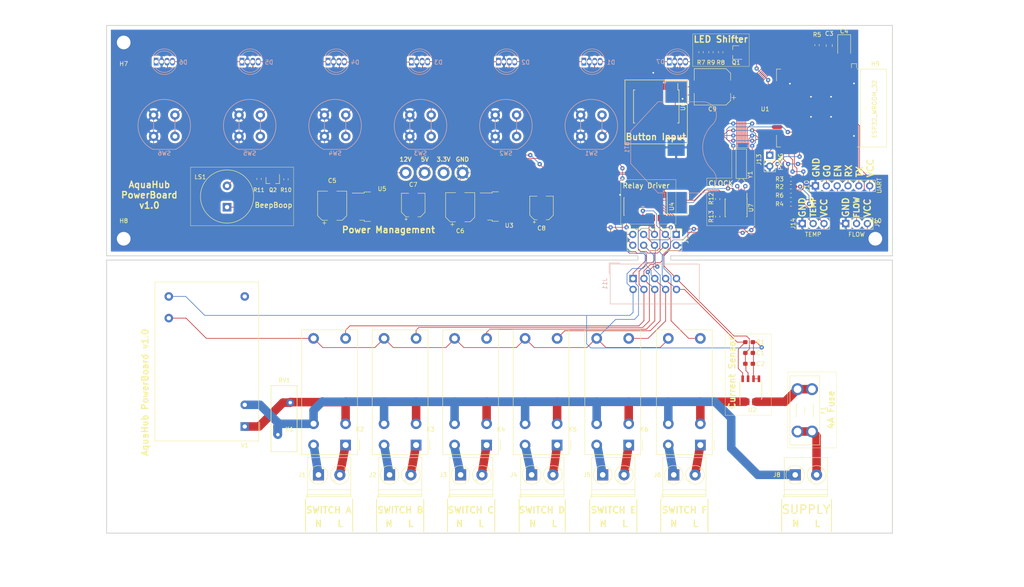
<source format=kicad_pcb>
(kicad_pcb (version 20171130) (host pcbnew "(6.0.0-rc1-dev-856-g9b027628e)")
  (layers (0 F.Cu signal) (31 B.Cu signal) (34 B.Paste user) (35 F.Paste user) (36 B.SilkS user) (37 F.SilkS user) (38 B.Mask user) (39 F.Mask user) (44 Edge.Cuts user))
  (net 0 "")
  (net 1 GND)
  (net 2 +5V)
  (net 3 "Net-(J9-Pad2)")
  (net 4 +3V3)
  (net 5 +12V)
  (net 6 /LIVE_IN)
  (net 7 "Net-(D1-Pad1)")
  (net 8 "Net-(D2-Pad1)")
  (net 9 "Net-(D3-Pad1)")
  (net 10 "Net-(D4-Pad1)")
  (net 11 "Net-(D5-Pad1)")
  (net 12 /Panel_LED)
  (net 13 /Panel_INT)
  (net 14 "Net-(SW1-Pad1)")
  (net 15 "Net-(SW2-Pad1)")
  (net 16 "Net-(SW3-Pad1)")
  (net 17 "Net-(SW4-Pad1)")
  (net 18 "Net-(SW5-Pad1)")
  (net 19 "Net-(SW6-Pad1)")
  (net 20 /Panel_SCL)
  (net 21 /Panel_SDA)
  (net 22 /POW2)
  (net 23 /POW1)
  (net 24 /POW6)
  (net 25 /POW5)
  (net 26 /POW4)
  (net 27 /POW3)
  (net 28 /Power_Sense)
  (net 29 /TX)
  (net 30 /RX)
  (net 31 /Flow_Sense)
  (net 32 /LIVE)
  (net 33 /NEUTRAL)
  (net 34 /LIVE1)
  (net 35 /NEUTRAL1)
  (net 36 /LIVE2)
  (net 37 /NEUTRAL2)
  (net 38 /LIVE3)
  (net 39 /NEUTRAL3)
  (net 40 /NEUTRAL4)
  (net 41 /LIVE4)
  (net 42 /LIVE5)
  (net 43 /NEUTRAL5)
  (net 44 /NEUTRAL6)
  (net 45 /LIVE6)
  (net 46 /RE1)
  (net 47 /RE2)
  (net 48 /RE3)
  (net 49 /RE4)
  (net 50 /RE5)
  (net 51 /RE6)
  (net 52 /Temp_Sense)
  (net 53 /UNFUSED_LIVE)
  (net 54 /EN)
  (net 55 "Net-(D1-Pad4)")
  (net 56 "Net-(D7-Pad4)")
  (net 57 /Panel_LED_33)
  (net 58 /IO0)
  (net 59 /Sounder)
  (net 60 "Net-(LS1-Pad2)")
  (net 61 "Net-(Q2-Pad3)")
  (net 62 "Net-(U7-Pad1)")
  (net 63 "Net-(U7-Pad2)")
  (net 64 "Net-(D6-Pad1)")
  (net 65 "Net-(U1-Pad32)")
  (net 66 "Net-(U1-Pad30)")
  (net 67 "Net-(U1-Pad29)")
  (net 68 "Net-(U1-Pad24)")
  (net 69 "Net-(U1-Pad23)")
  (net 70 "Net-(U1-Pad22)")
  (net 71 "Net-(U1-Pad21)")
  (net 72 "Net-(U1-Pad20)")
  (net 73 "Net-(U1-Pad19)")
  (net 74 "Net-(U1-Pad18)")
  (net 75 "Net-(U1-Pad17)")
  (net 76 "Net-(U1-Pad8)")
  (net 77 "Net-(U1-Pad7)")
  (net 78 "Net-(U1-Pad6)")
  (net 79 "Net-(U1-Pad5)")
  (net 80 "Net-(U1-Pad4)")
  (net 81 "Net-(U4-Pad10)")
  (net 82 "Net-(U4-Pad7)")
  (net 83 "Net-(U6-Pad12)")
  (net 84 "Net-(U6-Pad11)")
  (net 85 "Net-(U7-Pad7)")
  (net 86 "Net-(V1-Pad3)")
  (module MountingHole:MountingHole_3.2mm_M3 (layer F.Cu) (at 233 83)
    (fp_text reference H10 (at 0 -4.2) (layer F.SilkS))
    (fp_text value MountingHole)
    (pad 1 np_thru_hole circle (at 0 0) (size 3.2 3.2) (drill 3.2) (layers *.Cu *.Mask))
  )
  (module MountingHole:MountingHole_3.2mm_M3 (layer F.Cu) (at 233 37)
    (fp_text reference H9 (at 0 5) (layer F.SilkS))
    (fp_text value MountingHole)
    (pad 1 np_thru_hole circle (at 0 0) (size 3.2 3.2) (drill 3.2) (layers *.Cu *.Mask))
  )
  (module MountingHole:MountingHole_3.2mm_M3 (layer F.Cu) (at 57 83)
    (fp_text reference H8 (at 0 -4.2) (layer F.SilkS))
    (fp_text value MountingHole)
    (pad 1 np_thru_hole circle (at 0 0) (size 3.2 3.2) (drill 3.2) (layers *.Cu *.Mask))
  )
  (module MountingHole:MountingHole_3.2mm_M3 (layer F.Cu) (at 57 37)
    (fp_text reference H7 (at 0 5) (layer F.SilkS))
    (fp_text value MountingHole)
    (pad 1 np_thru_hole circle (at 0 0) (size 3.2 3.2) (drill 3.2) (layers *.Cu *.Mask))
  )
  (module Package_SO:SOIC-16W_7.5x10.3mm_P1.27mm (layer F.Cu) (at 181.7 52 270)
    (fp_text reference U6 (at 0 -6.25 270) (layer F.SilkS))
    (fp_text value TCA9534)
    (pad 16 smd rect (at 4.65 -4.445 270) (size 1.5 0.6) (layers F.Cu F.Paste F.Mask) (net 2 +5V))
    (pad 15 smd rect (at 4.65 -3.175 270) (size 1.5 0.6) (layers F.Cu F.Paste F.Mask) (net 21 /Panel_SDA))
    (pad 14 smd rect (at 4.65 -1.905 270) (size 1.5 0.6) (layers F.Cu F.Paste F.Mask) (net 20 /Panel_SCL))
    (pad 13 smd rect (at 4.65 -0.635 270) (size 1.5 0.6) (layers F.Cu F.Paste F.Mask) (net 13 /Panel_INT))
    (pad 12 smd rect (at 4.65 0.635 270) (size 1.5 0.6) (layers F.Cu F.Paste F.Mask) (net 83 "Net-(U6-Pad12)"))
    (pad 11 smd rect (at 4.65 1.905 270) (size 1.5 0.6) (layers F.Cu F.Paste F.Mask) (net 84 "Net-(U6-Pad11)"))
    (pad 10 smd rect (at 4.65 3.175 270) (size 1.5 0.6) (layers F.Cu F.Paste F.Mask) (net 15 "Net-(SW2-Pad1)"))
    (pad 9 smd rect (at 4.65 4.445 270) (size 1.5 0.6) (layers F.Cu F.Paste F.Mask) (net 14 "Net-(SW1-Pad1)"))
    (pad 8 smd rect (at -4.65 4.445 270) (size 1.5 0.6) (layers F.Cu F.Paste F.Mask) (net 1 GND))
    (pad 7 smd rect (at -4.65 3.175 270) (size 1.5 0.6) (layers F.Cu F.Paste F.Mask) (net 19 "Net-(SW6-Pad1)"))
    (pad 6 smd rect (at -4.65 1.905 270) (size 1.5 0.6) (layers F.Cu F.Paste F.Mask) (net 18 "Net-(SW5-Pad1)"))
    (pad 5 smd rect (at -4.65 0.635 270) (size 1.5 0.6) (layers F.Cu F.Paste F.Mask) (net 17 "Net-(SW4-Pad1)"))
    (pad 4 smd rect (at -4.65 -0.635 270) (size 1.5 0.6) (layers F.Cu F.Paste F.Mask) (net 16 "Net-(SW3-Pad1)"))
    (pad 3 smd rect (at -4.65 -1.905 270) (size 1.5 0.6) (layers F.Cu F.Paste F.Mask) (net 1 GND))
    (pad 2 smd rect (at -4.65 -3.175 270) (size 1.5 0.6) (layers F.Cu F.Paste F.Mask) (net 1 GND))
    (pad 1 smd rect (at -4.65 -4.445 270) (size 1.5 0.6) (layers F.Cu F.Paste F.Mask) (net 1 GND))
  )
  (module MountingHole:MountingHole_3.2mm_M3 (layer F.Cu) (at 233 99)
    (fp_text reference H6 hide)
    (fp_text value MountingHole)
    (pad 1 np_thru_hole circle (at 0 0) (size 3.2 3.2) (drill 3.2) (layers *.Cu *.Mask))
  )
  (module MountingHole:MountingHole_3.2mm_M3 (layer F.Cu) (at 233 119)
    (fp_text reference H5 hide)
    (fp_text value MountingHole)
    (pad 1 np_thru_hole circle (at 0 0) (size 3.2 3.2) (drill 3.2) (layers *.Cu *.Mask))
  )
  (module MountingHole:MountingHole_3.2mm_M3 (layer F.Cu) (at 233 139)
    (fp_text reference H4 hide)
    (fp_text value MountingHole)
    (pad 1 np_thru_hole circle (at 0 0) (size 3.2 3.2) (drill 3.2) (layers *.Cu *.Mask))
  )
  (module MountingHole:MountingHole_3.2mm_M3 (layer F.Cu) (at 57 99)
    (fp_text reference H3 hide)
    (fp_text value MountingHole)
    (pad 1 np_thru_hole circle (at 0 0) (size 3.2 3.2) (drill 3.2) (layers *.Cu *.Mask))
  )
  (module MountingHole:MountingHole_3.2mm_M3 (layer F.Cu) (at 57 119)
    (fp_text reference H2 hide)
    (fp_text value MountingHole)
    (pad 1 np_thru_hole circle (at 0 0) (size 3.2 3.2) (drill 3.2) (layers *.Cu *.Mask))
  )
  (module MountingHole:MountingHole_3.2mm_M3 (layer F.Cu) (at 57 139)
    (fp_text reference H1 hide)
    (fp_text value MountingHole)
    (pad 1 np_thru_hole circle (at 0 0) (size 3.2 3.2) (drill 3.2) (layers *.Cu *.Mask))
  )
  (module Connector_PinHeader_2.54mm:PinHeader_2x05_P2.54mm_Vertical (layer F.Cu) (at 186.3725 81.98 270)
    (fp_text reference J7 (at 1.27 -2.33 270) (layer F.SilkS))
    (fp_text value Control_Conn)
    (pad 10 thru_hole oval (at 2.54 10.16 270) (size 1.7 1.7) (drill 1) (layers *.Cu *.Mask) (net 2 +5V))
    (pad 9 thru_hole oval (at 0 10.16 270) (size 1.7 1.7) (drill 1) (layers *.Cu *.Mask) (net 28 /Power_Sense))
    (pad 8 thru_hole oval (at 2.54 7.62 270) (size 1.7 1.7) (drill 1) (layers *.Cu *.Mask) (net 50 /RE5))
    (pad 7 thru_hole oval (at 0 7.62 270) (size 1.7 1.7) (drill 1) (layers *.Cu *.Mask) (net 51 /RE6))
    (pad 6 thru_hole oval (at 2.54 5.08 270) (size 1.7 1.7) (drill 1) (layers *.Cu *.Mask) (net 48 /RE3))
    (pad 5 thru_hole oval (at 0 5.08 270) (size 1.7 1.7) (drill 1) (layers *.Cu *.Mask) (net 49 /RE4))
    (pad 4 thru_hole oval (at 2.54 2.54 270) (size 1.7 1.7) (drill 1) (layers *.Cu *.Mask) (net 46 /RE1))
    (pad 3 thru_hole oval (at 0 2.54 270) (size 1.7 1.7) (drill 1) (layers *.Cu *.Mask) (net 47 /RE2))
    (pad 2 thru_hole oval (at 2.54 0 270) (size 1.7 1.7) (drill 1) (layers *.Cu *.Mask) (net 1 GND))
    (pad 1 thru_hole rect (at 0 0 270) (size 1.7 1.7) (drill 1) (layers *.Cu *.Mask) (net 5 +12V))
  )
  (module "AquaFootprints:Breakaway 1mm" (layer F.Cu) (at 182.3 87.5)
    (fp_text reference REF** hide)
    (fp_text value "Breakaway 1mm" hide)
    (pad "" np_thru_hole circle (at 0 0) (size 1 1) (drill 1) (layers *.Cu *.Mask))
  )
  (module "AquaFootprints:Breakaway 1mm" (layer F.Cu) (at 184.3 87.5)
    (fp_text reference REF** hide)
    (fp_text value "Breakaway 1mm" hide)
    (pad "" np_thru_hole circle (at 0 0) (size 1 1) (drill 1) (layers *.Cu *.Mask))
  )
  (module "AquaFootprints:Breakaway 1mm" (layer F.Cu) (at 180.3 87.5)
    (fp_text reference REF** hide)
    (fp_text value "Breakaway 1mm" hide)
    (pad "" np_thru_hole circle (at 0 0) (size 1 1) (drill 1) (layers *.Cu *.Mask))
  )
  (module "AquaFootprints:Breakaway 1mm" (layer F.Cu) (at 178.3 87.5)
    (fp_text reference REF** hide)
    (fp_text value "Breakaway 1mm" hide)
    (pad "" np_thru_hole circle (at 0 0) (size 1 1) (drill 1) (layers *.Cu *.Mask))
  )
  (module Connector_IDC:IDC-Header_2x05_P2.54mm_Vertical (layer B.Cu) (at 176.276 92.33 270)
    (fp_text reference J11 (at 1.27 6.604 270) (layer B.SilkS) (effects (justify mirror)))
    (fp_text value Power_Conn)
    (pad 10 thru_hole oval (at 2.54 -10.16 270) (size 1.7272 1.7272) (drill 1.016) (layers *.Cu *.Mask) (net 2 +5V))
    (pad 9 thru_hole oval (at 0 -10.16 270) (size 1.7272 1.7272) (drill 1.016) (layers *.Cu *.Mask) (net 28 /Power_Sense))
    (pad 8 thru_hole oval (at 2.54 -7.62 270) (size 1.7272 1.7272) (drill 1.016) (layers *.Cu *.Mask) (net 50 /RE5))
    (pad 7 thru_hole oval (at 0 -7.62 270) (size 1.7272 1.7272) (drill 1.016) (layers *.Cu *.Mask) (net 51 /RE6))
    (pad 6 thru_hole oval (at 2.54 -5.08 270) (size 1.7272 1.7272) (drill 1.016) (layers *.Cu *.Mask) (net 48 /RE3))
    (pad 5 thru_hole oval (at 0 -5.08 270) (size 1.7272 1.7272) (drill 1.016) (layers *.Cu *.Mask) (net 49 /RE4))
    (pad 4 thru_hole oval (at 2.54 -2.54 270) (size 1.7272 1.7272) (drill 1.016) (layers *.Cu *.Mask) (net 46 /RE1))
    (pad 3 thru_hole oval (at 0 -2.54 270) (size 1.7272 1.7272) (drill 1.016) (layers *.Cu *.Mask) (net 47 /RE2))
    (pad 2 thru_hole oval (at 2.54 0 270) (size 1.7272 1.7272) (drill 1.016) (layers *.Cu *.Mask) (net 1 GND))
    (pad 1 thru_hole rect (at 0 0 270) (size 1.7272 1.7272) (drill 1.016) (layers *.Cu *.Mask) (net 5 +12V))
  )
  (module Button_Switch_THT:SW_CK_D6R_SPST_12mm_H14.3mm (layer B.Cu) (at 129 54 180)
    (fp_text reference SW3 (at 2.5 -8.97 180) (layer B.SilkS) (effects (justify mirror)))
    (fp_text value SW_Push)
    (pad 2 thru_hole circle (at 5 0 90) (size 2.2 2.2) (drill 1.1) (layers *.Cu *.Mask) (net 1 GND))
    (pad 1 thru_hole circle (at 0 0 90) (size 2.2 2.2) (drill 1.1) (layers *.Cu *.Mask) (net 16 "Net-(SW3-Pad1)"))
    (pad 4 thru_hole circle (at 5 -5 90) (size 2.2 2.2) (drill 1.1) (layers *.Cu *.Mask) (net 1 GND))
    (pad 3 thru_hole circle (at 0 -5 90) (size 2.2 2.2) (drill 1.1) (layers *.Cu *.Mask) (net 16 "Net-(SW3-Pad1)"))
  )
  (module Connector_PinHeader_2.54mm:PinHeader_1x03_P2.54mm_Vertical (layer F.Cu) (at 215.9 79.44 90)
    (fp_text reference J14 (at 0 -2.159 90) (layer F.SilkS))
    (fp_text value PinHeader3)
    (pad 3 thru_hole oval (at 0 5.08 90) (size 1.7 1.7) (drill 1) (layers *.Cu *.Mask) (net 2 +5V))
    (pad 2 thru_hole oval (at 0 2.54 90) (size 1.7 1.7) (drill 1) (layers *.Cu *.Mask) (net 52 /Temp_Sense))
    (pad 1 thru_hole rect (at 0 0 90) (size 1.7 1.7) (drill 1) (layers *.Cu *.Mask) (net 1 GND))
  )
  (module Relay_THT:Relay_DPST_Fujitsu_FTR-F1A (layer F.Cu) (at 108.96 131.35 180)
    (fp_text reference K1 (at 13.15 3.7 180) (layer F.SilkS))
    (fp_text value "5A Relay")
    (pad 8 thru_hole circle (at 7.5 0 90) (size 2.5 2.5) (drill 1.4) (layers *.Cu *.Mask) (net 35 /NEUTRAL1))
    (pad 7 thru_hole circle (at 7.5 5 90) (size 2.5 2.5) (drill 1.4) (layers *.Cu *.Mask) (net 33 /NEUTRAL))
    (pad 5 thru_hole circle (at 7.5 25 90) (size 2.5 2.5) (drill 1.4) (layers *.Cu *.Mask) (net 5 +12V))
    (pad 4 thru_hole circle (at 0 25 90) (size 2.5 2.5) (drill 1.4) (layers *.Cu *.Mask) (net 46 /RE1))
    (pad 2 thru_hole circle (at 0 5 90) (size 2.5 2.5) (drill 1.4) (layers *.Cu *.Mask) (net 32 /LIVE))
    (pad 1 thru_hole rect (at 0 0 90) (size 2.5 2.5) (drill 1.4) (layers *.Cu *.Mask) (net 34 /LIVE1))
  )
  (module Button_Switch_THT:SW_CK_D6R_SPST_12mm_H14.3mm (layer B.Cu) (at 149 54 180)
    (fp_text reference SW2 (at 2.5 -8.97 180) (layer B.SilkS) (effects (justify mirror)))
    (fp_text value SW_Push)
    (pad 2 thru_hole circle (at 5 0 90) (size 2.2 2.2) (drill 1.1) (layers *.Cu *.Mask) (net 1 GND))
    (pad 1 thru_hole circle (at 0 0 90) (size 2.2 2.2) (drill 1.1) (layers *.Cu *.Mask) (net 15 "Net-(SW2-Pad1)"))
    (pad 4 thru_hole circle (at 5 -5 90) (size 2.2 2.2) (drill 1.1) (layers *.Cu *.Mask) (net 1 GND))
    (pad 3 thru_hole circle (at 0 -5 90) (size 2.2 2.2) (drill 1.1) (layers *.Cu *.Mask) (net 15 "Net-(SW2-Pad1)"))
  )
  (module Button_Switch_THT:SW_CK_D6R_SPST_12mm_H14.3mm (layer B.Cu) (at 109 54 180)
    (fp_text reference SW4 (at 2.5 -8.97 180) (layer B.SilkS) (effects (justify mirror)))
    (fp_text value SW_Push)
    (pad 2 thru_hole circle (at 5 0 90) (size 2.2 2.2) (drill 1.1) (layers *.Cu *.Mask) (net 1 GND))
    (pad 1 thru_hole circle (at 0 0 90) (size 2.2 2.2) (drill 1.1) (layers *.Cu *.Mask) (net 17 "Net-(SW4-Pad1)"))
    (pad 4 thru_hole circle (at 5 -5 90) (size 2.2 2.2) (drill 1.1) (layers *.Cu *.Mask) (net 1 GND))
    (pad 3 thru_hole circle (at 0 -5 90) (size 2.2 2.2) (drill 1.1) (layers *.Cu *.Mask) (net 17 "Net-(SW4-Pad1)"))
  )
  (module Relay_THT:Relay_DPST_Fujitsu_FTR-F1A (layer F.Cu) (at 192.025 131.35 180)
    (fp_text reference K6 (at 13.15 3.7 180) (layer F.SilkS))
    (fp_text value "5A Relay")
    (pad 8 thru_hole circle (at 7.5 0 90) (size 2.5 2.5) (drill 1.4) (layers *.Cu *.Mask) (net 44 /NEUTRAL6))
    (pad 7 thru_hole circle (at 7.5 5 90) (size 2.5 2.5) (drill 1.4) (layers *.Cu *.Mask) (net 33 /NEUTRAL))
    (pad 5 thru_hole circle (at 7.5 25 90) (size 2.5 2.5) (drill 1.4) (layers *.Cu *.Mask) (net 5 +12V))
    (pad 4 thru_hole circle (at 0 25 90) (size 2.5 2.5) (drill 1.4) (layers *.Cu *.Mask) (net 51 /RE6))
    (pad 2 thru_hole circle (at 0 5 90) (size 2.5 2.5) (drill 1.4) (layers *.Cu *.Mask) (net 32 /LIVE))
    (pad 1 thru_hole rect (at 0 0 90) (size 2.5 2.5) (drill 1.4) (layers *.Cu *.Mask) (net 45 /LIVE6))
  )
  (module TerminalBlock_Phoenix:TerminalBlock_Phoenix_PT-1,5-2-5.0-H_1x02_P5.00mm_Horizontal (layer F.Cu) (at 214.243 138.335)
    (fp_text reference J8 (at -4.318 0) (layer F.SilkS))
    (fp_text value Screw_Terminal_01x02)
    (pad 2 thru_hole circle (at 5 0) (size 2.6 2.6) (drill 1.3) (layers *.Cu *.Mask) (net 53 /UNFUSED_LIVE))
    (pad 1 thru_hole rect (at 0 0) (size 2.6 2.6) (drill 1.3) (layers *.Cu *.Mask) (net 33 /NEUTRAL))
  )
  (module TerminalBlock_Phoenix:TerminalBlock_Phoenix_PT-1,5-2-5.0-H_1x02_P5.00mm_Horizontal (layer F.Cu) (at 185.795 138.335)
    (fp_text reference J6 (at -3.81 0) (layer F.SilkS))
    (fp_text value Screw_Terminal_01x02)
    (pad 2 thru_hole circle (at 5 0) (size 2.6 2.6) (drill 1.3) (layers *.Cu *.Mask) (net 45 /LIVE6))
    (pad 1 thru_hole rect (at 0 0) (size 2.6 2.6) (drill 1.3) (layers *.Cu *.Mask) (net 44 /NEUTRAL6))
  )
  (module TerminalBlock_Phoenix:TerminalBlock_Phoenix_PT-1,5-2-5.0-H_1x02_P5.00mm_Horizontal (layer F.Cu) (at 119.247 138.335)
    (fp_text reference J2 (at -3.937 0) (layer F.SilkS))
    (fp_text value Screw_Terminal_01x02)
    (pad 2 thru_hole circle (at 5 0) (size 2.6 2.6) (drill 1.3) (layers *.Cu *.Mask) (net 36 /LIVE2))
    (pad 1 thru_hole rect (at 0 0) (size 2.6 2.6) (drill 1.3) (layers *.Cu *.Mask) (net 37 /NEUTRAL2))
  )
  (module TerminalBlock_Phoenix:TerminalBlock_Phoenix_PT-1,5-2-5.0-H_1x02_P5.00mm_Horizontal (layer F.Cu) (at 102.61 138.335)
    (fp_text reference J1 (at -3.81 0) (layer F.SilkS))
    (fp_text value Screw_Terminal_01x02)
    (pad 2 thru_hole circle (at 5 0) (size 2.6 2.6) (drill 1.3) (layers *.Cu *.Mask) (net 34 /LIVE1))
    (pad 1 thru_hole rect (at 0 0) (size 2.6 2.6) (drill 1.3) (layers *.Cu *.Mask) (net 35 /NEUTRAL1))
  )
  (module TerminalBlock_Phoenix:TerminalBlock_Phoenix_PT-1,5-2-5.0-H_1x02_P5.00mm_Horizontal (layer F.Cu) (at 169.158 138.335)
    (fp_text reference J5 (at -3.683 0) (layer F.SilkS))
    (fp_text value Screw_Terminal_01x02)
    (pad 2 thru_hole circle (at 5 0) (size 2.6 2.6) (drill 1.3) (layers *.Cu *.Mask) (net 42 /LIVE5))
    (pad 1 thru_hole rect (at 0 0) (size 2.6 2.6) (drill 1.3) (layers *.Cu *.Mask) (net 43 /NEUTRAL5))
  )
  (module TerminalBlock_Phoenix:TerminalBlock_Phoenix_PT-1,5-2-5.0-H_1x02_P5.00mm_Horizontal (layer F.Cu) (at 152.521 138.335)
    (fp_text reference J4 (at -4.191 0) (layer F.SilkS))
    (fp_text value Screw_Terminal_01x02)
    (pad 2 thru_hole circle (at 5 0) (size 2.6 2.6) (drill 1.3) (layers *.Cu *.Mask) (net 41 /LIVE4))
    (pad 1 thru_hole rect (at 0 0) (size 2.6 2.6) (drill 1.3) (layers *.Cu *.Mask) (net 40 /NEUTRAL4))
  )
  (module TerminalBlock_Phoenix:TerminalBlock_Phoenix_PT-1,5-2-5.0-H_1x02_P5.00mm_Horizontal (layer F.Cu) (at 135.884 138.335)
    (fp_text reference J3 (at -4.064 0) (layer F.SilkS))
    (fp_text value Screw_Terminal_01x02)
    (pad 2 thru_hole circle (at 5 0) (size 2.6 2.6) (drill 1.3) (layers *.Cu *.Mask) (net 38 /LIVE3))
    (pad 1 thru_hole rect (at 0 0) (size 2.6 2.6) (drill 1.3) (layers *.Cu *.Mask) (net 39 /NEUTRAL3))
  )
  (module Connector_PinHeader_2.54mm:PinHeader_1x02_P2.54mm_Vertical (layer F.Cu) (at 208.28 63.438)
    (fp_text reference J13 (at -2.54 1.016 90) (layer F.SilkS))
    (fp_text value PinHeader2)
    (pad 2 thru_hole oval (at 0 2.54) (size 1.7 1.7) (drill 1) (layers *.Cu *.Mask) (net 1 GND))
    (pad 1 thru_hole rect (at 0 0) (size 1.7 1.7) (drill 1) (layers *.Cu *.Mask) (net 58 /IO0))
  )
  (module LED_THT:LED_D5.0mm-4_RGB (layer B.Cu) (at 164.75 41.5)
    (fp_text reference D1 (at 6.35 0.15) (layer B.SilkS) (effects (justify mirror)))
    (fp_text value WS2811)
    (pad 4 thru_hole oval (at 3.81 0) (size 1.07 1.8) (drill 0.9) (layers *.Cu *.Mask) (net 55 "Net-(D1-Pad4)"))
    (pad 3 thru_hole oval (at 2.54 0) (size 1.07 1.8) (drill 0.9) (layers *.Cu *.Mask) (net 2 +5V))
    (pad 2 thru_hole oval (at 1.27 0) (size 1.07 1.8) (drill 0.9) (layers *.Cu *.Mask) (net 1 GND))
    (pad 1 thru_hole rect (at 0 0) (size 1.07 1.8) (drill 0.9) (layers *.Cu *.Mask) (net 7 "Net-(D1-Pad1)"))
  )
  (module Capacitor_SMD:CP_Elec_5x5.4 (layer F.Cu) (at 124.8 75.1 90)
    (fp_text reference C7 (at 4.785 0 180) (layer F.SilkS))
    (fp_text value 4.7uF)
    (pad 2 smd rect (at 2.2 0 90) (size 3 1.6) (layers F.Cu F.Paste F.Mask) (net 1 GND))
    (pad 1 smd rect (at -2.2 0 90) (size 3 1.6) (layers F.Cu F.Paste F.Mask) (net 2 +5V))
  )
  (module Capacitor_Tantalum_SMD:CP_EIA-3528-21_Kemet-B_Pad1.50x2.35mm_HandSolder (layer F.Cu) (at 225.7 37.825 270)
    (fp_text reference C4 (at -3.455 0) (layer F.SilkS))
    (fp_text value 100uF)
    (pad 2 smd roundrect (at 1.625 0 270) (size 1.5 2.35) (layers F.Cu F.Paste F.Mask) (roundrect_rratio 0.166667) (net 1 GND))
    (pad 1 smd roundrect (at -1.625 0 270) (size 1.5 2.35) (layers F.Cu F.Paste F.Mask) (roundrect_rratio 0.166667) (net 4 +3V3))
  )
  (module Varistor:RV_Disc_D15.5mm_W6.1mm_P7.5mm (layer F.Cu) (at 96 121.406 270)
    (fp_text reference RV1 (at -5.207 1.397) (layer F.SilkS))
    (fp_text value S14MOV)
    (pad 2 thru_hole circle (at 7.5 2.9 270) (size 1.8 1.8) (drill 0.8) (layers *.Cu *.Mask) (net 33 /NEUTRAL))
    (pad 1 thru_hole circle (at 0 0 270) (size 1.8 1.8) (drill 0.8) (layers *.Cu *.Mask) (net 32 /LIVE))
  )
  (module Package_TO_SOT_SMD:TO-252-3_TabPin2 (layer F.Cu) (at 145.755 75.445)
    (fp_text reference U3 (at 1.515 4.445) (layer F.SilkS))
    (fp_text value "1A 3.3V")
    (pad 2 smd rect (at 2.1 0) (size 6.4 5.8) (layers F.Cu F.Mask) (net 4 +3V3))
    (pad 3 smd rect (at -4.2 2.28) (size 2.2 1.2) (layers F.Cu F.Paste F.Mask) (net 5 +12V))
    (pad 2 smd rect (at -4.2 0) (size 2.2 1.2) (layers F.Cu F.Paste F.Mask) (net 4 +3V3))
    (pad 1 smd rect (at -4.2 -2.28) (size 2.2 1.2) (layers F.Cu F.Paste F.Mask) (net 1 GND))
  )
  (module Connector_PinHeader_2.54mm:PinHeader_1x03_P2.54mm_Vertical (layer F.Cu) (at 226.06 79.44 90)
    (fp_text reference J9 (at 0 7.366 270) (layer F.SilkS))
    (fp_text value PinHeader3)
    (pad 3 thru_hole oval (at 0 5.08 90) (size 1.7 1.7) (drill 1) (layers *.Cu *.Mask) (net 2 +5V))
    (pad 2 thru_hole oval (at 0 2.54 90) (size 1.7 1.7) (drill 1) (layers *.Cu *.Mask) (net 3 "Net-(J9-Pad2)"))
    (pad 1 thru_hole rect (at 0 0 90) (size 1.7 1.7) (drill 1) (layers *.Cu *.Mask) (net 1 GND))
  )
  (module Package_SO:SOIC-8_3.9x4.9mm_P1.27mm (layer F.Cu) (at 203.837979 118.509195 90)
    (fp_text reference U2 (at -4.585805 0.372021 180) (layer F.SilkS))
    (fp_text value "Current Sense")
    (pad 8 smd rect (at 2.7 -1.905 90) (size 1.55 0.6) (layers F.Cu F.Paste F.Mask) (net 2 +5V))
    (pad 7 smd rect (at 2.7 -0.635 90) (size 1.55 0.6) (layers F.Cu F.Paste F.Mask) (net 28 /Power_Sense))
    (pad 6 smd rect (at 2.7 0.635 90) (size 1.55 0.6) (layers F.Cu F.Paste F.Mask) (net 1 GND))
    (pad 5 smd rect (at 2.7 1.905 90) (size 1.55 0.6) (layers F.Cu F.Paste F.Mask) (net 1 GND))
    (pad 4 smd rect (at -2.7 1.905 90) (size 1.55 0.6) (layers F.Cu F.Paste F.Mask) (net 6 /LIVE_IN))
    (pad 3 smd rect (at -2.7 0.635 90) (size 1.55 0.6) (layers F.Cu F.Paste F.Mask) (net 6 /LIVE_IN))
    (pad 2 smd rect (at -2.7 -0.635 90) (size 1.55 0.6) (layers F.Cu F.Paste F.Mask) (net 32 /LIVE))
    (pad 1 smd rect (at -2.7 -1.905 90) (size 1.55 0.6) (layers F.Cu F.Paste F.Mask) (net 32 /LIVE))
  )
  (module Package_SO:SOIC-16_3.9x9.9mm_P1.27mm (layer F.Cu) (at 179.197 75.43 270)
    (fp_text reference U4 (at 0 -6.1214 270) (layer F.SilkS))
    (fp_text value "Low-Side Driver")
    (pad 16 smd rect (at 2.7 -4.445 270) (size 1.5 0.6) (layers F.Cu F.Paste F.Mask) (net 51 /RE6))
    (pad 15 smd rect (at 2.7 -3.175 270) (size 1.5 0.6) (layers F.Cu F.Paste F.Mask) (net 50 /RE5))
    (pad 14 smd rect (at 2.7 -1.905 270) (size 1.5 0.6) (layers F.Cu F.Paste F.Mask) (net 49 /RE4))
    (pad 13 smd rect (at 2.7 -0.635 270) (size 1.5 0.6) (layers F.Cu F.Paste F.Mask) (net 48 /RE3))
    (pad 12 smd rect (at 2.7 0.635 270) (size 1.5 0.6) (layers F.Cu F.Paste F.Mask) (net 47 /RE2))
    (pad 11 smd rect (at 2.7 1.905 270) (size 1.5 0.6) (layers F.Cu F.Paste F.Mask) (net 46 /RE1))
    (pad 10 smd rect (at 2.7 3.175 270) (size 1.5 0.6) (layers F.Cu F.Paste F.Mask) (net 81 "Net-(U4-Pad10)"))
    (pad 9 smd rect (at 2.7 4.445 270) (size 1.5 0.6) (layers F.Cu F.Paste F.Mask) (net 5 +12V))
    (pad 8 smd rect (at -2.7 4.445 270) (size 1.5 0.6) (layers F.Cu F.Paste F.Mask) (net 1 GND))
    (pad 7 smd rect (at -2.7 3.175 270) (size 1.5 0.6) (layers F.Cu F.Paste F.Mask) (net 82 "Net-(U4-Pad7)"))
    (pad 6 smd rect (at -2.7 1.905 270) (size 1.5 0.6) (layers F.Cu F.Paste F.Mask) (net 23 /POW1))
    (pad 5 smd rect (at -2.7 0.635 270) (size 1.5 0.6) (layers F.Cu F.Paste F.Mask) (net 22 /POW2))
    (pad 4 smd rect (at -2.7 -0.635 270) (size 1.5 0.6) (layers F.Cu F.Paste F.Mask) (net 27 /POW3))
    (pad 3 smd rect (at -2.7 -1.905 270) (size 1.5 0.6) (layers F.Cu F.Paste F.Mask) (net 26 /POW4))
    (pad 2 smd rect (at -2.7 -3.175 270) (size 1.5 0.6) (layers F.Cu F.Paste F.Mask) (net 25 /POW5))
    (pad 1 smd rect (at -2.7 -4.445 270) (size 1.5 0.6) (layers F.Cu F.Paste F.Mask) (net 24 /POW6))
  )
  (module Capacitor_SMD:C_0805_2012Metric_Pad1.15x1.40mm_HandSolder (layer F.Cu) (at 222.2 37.725 270)
    (fp_text reference C3 (at -2.803 0) (layer F.SilkS))
    (fp_text value 10uF)
    (pad 2 smd roundrect (at 1.025 0 270) (size 1.15 1.4) (layers F.Cu F.Paste F.Mask) (roundrect_rratio 0.217391) (net 1 GND))
    (pad 1 smd roundrect (at -1.025 0 270) (size 1.15 1.4) (layers F.Cu F.Paste F.Mask) (roundrect_rratio 0.217391) (net 4 +3V3))
  )
  (module LED_THT:LED_D5.0mm-4_RGB (layer B.Cu) (at 144.75 41.5)
    (fp_text reference D2 (at 6.35 0.15) (layer B.SilkS) (effects (justify mirror)))
    (fp_text value WS2811)
    (pad 4 thru_hole oval (at 3.81 0) (size 1.07 1.8) (drill 0.9) (layers *.Cu *.Mask) (net 7 "Net-(D1-Pad1)"))
    (pad 3 thru_hole oval (at 2.54 0) (size 1.07 1.8) (drill 0.9) (layers *.Cu *.Mask) (net 2 +5V))
    (pad 2 thru_hole oval (at 1.27 0) (size 1.07 1.8) (drill 0.9) (layers *.Cu *.Mask) (net 1 GND))
    (pad 1 thru_hole rect (at 0 0) (size 1.07 1.8) (drill 0.9) (layers *.Cu *.Mask) (net 8 "Net-(D2-Pad1)"))
  )
  (module LED_THT:LED_D5.0mm-4_RGB (layer B.Cu) (at 124.35 41.5)
    (fp_text reference D3 (at 6.35 0.15) (layer B.SilkS) (effects (justify mirror)))
    (fp_text value WS2811)
    (pad 4 thru_hole oval (at 3.81 0) (size 1.07 1.8) (drill 0.9) (layers *.Cu *.Mask) (net 8 "Net-(D2-Pad1)"))
    (pad 3 thru_hole oval (at 2.54 0) (size 1.07 1.8) (drill 0.9) (layers *.Cu *.Mask) (net 2 +5V))
    (pad 2 thru_hole oval (at 1.27 0) (size 1.07 1.8) (drill 0.9) (layers *.Cu *.Mask) (net 1 GND))
    (pad 1 thru_hole rect (at 0 0) (size 1.07 1.8) (drill 0.9) (layers *.Cu *.Mask) (net 9 "Net-(D3-Pad1)"))
  )
  (module LED_THT:LED_D5.0mm-4_RGB (layer B.Cu) (at 104.85 41.5)
    (fp_text reference D4 (at 6.35 0.15) (layer B.SilkS) (effects (justify mirror)))
    (fp_text value WS2811)
    (pad 4 thru_hole oval (at 3.81 0) (size 1.07 1.8) (drill 0.9) (layers *.Cu *.Mask) (net 9 "Net-(D3-Pad1)"))
    (pad 3 thru_hole oval (at 2.54 0) (size 1.07 1.8) (drill 0.9) (layers *.Cu *.Mask) (net 2 +5V))
    (pad 2 thru_hole oval (at 1.27 0) (size 1.07 1.8) (drill 0.9) (layers *.Cu *.Mask) (net 1 GND))
    (pad 1 thru_hole rect (at 0 0) (size 1.07 1.8) (drill 0.9) (layers *.Cu *.Mask) (net 10 "Net-(D4-Pad1)"))
  )
  (module LED_THT:LED_D5.0mm-4_RGB (layer B.Cu) (at 84.69 41.5)
    (fp_text reference D5 (at 6.35 0.15) (layer B.SilkS) (effects (justify mirror)))
    (fp_text value WS2811)
    (pad 4 thru_hole oval (at 3.81 0) (size 1.07 1.8) (drill 0.9) (layers *.Cu *.Mask) (net 10 "Net-(D4-Pad1)"))
    (pad 3 thru_hole oval (at 2.54 0) (size 1.07 1.8) (drill 0.9) (layers *.Cu *.Mask) (net 2 +5V))
    (pad 2 thru_hole oval (at 1.27 0) (size 1.07 1.8) (drill 0.9) (layers *.Cu *.Mask) (net 1 GND))
    (pad 1 thru_hole rect (at 0 0) (size 1.07 1.8) (drill 0.9) (layers *.Cu *.Mask) (net 11 "Net-(D5-Pad1)"))
  )
  (module LED_THT:LED_D5.0mm-4_RGB (layer B.Cu) (at 64.6 41.5)
    (fp_text reference D6 (at 6.35 0.15) (layer B.SilkS) (effects (justify mirror)))
    (fp_text value WS2811)
    (pad 4 thru_hole oval (at 3.81 0) (size 1.07 1.8) (drill 0.9) (layers *.Cu *.Mask) (net 11 "Net-(D5-Pad1)"))
    (pad 3 thru_hole oval (at 2.54 0) (size 1.07 1.8) (drill 0.9) (layers *.Cu *.Mask) (net 2 +5V))
    (pad 2 thru_hole oval (at 1.27 0) (size 1.07 1.8) (drill 0.9) (layers *.Cu *.Mask) (net 1 GND))
    (pad 1 thru_hole rect (at 0 0) (size 1.07 1.8) (drill 0.9) (layers *.Cu *.Mask) (net 64 "Net-(D6-Pad1)"))
  )
  (module Capacitor_SMD:CP_Elec_6.3x5.4_Nichicon (layer F.Cu) (at 105.82 75.255 90)
    (fp_text reference C5 (at 5.875 0 180) (layer F.SilkS))
    (fp_text value 10uF)
    (pad 2 smd rect (at 2.7 0 90) (size 3.5 1.6) (layers F.Cu F.Paste F.Mask) (net 1 GND))
    (pad 1 smd rect (at -2.7 0 90) (size 3.5 1.6) (layers F.Cu F.Paste F.Mask) (net 5 +12V))
  )
  (module Capacitor_SMD:CP_Elec_6.3x5.4_Nichicon (layer F.Cu) (at 135.79 75.605 90)
    (fp_text reference C6 (at -5.555 0 180) (layer F.SilkS))
    (fp_text value 10uF)
    (pad 2 smd rect (at 2.7 0 90) (size 3.5 1.6) (layers F.Cu F.Paste F.Mask) (net 1 GND))
    (pad 1 smd rect (at -2.7 0 90) (size 3.5 1.6) (layers F.Cu F.Paste F.Mask) (net 5 +12V))
  )
  (module Capacitor_SMD:CP_Elec_5x5.4 (layer F.Cu) (at 154.84 75.785 90)
    (fp_text reference C8 (at -4.74 0) (layer F.SilkS))
    (fp_text value 4.7uF)
    (pad 2 smd rect (at 2.2 0 90) (size 3 1.6) (layers F.Cu F.Paste F.Mask) (net 1 GND))
    (pad 1 smd rect (at -2.2 0 90) (size 3 1.6) (layers F.Cu F.Paste F.Mask) (net 4 +3V3))
  )
  (module Package_TO_SOT_SMD:TO-252-3_TabPin2 (layer F.Cu) (at 115.8 75.48)
    (fp_text reference U5 (at 1.695 -4.19) (layer F.SilkS))
    (fp_text value "1A 5V")
    (pad 2 smd rect (at 2.1 0) (size 6.4 5.8) (layers F.Cu F.Mask) (net 2 +5V))
    (pad 3 smd rect (at -4.2 2.28) (size 2.2 1.2) (layers F.Cu F.Paste F.Mask) (net 5 +12V))
    (pad 2 smd rect (at -4.2 0) (size 2.2 1.2) (layers F.Cu F.Paste F.Mask) (net 2 +5V))
    (pad 1 smd rect (at -4.2 -2.28) (size 2.2 1.2) (layers F.Cu F.Paste F.Mask) (net 1 GND))
  )
  (module TestPoint:TestPoint_Keystone_5010-5014_Multipurpose (layer F.Cu) (at 127.465 67.525 270)
    (fp_text reference TP1 hide)
    (fp_text value TestPoint)
    (pad 1 thru_hole circle (at 0 0 270) (size 2.8 2.8) (drill 1.6) (layers *.Cu *.Mask) (net 2 +5V))
  )
  (module TestPoint:TestPoint_Keystone_5010-5014_Multipurpose (layer F.Cu) (at 131.91 67.525 270)
    (fp_text reference TP2 hide)
    (fp_text value TestPoint)
    (pad 1 thru_hole circle (at 0 0 270) (size 2.8 2.8) (drill 1.6) (layers *.Cu *.Mask) (net 4 +3V3))
  )
  (module TestPoint:TestPoint_Keystone_5010-5014_Multipurpose (layer F.Cu) (at 136.355 67.525 270)
    (fp_text reference TP3 hide)
    (fp_text value TestPoint)
    (pad 1 thru_hole circle (at 0 0 270) (size 2.8 2.8) (drill 1.6) (layers *.Cu *.Mask) (net 1 GND))
  )
  (module TestPoint:TestPoint_Keystone_5010-5014_Multipurpose (layer F.Cu) (at 123.02 67.525 270)
    (fp_text reference TP4 hide)
    (fp_text value TestPoint)
    (pad 1 thru_hole circle (at 0 0 270) (size 2.8 2.8) (drill 1.6) (layers *.Cu *.Mask) (net 5 +12V))
  )
  (module Connector_PinHeader_2.54mm:PinHeader_1x06_P2.54mm_Vertical (layer F.Cu) (at 218.98 70.6 90)
    (fp_text reference J10 (at 0 -2.064 90) (layer F.SilkS))
    (fp_text value PinHeader6)
    (pad 6 thru_hole oval (at 0 12.7 90) (size 1.7 1.7) (drill 1) (layers *.Cu *.Mask) (net 4 +3V3))
    (pad 5 thru_hole oval (at 0 10.16 90) (size 1.7 1.7) (drill 1) (layers *.Cu *.Mask) (net 29 /TX))
    (pad 4 thru_hole oval (at 0 7.62 90) (size 1.7 1.7) (drill 1) (layers *.Cu *.Mask) (net 30 /RX))
    (pad 3 thru_hole oval (at 0 5.08 90) (size 1.7 1.7) (drill 1) (layers *.Cu *.Mask) (net 54 /EN))
    (pad 2 thru_hole oval (at 0 2.54 90) (size 1.7 1.7) (drill 1) (layers *.Cu *.Mask) (net 58 /IO0))
    (pad 1 thru_hole rect (at 0 0 90) (size 1.7 1.7) (drill 1) (layers *.Cu *.Mask) (net 1 GND))
  )
  (module LED_THT:LED_D5.0mm-4_RGB (layer B.Cu) (at 184.75 41.5)
    (fp_text reference D7 (at -2.05 0.027) (layer B.SilkS) (effects (justify mirror)))
    (fp_text value WS2811)
    (pad 4 thru_hole oval (at 3.81 0) (size 1.07 1.8) (drill 0.9) (layers *.Cu *.Mask) (net 56 "Net-(D7-Pad4)"))
    (pad 3 thru_hole oval (at 2.54 0) (size 1.07 1.8) (drill 0.9) (layers *.Cu *.Mask) (net 2 +5V))
    (pad 2 thru_hole oval (at 1.27 0) (size 1.07 1.8) (drill 0.9) (layers *.Cu *.Mask) (net 1 GND))
    (pad 1 thru_hole rect (at 0 0) (size 1.07 1.8) (drill 0.9) (layers *.Cu *.Mask) (net 55 "Net-(D1-Pad4)"))
  )
  (module Package_TO_SOT_SMD:SOT-23 (layer F.Cu) (at 200.37 39.354 180)
    (fp_text reference Q1 (at -0.036 -2.347 180) (layer F.SilkS))
    (fp_text value BSS138)
    (pad 3 smd rect (at 1 0 180) (size 0.9 0.8) (layers F.Cu F.Paste F.Mask) (net 12 /Panel_LED))
    (pad 2 smd rect (at -1 0.95 180) (size 0.9 0.8) (layers F.Cu F.Paste F.Mask) (net 57 /Panel_LED_33))
    (pad 1 smd rect (at -1 -0.95 180) (size 0.9 0.8) (layers F.Cu F.Paste F.Mask) (net 4 +3V3))
  )
  (module Fuse:Fuseholder_Blade_Mini_Keystone_3568 (layer F.Cu) (at 218.18 118.255 270)
    (fp_text reference F1 (at 4.96 -2.67 270) (layer F.SilkS))
    (fp_text value 4A)
    (pad 2 thru_hole circle (at 9.92 3.4 270) (size 2.78 2.78) (drill 1.78) (layers *.Cu *.Mask) (net 53 /UNFUSED_LIVE))
    (pad 2 thru_hole circle (at 9.92 0 270) (size 2.78 2.78) (drill 1.78) (layers *.Cu *.Mask) (net 53 /UNFUSED_LIVE))
    (pad 1 thru_hole circle (at 0 3.4 270) (size 2.78 2.78) (drill 1.78) (layers *.Cu *.Mask) (net 6 /LIVE_IN))
    (pad 1 thru_hole circle (at 0 0 270) (size 2.78 2.78) (drill 1.78) (layers *.Cu *.Mask) (net 6 /LIVE_IN))
  )
  (module Capacitor_SMD:C_0603_1608Metric_Pad1.05x0.95mm_HandSolder (layer F.Cu) (at 203.439 107.22 180)
    (fp_text reference C1 (at -2.676 -2.54 180) (layer F.SilkS))
    (fp_text value 100nF)
    (pad 2 smd roundrect (at 0.875 0 180) (size 1.05 0.95) (layers F.Cu F.Paste F.Mask) (net 2 +5V))
    (pad 1 smd roundrect (at -0.875 0 180) (size 1.05 0.95) (layers F.Cu F.Paste F.Mask) (net 1 GND))
  )
  (module Capacitor_SMD:C_0603_1608Metric_Pad1.05x0.95mm_HandSolder (layer F.Cu) (at 203.439 112.3)
    (fp_text reference C2 (at 2.676 0) (layer F.SilkS))
    (fp_text value 10nF)
    (pad 2 smd roundrect (at 0.875 0) (size 1.05 0.95) (layers F.Cu F.Paste F.Mask) (net 1 GND))
    (pad 1 smd roundrect (at -0.875 0) (size 1.05 0.95) (layers F.Cu F.Paste F.Mask) (net 28 /Power_Sense))
  )
  (module Converter_ACDC:Converter_ACDC_RECOM_RAC04-xxSGx_THT (layer F.Cu) (at 85.344 127 180)
    (fp_text reference V1 (at -0.01 -4.39) (layer F.SilkS))
    (fp_text value "4W AC-DC Converter")
    (pad 5 thru_hole circle (at 17.78 25.4 270) (size 2 2) (drill 1) (layers *.Cu *.Mask) (net 5 +12V))
    (pad 3 thru_hole circle (at 0 30.48) (size 2 2) (drill 1) (layers *.Cu *.Mask) (net 86 "Net-(V1-Pad3)"))
    (pad 4 thru_hole circle (at 17.78 30.48 270) (size 2 2) (drill 1) (layers *.Cu *.Mask) (net 1 GND))
    (pad 2 thru_hole circle (at 0 5.08 270) (size 2 2) (drill 1) (layers *.Cu *.Mask) (net 33 /NEUTRAL))
    (pad 1 thru_hole rect (at 0 0 270) (size 2 2) (drill 1) (layers *.Cu *.Mask) (net 32 /LIVE))
  )
  (module Capacitor_SMD:CP_Elec_8x6.2 (layer F.Cu) (at 194.85 47.4 180)
    (fp_text reference C9 (at 0 -5.2 180) (layer F.SilkS))
    (fp_text value 220uF)
    (pad 2 smd rect (at 3.05 0 180) (size 4 2.5) (layers F.Cu F.Paste F.Mask) (net 1 GND))
    (pad 1 smd rect (at -3.05 0 180) (size 4 2.5) (layers F.Cu F.Paste F.Mask) (net 2 +5V))
  )
  (module Resistor_SMD:R_0603_1608Metric_Pad1.05x0.95mm_HandSolder (layer F.Cu) (at 213.219 70.804)
    (fp_text reference R2 (at -2.653 0) (layer F.SilkS))
    (fp_text value 2.2K)
    (pad 2 smd roundrect (at 0.875 0) (size 1.05 0.95) (layers F.Cu F.Paste F.Mask) (net 3 "Net-(J9-Pad2)"))
    (pad 1 smd roundrect (at -0.875 0) (size 1.05 0.95) (layers F.Cu F.Paste F.Mask) (net 31 /Flow_Sense))
  )
  (module Resistor_SMD:R_0603_1608Metric_Pad1.05x0.95mm_HandSolder (layer F.Cu) (at 213.247 69.026)
    (fp_text reference R3 (at -2.681 0) (layer F.SilkS))
    (fp_text value 3.3K)
    (pad 2 smd roundrect (at 0.875 0) (size 1.05 0.95) (layers F.Cu F.Paste F.Mask) (net 31 /Flow_Sense))
    (pad 1 smd roundrect (at -0.875 0) (size 1.05 0.95) (layers F.Cu F.Paste F.Mask) (net 1 GND))
  )
  (module Resistor_SMD:R_0603_1608Metric_Pad1.05x0.95mm_HandSolder (layer F.Cu) (at 213.219 74.868)
    (fp_text reference R4 (at -2.653 0) (layer F.SilkS))
    (fp_text value 4.7K)
    (pad 2 smd roundrect (at 0.875 0) (size 1.05 0.95) (layers F.Cu F.Paste F.Mask) (net 2 +5V))
    (pad 1 smd roundrect (at -0.875 0) (size 1.05 0.95) (layers F.Cu F.Paste F.Mask) (net 52 /Temp_Sense))
  )
  (module Resistor_SMD:R_0603_1608Metric_Pad1.05x0.95mm_HandSolder (layer F.Cu) (at 219.35 37.625 270)
    (fp_text reference R5 (at -2.4572 -0.0044) (layer F.SilkS))
    (fp_text value 10k)
    (pad 2 smd roundrect (at 0.875 0 270) (size 1.05 0.95) (layers F.Cu F.Paste F.Mask) (net 54 /EN))
    (pad 1 smd roundrect (at -0.875 0 270) (size 1.05 0.95) (layers F.Cu F.Paste F.Mask) (net 4 +3V3))
  )
  (module Resistor_SMD:R_0603_1608Metric_Pad1.05x0.95mm_HandSolder (layer F.Cu) (at 213.219 72.836 180)
    (fp_text reference R6 (at 2.653 0 180) (layer F.SilkS))
    (fp_text value 10k)
    (pad 2 smd roundrect (at 0.875 0 180) (size 1.05 0.95) (layers F.Cu F.Paste F.Mask) (net 58 /IO0))
    (pad 1 smd roundrect (at -0.875 0 180) (size 1.05 0.95) (layers F.Cu F.Paste F.Mask) (net 4 +3V3))
  )
  (module Resistor_SMD:R_0603_1608Metric_Pad1.05x0.95mm_HandSolder (layer F.Cu) (at 192.2 39.275 90)
    (fp_text reference R7 (at -2.426 0 180) (layer F.SilkS))
    (fp_text value 500R)
    (pad 2 smd roundrect (at 0.875 0 90) (size 1.05 0.95) (layers F.Cu F.Paste F.Mask) (net 56 "Net-(D7-Pad4)"))
    (pad 1 smd roundrect (at -0.875 0 90) (size 1.05 0.95) (layers F.Cu F.Paste F.Mask) (net 12 /Panel_LED))
  )
  (module Resistor_SMD:R_0603_1608Metric_Pad1.05x0.95mm_HandSolder (layer F.Cu) (at 203.439 109.76)
    (fp_text reference R1 (at 2.676 -2.54) (layer F.SilkS))
    (fp_text value 10k)
    (pad 2 smd roundrect (at 0.875 0) (size 1.05 0.95) (layers F.Cu F.Paste F.Mask) (net 1 GND))
    (pad 1 smd roundrect (at -0.875 0) (size 1.05 0.95) (layers F.Cu F.Paste F.Mask) (net 28 /Power_Sense))
  )
  (module Resistor_SMD:R_0603_1608Metric_Pad1.05x0.95mm_HandSolder (layer F.Cu) (at 196.798 39.279 90)
    (fp_text reference R8 (at -2.422 0 180) (layer F.SilkS))
    (fp_text value 10k)
    (pad 2 smd roundrect (at 0.875 0 90) (size 1.05 0.95) (layers F.Cu F.Paste F.Mask) (net 57 /Panel_LED_33))
    (pad 1 smd roundrect (at -0.875 0 90) (size 1.05 0.95) (layers F.Cu F.Paste F.Mask) (net 4 +3V3))
  )
  (module Resistor_SMD:R_0603_1608Metric_Pad1.05x0.95mm_HandSolder (layer F.Cu) (at 194.512 39.279 90)
    (fp_text reference R9 (at -2.422 0 180) (layer F.SilkS))
    (fp_text value 10k)
    (pad 2 smd roundrect (at 0.875 0 90) (size 1.05 0.95) (layers F.Cu F.Paste F.Mask) (net 12 /Panel_LED))
    (pad 1 smd roundrect (at -0.875 0 90) (size 1.05 0.95) (layers F.Cu F.Paste F.Mask) (net 2 +5V))
  )
  (module Relay_THT:Relay_DPST_Fujitsu_FTR-F1A (layer F.Cu) (at 125.47 131.35 180)
    (fp_text reference K2 (at 13.15 3.7 180) (layer F.SilkS))
    (fp_text value "5A Relay")
    (pad 8 thru_hole circle (at 7.5 0 90) (size 2.5 2.5) (drill 1.4) (layers *.Cu *.Mask) (net 37 /NEUTRAL2))
    (pad 7 thru_hole circle (at 7.5 5 90) (size 2.5 2.5) (drill 1.4) (layers *.Cu *.Mask) (net 33 /NEUTRAL))
    (pad 5 thru_hole circle (at 7.5 25 90) (size 2.5 2.5) (drill 1.4) (layers *.Cu *.Mask) (net 5 +12V))
    (pad 4 thru_hole circle (at 0 25 90) (size 2.5 2.5) (drill 1.4) (layers *.Cu *.Mask) (net 47 /RE2))
    (pad 2 thru_hole circle (at 0 5 90) (size 2.5 2.5) (drill 1.4) (layers *.Cu *.Mask) (net 32 /LIVE))
    (pad 1 thru_hole rect (at 0 0 90) (size 2.5 2.5) (drill 1.4) (layers *.Cu *.Mask) (net 36 /LIVE2))
  )
  (module Relay_THT:Relay_DPST_Fujitsu_FTR-F1A (layer F.Cu) (at 141.98 131.35 180)
    (fp_text reference K3 (at 13.15 3.7 180) (layer F.SilkS))
    (fp_text value "5A Relay")
    (pad 8 thru_hole circle (at 7.5 0 90) (size 2.5 2.5) (drill 1.4) (layers *.Cu *.Mask) (net 39 /NEUTRAL3))
    (pad 7 thru_hole circle (at 7.5 5 90) (size 2.5 2.5) (drill 1.4) (layers *.Cu *.Mask) (net 33 /NEUTRAL))
    (pad 5 thru_hole circle (at 7.5 25 90) (size 2.5 2.5) (drill 1.4) (layers *.Cu *.Mask) (net 5 +12V))
    (pad 4 thru_hole circle (at 0 25 90) (size 2.5 2.5) (drill 1.4) (layers *.Cu *.Mask) (net 48 /RE3))
    (pad 2 thru_hole circle (at 0 5 90) (size 2.5 2.5) (drill 1.4) (layers *.Cu *.Mask) (net 32 /LIVE))
    (pad 1 thru_hole rect (at 0 0 90) (size 2.5 2.5) (drill 1.4) (layers *.Cu *.Mask) (net 38 /LIVE3))
  )
  (module Relay_THT:Relay_DPST_Fujitsu_FTR-F1A (layer F.Cu) (at 158.49 131.35 180)
    (fp_text reference K4 (at 13.15 3.7 180) (layer F.SilkS))
    (fp_text value "5A Relay")
    (pad 8 thru_hole circle (at 7.5 0 90) (size 2.5 2.5) (drill 1.4) (layers *.Cu *.Mask) (net 40 /NEUTRAL4))
    (pad 7 thru_hole circle (at 7.5 5 90) (size 2.5 2.5) (drill 1.4) (layers *.Cu *.Mask) (net 33 /NEUTRAL))
    (pad 5 thru_hole circle (at 7.5 25 90) (size 2.5 2.5) (drill 1.4) (layers *.Cu *.Mask) (net 5 +12V))
    (pad 4 thru_hole circle (at 0 25 90) (size 2.5 2.5) (drill 1.4) (layers *.Cu *.Mask) (net 49 /RE4))
    (pad 2 thru_hole circle (at 0 5 90) (size 2.5 2.5) (drill 1.4) (layers *.Cu *.Mask) (net 32 /LIVE))
    (pad 1 thru_hole rect (at 0 0 90) (size 2.5 2.5) (drill 1.4) (layers *.Cu *.Mask) (net 41 /LIVE4))
  )
  (module Relay_THT:Relay_DPST_Fujitsu_FTR-F1A (layer F.Cu) (at 175.254 131.35 180)
    (fp_text reference K5 (at 13.15 3.7 180) (layer F.SilkS))
    (fp_text value "5A Relay")
    (pad 8 thru_hole circle (at 7.5 0 90) (size 2.5 2.5) (drill 1.4) (layers *.Cu *.Mask) (net 43 /NEUTRAL5))
    (pad 7 thru_hole circle (at 7.5 5 90) (size 2.5 2.5) (drill 1.4) (layers *.Cu *.Mask) (net 33 /NEUTRAL))
    (pad 5 thru_hole circle (at 7.5 25 90) (size 2.5 2.5) (drill 1.4) (layers *.Cu *.Mask) (net 5 +12V))
    (pad 4 thru_hole circle (at 0 25 90) (size 2.5 2.5) (drill 1.4) (layers *.Cu *.Mask) (net 50 /RE5))
    (pad 2 thru_hole circle (at 0 5 90) (size 2.5 2.5) (drill 1.4) (layers *.Cu *.Mask) (net 32 /LIVE))
    (pad 1 thru_hole rect (at 0 0 90) (size 2.5 2.5) (drill 1.4) (layers *.Cu *.Mask) (net 42 /LIVE5))
  )
  (module Button_Switch_THT:SW_CK_D6R_SPST_12mm_H14.3mm (layer B.Cu) (at 169 54 180)
    (fp_text reference SW1 (at 2.5 -8.97 180) (layer B.SilkS) (effects (justify mirror)))
    (fp_text value SW_Push)
    (pad 2 thru_hole circle (at 5 0 90) (size 2.2 2.2) (drill 1.1) (layers *.Cu *.Mask) (net 1 GND))
    (pad 1 thru_hole circle (at 0 0 90) (size 2.2 2.2) (drill 1.1) (layers *.Cu *.Mask) (net 14 "Net-(SW1-Pad1)"))
    (pad 4 thru_hole circle (at 5 -5 90) (size 2.2 2.2) (drill 1.1) (layers *.Cu *.Mask) (net 1 GND))
    (pad 3 thru_hole circle (at 0 -5 90) (size 2.2 2.2) (drill 1.1) (layers *.Cu *.Mask) (net 14 "Net-(SW1-Pad1)"))
  )
  (module Button_Switch_THT:SW_CK_D6R_SPST_12mm_H14.3mm (layer B.Cu) (at 89 54 180)
    (fp_text reference SW5 (at 2.5 -8.97 180) (layer B.SilkS) (effects (justify mirror)))
    (fp_text value SW_Push)
    (pad 2 thru_hole circle (at 5 0 90) (size 2.2 2.2) (drill 1.1) (layers *.Cu *.Mask) (net 1 GND))
    (pad 1 thru_hole circle (at 0 0 90) (size 2.2 2.2) (drill 1.1) (layers *.Cu *.Mask) (net 18 "Net-(SW5-Pad1)"))
    (pad 4 thru_hole circle (at 5 -5 90) (size 2.2 2.2) (drill 1.1) (layers *.Cu *.Mask) (net 1 GND))
    (pad 3 thru_hole circle (at 0 -5 90) (size 2.2 2.2) (drill 1.1) (layers *.Cu *.Mask) (net 18 "Net-(SW5-Pad1)"))
  )
  (module Button_Switch_THT:SW_CK_D6R_SPST_12mm_H14.3mm (layer B.Cu) (at 69 54 180)
    (fp_text reference SW6 (at 2.5 -8.97 180) (layer B.SilkS) (effects (justify mirror)))
    (fp_text value SW_Push)
    (pad 2 thru_hole circle (at 5 0 90) (size 2.2 2.2) (drill 1.1) (layers *.Cu *.Mask) (net 1 GND))
    (pad 1 thru_hole circle (at 0 0 90) (size 2.2 2.2) (drill 1.1) (layers *.Cu *.Mask) (net 19 "Net-(SW6-Pad1)"))
    (pad 4 thru_hole circle (at 5 -5 90) (size 2.2 2.2) (drill 1.1) (layers *.Cu *.Mask) (net 1 GND))
    (pad 3 thru_hole circle (at 0 -5 90) (size 2.2 2.2) (drill 1.1) (layers *.Cu *.Mask) (net 19 "Net-(SW6-Pad1)"))
  )
  (module Module:Espressif_ESP32_WROOM_32_SMT (layer F.Cu) (at 218.6 52.365 270)
    (fp_text reference U1 (at 0.235 11.4 180) (layer F.SilkS))
    (fp_text value ESP32-WROOM)
    (fp_text user ESP32_WROOM_32 (at 0.235 -14.2 270) (layer F.SilkS))
    (pad 38 smd oval (at 9 -9.4 90) (size 2.5 0.9) (layers F.Cu F.Paste F.Mask) (net 1 GND))
    (pad 37 smd oval (at 9 -8.13 90) (size 2.5 0.9) (layers F.Cu F.Paste F.Mask) (net 59 /Sounder))
    (pad 36 smd oval (at 9 -6.86 90) (size 2.5 0.9) (layers F.Cu F.Paste F.Mask) (net 20 /Panel_SCL))
    (pad 35 smd oval (at 9 -5.59 90) (size 2.5 0.9) (layers F.Cu F.Paste F.Mask) (net 29 /TX))
    (pad 34 smd oval (at 9 -4.32 90) (size 2.5 0.9) (layers F.Cu F.Paste F.Mask) (net 30 /RX))
    (pad 33 smd oval (at 9 -3.05 90) (size 2.5 0.9) (layers F.Cu F.Paste F.Mask) (net 21 /Panel_SDA))
    (pad 32 smd oval (at 9 -1.78 90) (size 2.5 0.9) (layers F.Cu F.Paste F.Mask) (net 65 "Net-(U1-Pad32)"))
    (pad 31 smd oval (at 9 -0.51 90) (size 2.5 0.9) (layers F.Cu F.Paste F.Mask) (net 13 /Panel_INT))
    (pad 30 smd oval (at 9 0.76 90) (size 2.5 0.9) (layers F.Cu F.Paste F.Mask) (net 66 "Net-(U1-Pad30)"))
    (pad 29 smd oval (at 9 2.03 90) (size 2.5 0.9) (layers F.Cu F.Paste F.Mask) (net 67 "Net-(U1-Pad29)"))
    (pad 28 smd oval (at 9 3.3 90) (size 2.5 0.9) (layers F.Cu F.Paste F.Mask) (net 28 /Power_Sense))
    (pad 27 smd oval (at 9 4.57 90) (size 2.5 0.9) (layers F.Cu F.Paste F.Mask) (net 31 /Flow_Sense))
    (pad 26 smd oval (at 9 5.84 90) (size 2.5 0.9) (layers F.Cu F.Paste F.Mask) (net 52 /Temp_Sense))
    (pad 25 smd oval (at 9 7.11 90) (size 2.5 0.9) (layers F.Cu F.Paste F.Mask) (net 58 /IO0))
    (pad 24 smd oval (at 5.715 8.6 90) (size 0.9 2.5) (layers F.Cu F.Paste F.Mask) (net 68 "Net-(U1-Pad24)"))
    (pad 23 smd oval (at 4.445 8.6 90) (size 0.9 2.5) (layers F.Cu F.Paste F.Mask) (net 69 "Net-(U1-Pad23)"))
    (pad 22 smd oval (at 3.175 8.6 90) (size 0.9 2.5) (layers F.Cu F.Paste F.Mask) (net 70 "Net-(U1-Pad22)"))
    (pad 21 smd oval (at 1.905 8.6 90) (size 0.9 2.5) (layers F.Cu F.Paste F.Mask) (net 71 "Net-(U1-Pad21)"))
    (pad 20 smd oval (at 0.635 8.6 90) (size 0.9 2.5) (layers F.Cu F.Paste F.Mask) (net 72 "Net-(U1-Pad20)"))
    (pad 19 smd oval (at -0.635 8.6 90) (size 0.9 2.5) (layers F.Cu F.Paste F.Mask) (net 73 "Net-(U1-Pad19)"))
    (pad 18 smd oval (at -1.905 8.6 90) (size 0.9 2.5) (layers F.Cu F.Paste F.Mask) (net 74 "Net-(U1-Pad18)"))
    (pad 17 smd oval (at -3.175 8.6 90) (size 0.9 2.5) (layers F.Cu F.Paste F.Mask) (net 75 "Net-(U1-Pad17)"))
    (pad 16 smd oval (at -4.445 8.6 90) (size 0.9 2.5) (layers F.Cu F.Paste F.Mask) (net 57 /Panel_LED_33))
    (pad 15 smd oval (at -5.715 8.6 90) (size 0.9 2.5) (layers F.Cu F.Paste F.Mask) (net 1 GND))
    (pad 14 smd oval (at -9 7.11 90) (size 2.5 0.9) (layers F.Cu F.Paste F.Mask) (net 24 /POW6))
    (pad 13 smd oval (at -9 5.84 90) (size 2.5 0.9) (layers F.Cu F.Paste F.Mask) (net 25 /POW5))
    (pad 12 smd oval (at -9 4.57 90) (size 2.5 0.9) (layers F.Cu F.Paste F.Mask) (net 26 /POW4))
    (pad 11 smd oval (at -9 3.3 90) (size 2.5 0.9) (layers F.Cu F.Paste F.Mask) (net 27 /POW3))
    (pad 10 smd oval (at -9 2.03 90) (size 2.5 0.9) (layers F.Cu F.Paste F.Mask) (net 22 /POW2))
    (pad 9 smd oval (at -9 0.76 90) (size 2.5 0.9) (layers F.Cu F.Paste F.Mask) (net 23 /POW1))
    (pad 8 smd oval (at -9 -0.51 90) (size 2.5 0.9) (layers F.Cu F.Paste F.Mask) (net 76 "Net-(U1-Pad8)"))
    (pad 7 smd oval (at -9 -1.78 90) (size 2.5 0.9) (layers F.Cu F.Paste F.Mask) (net 77 "Net-(U1-Pad7)"))
    (pad 6 smd oval (at -9 -3.05 90) (size 2.5 0.9) (layers F.Cu F.Paste F.Mask) (net 78 "Net-(U1-Pad6)"))
    (pad 5 smd oval (at -9 -4.32 90) (size 2.5 0.9) (layers F.Cu F.Paste F.Mask) (net 79 "Net-(U1-Pad5)"))
    (pad 4 smd oval (at -9 -5.59 90) (size 2.5 0.9) (layers F.Cu F.Paste F.Mask) (net 80 "Net-(U1-Pad4)"))
    (pad 3 smd oval (at -9 -6.86 90) (size 2.5 0.9) (layers F.Cu F.Paste F.Mask) (net 54 /EN))
    (pad 2 smd oval (at -9 -8.13 90) (size 2.5 0.9) (layers F.Cu F.Paste F.Mask) (net 4 +3V3))
    (pad 1 smd oval (at -9 -9.4 90) (size 2.5 0.9) (layers F.Cu F.Paste F.Mask) (net 1 GND))
    (pad 39 smd rect (at -0.3 -1.7 90) (size 6 6) (layers F.Cu F.Paste F.Mask) (net 1 GND))
  )
  (module Resistor_SMD:R_0603_1608Metric_Pad1.05x0.95mm_HandSolder (layer F.Cu) (at 95 69.075 270)
    (fp_text reference R10 (at 2.491 0) (layer F.SilkS) (effects (font (size 0.9 0.9))))
    (fp_text value 1K)
    (pad 1 smd roundrect (at -0.875 0 270) (size 1.05 0.95) (layers F.Cu F.Paste F.Mask) (net 59 /Sounder))
    (pad 2 smd roundrect (at 0.875 0 270) (size 1.05 0.95) (layers F.Cu F.Paste F.Mask) (net 61 "Net-(Q2-Pad3)"))
  )
  (module Resistor_SMD:R_0603_1608Metric_Pad1.05x0.95mm_HandSolder (layer F.Cu) (at 88.7 68.975 270)
    (fp_text reference R11 (at 2.591 0.054) (layer F.SilkS) (effects (font (size 0.9 0.9))))
    (fp_text value 1K)
    (pad 2 smd roundrect (at 0.875 0 270) (size 1.05 0.95) (layers F.Cu F.Paste F.Mask) (net 2 +5V))
    (pad 1 smd roundrect (at -0.875 0 270) (size 1.05 0.95) (layers F.Cu F.Paste F.Mask) (net 60 "Net-(LS1-Pad2)"))
  )
  (module Buzzer_Beeper:Buzzer_TDK_PS1240P02BT_D12.2mm_H6.5mm (layer F.Cu) (at 81.2 75.6 90)
    (fp_text reference LS1 (at 7.082 -6.27 180) (layer F.SilkS))
    (fp_text value Piezo)
    (pad 1 thru_hole rect (at 0 0 90) (size 2 2) (drill 1) (layers *.Cu *.Mask) (net 2 +5V))
    (pad 2 thru_hole circle (at 5 0 90) (size 2 2) (drill 1) (layers *.Cu *.Mask) (net 60 "Net-(LS1-Pad2)"))
  )
  (module Resistor_SMD:R_0603_1608Metric_Pad1.05x0.95mm_HandSolder (layer F.Cu) (at 196.088 73.711 270)
    (fp_text reference R12 (at -0.113 1.524 90) (layer F.SilkS))
    (fp_text value 4.7K)
    (pad 2 smd roundrect (at 0.875 0 270) (size 1.05 0.95) (layers F.Cu F.Paste F.Mask) (net 2 +5V))
    (pad 1 smd roundrect (at -0.875 0 270) (size 1.05 0.95) (layers F.Cu F.Paste F.Mask) (net 21 /Panel_SDA))
  )
  (module Resistor_SMD:R_0603_1608Metric_Pad1.05x0.95mm_HandSolder (layer F.Cu) (at 196.088 77.803 90)
    (fp_text reference R13 (at 0.014 -1.524 90) (layer F.SilkS))
    (fp_text value 4.7K)
    (pad 1 smd roundrect (at -0.875 0 90) (size 1.05 0.95) (layers F.Cu F.Paste F.Mask) (net 20 /Panel_SCL))
    (pad 2 smd roundrect (at 0.875 0 90) (size 1.05 0.95) (layers F.Cu F.Paste F.Mask) (net 2 +5V))
  )
  (module Crystal:Crystal_C26-LF_D2.1mm_L6.5mm_Horizontal (layer F.Cu) (at 202.565 70.677 180)
    (fp_text reference Y1 (at -1.143 2.667 270) (layer F.SilkS))
    (fp_text value 32.768KHz)
    (pad 2 thru_hole circle (at 1.9 0 180) (size 1 1) (drill 0.5) (layers *.Cu *.Mask) (net 63 "Net-(U7-Pad2)"))
    (pad 1 thru_hole circle (at 0 0 180) (size 1 1) (drill 0.5) (layers *.Cu *.Mask) (net 62 "Net-(U7-Pad1)"))
  )
  (module AquaFootprints:Multicomp-BC-2001 (layer B.Cu) (at 186.3598 74.5338 90)
    (fp_text reference BT1 (at 12.95 -11.5 90) (layer B.SilkS) (effects (justify mirror)))
    (fp_text value CR2032)
    (pad 1 smd rect (at 0 0 90) (size 5 5) (layers B.Cu B.Paste B.Mask) (net 4 +3V3))
    (pad 1 smd rect (at 25.9 0 90) (size 5 5) (layers B.Cu B.Paste B.Mask) (net 4 +3V3))
    (pad 2 smd rect (at 12.95 0 90) (size 4 4) (layers B.Cu B.Paste B.Mask) (net 1 GND))
  )
  (module Package_TO_SOT_SMD:SOT-23 (layer F.Cu) (at 91.9 69.3 270)
    (fp_text reference Q2 (at 2.266 -0.048) (layer F.SilkS) (effects (font (size 0.9 0.9))))
    (fp_text value 2SC1815)
    (pad 1 smd rect (at -1 -0.95 270) (size 0.9 0.8) (layers F.Cu F.Paste F.Mask) (net 1 GND))
    (pad 2 smd rect (at -1 0.95 270) (size 0.9 0.8) (layers F.Cu F.Paste F.Mask) (net 60 "Net-(LS1-Pad2)"))
    (pad 3 smd rect (at 1 0 270) (size 0.9 0.8) (layers F.Cu F.Paste F.Mask) (net 61 "Net-(Q2-Pad3)"))
  )
  (module Package_SO:SOIC-8_3.9x4.9mm_P1.27mm (layer F.Cu) (at 200.392 75.7546 270)
    (fp_text reference U7 (at 0 -3.5 270) (layer F.SilkS))
    (fp_text value DS1307+)
    (pad 1 smd rect (at -2.7 -1.905 270) (size 1.55 0.6) (layers F.Cu F.Paste F.Mask) (net 62 "Net-(U7-Pad1)"))
    (pad 2 smd rect (at -2.7 -0.635 270) (size 1.55 0.6) (layers F.Cu F.Paste F.Mask) (net 63 "Net-(U7-Pad2)"))
    (pad 3 smd rect (at -2.7 0.635 270) (size 1.55 0.6) (layers F.Cu F.Paste F.Mask) (net 4 +3V3))
    (pad 4 smd rect (at -2.7 1.905 270) (size 1.55 0.6) (layers F.Cu F.Paste F.Mask) (net 1 GND))
    (pad 5 smd rect (at 2.7 1.905 270) (size 1.55 0.6) (layers F.Cu F.Paste F.Mask) (net 21 /Panel_SDA))
    (pad 6 smd rect (at 2.7 0.635 270) (size 1.55 0.6) (layers F.Cu F.Paste F.Mask) (net 20 /Panel_SCL))
    (pad 7 smd rect (at 2.7 -0.635 270) (size 1.55 0.6) (layers F.Cu F.Paste F.Mask) (net 85 "Net-(U7-Pad7)"))
    (pad 8 smd rect (at 2.7 -1.905 270) (size 1.55 0.6) (layers F.Cu F.Paste F.Mask) (net 2 +5V))
  )
  (gr_text "Button Input" (at 181.61 59.12) (layer F.SilkS) (effects (font (size 1.5 1.5) (thickness 0.3))))
  (gr_line (start 174.371 60.771) (end 174.371 45.785) (layer F.SilkS) (width 0.15))
  (gr_line (start 188.976 60.771) (end 174.371 60.771) (layer F.SilkS) (width 0.15))
  (gr_line (start 188.976 45.785) (end 188.976 60.771) (layer F.SilkS) (width 0.15))
  (gr_line (start 174.371 45.785) (end 188.976 45.785) (layer F.SilkS) (width 0.15))
  (gr_text "AquaHub\nPowerBoard\nv1.0" (at 63 72.75) (layer F.SilkS) (effects (font (size 1.5 1.5) (thickness 0.3))))
  (gr_line (start 72.644 66.232) (end 72.644 79.948) (layer F.SilkS) (width 0.08))
  (gr_line (start 96.774 66.232) (end 72.644 66.232) (layer F.SilkS) (width 0.08))
  (gr_line (start 96.774 79.948) (end 96.774 66.232) (layer F.SilkS) (width 0.08))
  (gr_line (start 72.644 79.948) (end 96.774 79.948) (layer F.SilkS) (width 0.08))
  (gr_text BeepBoop (at 92.075 75.122) (layer F.SilkS) (effects (font (size 1.2 1.2) (thickness 0.2))))
  (gr_line (start 204.724 61.66) (end 204.724 79.948) (layer F.SilkS) (width 0.08))
  (gr_line (start 199.39 61.66) (end 204.724 61.66) (layer F.SilkS) (width 0.08))
  (gr_line (start 199.39 68.772) (end 199.39 61.66) (layer F.SilkS) (width 0.08))
  (gr_line (start 193.548 68.772) (end 199.39 68.772) (layer F.SilkS) (width 0.08))
  (gr_text "CLOCK\n" (at 196.85 70.042) (layer F.SilkS) (effects (font (size 1.2 1.2) (thickness 0.2))))
  (gr_line (start 193.548 79.948) (end 193.548 68.772) (layer F.SilkS) (width 0.08))
  (gr_line (start 204.724 79.948) (end 193.548 79.948) (layer F.SilkS) (width 0.08))
  (gr_line (start 186.309 69.153) (end 173.355 69.153) (layer F.SilkS) (width 0.08))
  (gr_line (start 186.309 79.567) (end 186.309 69.153) (layer F.SilkS) (width 0.08))
  (gr_line (start 173.355 79.567) (end 186.309 79.567) (layer F.SilkS) (width 0.08))
  (gr_line (start 173.355 69.153) (end 173.355 79.567) (layer F.SilkS) (width 0.08))
  (gr_text FLOW (at 228.6 75.63 90) (layer F.SilkS) (effects (font (size 1.25 1.25) (thickness 0.3))))
  (gr_text TEMP (at 218.44 75.503 90) (layer F.SilkS) (effects (font (size 1.25 1.25) (thickness 0.3))))
  (gr_text TX (at 229.302 67.299858 90) (layer F.SilkS) (effects (font (size 1.5 1.5) (thickness 0.3))))
  (gr_line (start 185.1 87) (end 185.1 88) (layer Edge.Cuts) (width 0.2))
  (gr_line (start 237 87) (end 185.1 87) (layer Edge.Cuts) (width 0.2))
  (gr_line (start 237 33) (end 237 87) (layer Edge.Cuts) (width 0.2))
  (gr_line (start 53 33) (end 237 33) (layer Edge.Cuts) (width 0.2))
  (gr_line (start 53 87) (end 53 33) (layer Edge.Cuts) (width 0.2))
  (gr_line (start 177.4 87) (end 53 87) (layer Edge.Cuts) (width 0.2))
  (gr_line (start 177.4 88) (end 177.4 87) (layer Edge.Cuts) (width 0.2))
  (gr_line (start 185.1 88) (end 237 88) (layer Edge.Cuts) (width 0.2))
  (gr_line (start 237 88) (end 237 152) (layer Edge.Cuts) (width 0.2))
  (gr_line (start 53 88) (end 177.4 88) (layer Edge.Cuts) (width 0.2))
  (gr_text "Power Management" (at 119 80.9) (layer F.SilkS) (effects (font (size 1.5 1.5) (thickness 0.3))))
  (gr_line (start 190.246 42.58) (end 190.246 34.99) (layer F.SilkS) (width 0.08))
  (gr_line (start 203.454 42.61) (end 190.246 42.61) (layer F.SilkS) (width 0.08))
  (gr_line (start 203.454 34.99) (end 203.454 42.59) (layer F.SilkS) (width 0.08))
  (gr_line (start 190.246 34.99) (end 203.454 34.99) (layer F.SilkS) (width 0.08))
  (gr_text "LED Shifter" (at 196.8 36.24) (layer F.SilkS) (effects (font (size 1.5 1.5) (thickness 0.3))))
  (gr_text G0 (at 221.682 67.121287 90) (layer F.SilkS) (effects (font (size 1.5 1.5) (thickness 0.3))))
  (gr_text EN (at 224.222 67.121287 90) (layer F.SilkS) (effects (font (size 1.5 1.5) (thickness 0.3))))
  (gr_text GND (at 226.06 75.63 90) (layer F.SilkS) (effects (font (size 1.5 1.5) (thickness 0.3))))
  (gr_text VCC (at 231.14 75.772857 90) (layer F.SilkS) (effects (font (size 1.5 1.5) (thickness 0.3))))
  (gr_text TEMP (at 218.44 81.98) (layer F.SilkS) (effects (font (size 1 1))))
  (gr_text GND (at 215.9 75.63 90) (layer F.SilkS) (effects (font (size 1.5 1.5) (thickness 0.3))))
  (gr_text VCC (at 220.98 75.772857 90) (layer F.SilkS) (effects (font (size 1.5 1.5) (thickness 0.3))))
  (gr_line (start 223.895 131.985) (end 223.895 114.205) (layer F.SilkS) (width 0.08))
  (gr_line (start 212.465 131.985) (end 223.895 131.985) (layer F.SilkS) (width 0.08))
  (gr_line (start 212.465 114.205) (end 212.465 131.985) (layer F.SilkS) (width 0.08))
  (gr_line (start 223.895 114.205) (end 212.465 114.205) (layer F.SilkS) (width 0.08))
  (gr_text "4A Fuse" (at 222.625 123.095 90) (layer F.SilkS) (effects (font (size 1.5 1.5) (thickness 0.3))))
  (gr_text 12V (at 123 64.4) (layer F.SilkS) (effects (font (size 1 1) (thickness 0.2))))
  (gr_text 3.3V (at 131.9 64.4) (layer F.SilkS) (effects (font (size 1 1) (thickness 0.2))))
  (gr_text GND (at 136.3 64.4) (layer F.SilkS) (effects (font (size 1 1) (thickness 0.2))))
  (gr_text 5V (at 127.5 64.4) (layer F.SilkS) (effects (font (size 1 1) (thickness 0.2))))
  (gr_line (start 197.86 124.365) (end 197.86 105.315) (layer F.SilkS) (width 0.08))
  (gr_line (start 208.655 124.365) (end 197.86 124.365) (layer F.SilkS) (width 0.08))
  (gr_line (start 208.655 105.315) (end 208.655 124.365) (layer F.SilkS) (width 0.08))
  (gr_line (start 197.86 105.315) (end 208.655 105.315) (layer F.SilkS) (width 0.08))
  (gr_text "Current Sensor" (at 199.4475 114.459 90) (layer F.SilkS) (effects (font (size 1.5 1.5) (thickness 0.3))))
  (gr_text "Relay Driver" (at 179.324 70.55) (layer F.SilkS) (effects (font (size 1.2 1.2) (thickness 0.2))))
  (gr_text FLOW (at 228.6 81.98) (layer F.SilkS) (effects (font (size 1 1))))
  (gr_text UART (at 233.934 70.55 90) (layer F.SilkS) (effects (font (size 1 1))))
  (gr_text PROG (at 210.82 64.962 90) (layer F.SilkS) (effects (font (size 1 1))))
  (gr_text N (at 102.61 149.765) (layer F.SilkS) (effects (font (size 1.5 1.5) (thickness 0.3))))
  (gr_text L (at 107.69 149.765) (layer F.SilkS) (effects (font (size 1.5 1.5) (thickness 0.3))))
  (gr_text L (at 124.2 149.765) (layer F.SilkS) (effects (font (size 1.5 1.5) (thickness 0.3))))
  (gr_text N (at 119.12 149.765) (layer F.SilkS) (effects (font (size 1.5 1.5) (thickness 0.3))))
  (gr_text L (at 140.71 149.765) (layer F.SilkS) (effects (font (size 1.5 1.5) (thickness 0.3))))
  (gr_text N (at 135.63 149.765) (layer F.SilkS) (effects (font (size 1.5 1.5) (thickness 0.3))))
  (gr_text N (at 152.775 149.765) (layer F.SilkS) (effects (font (size 1.5 1.5) (thickness 0.3))))
  (gr_text L (at 157.855 149.765) (layer F.SilkS) (effects (font (size 1.5 1.5) (thickness 0.3))))
  (gr_text N (at 169.285 149.765) (layer F.SilkS) (effects (font (size 1.5 1.5) (thickness 0.3))))
  (gr_text L (at 174.365 149.765) (layer F.SilkS) (effects (font (size 1.5 1.5) (thickness 0.3))))
  (gr_text N (at 185.795 149.765) (layer F.SilkS) (effects (font (size 1.5 1.5) (thickness 0.3))))
  (gr_text L (at 190.875 149.765) (layer F.SilkS) (effects (font (size 1.5 1.5) (thickness 0.3))))
  (gr_line (start 99.562 144.05) (end 99.562 151.67) (layer F.SilkS) (width 0.2))
  (gr_line (start 110.611 144.05) (end 110.611 151.67) (layer F.SilkS) (width 0.2))
  (gr_line (start 116.199 144.05) (end 116.199 151.67) (layer F.SilkS) (width 0.2))
  (gr_line (start 127.248 144.05) (end 127.248 151.67) (layer F.SilkS) (width 0.2))
  (gr_line (start 132.836 144.05) (end 132.836 151.67) (layer F.SilkS) (width 0.2))
  (gr_line (start 143.885 144.05) (end 143.885 151.67) (layer F.SilkS) (width 0.2))
  (gr_line (start 149.6 144.05) (end 149.6 151.67) (layer F.SilkS) (width 0.2))
  (gr_line (start 160.395 144.05) (end 160.395 151.67) (layer F.SilkS) (width 0.2))
  (gr_line (start 166.11 144.05) (end 166.11 151.67) (layer F.SilkS) (width 0.2))
  (gr_line (start 177.159 144.05) (end 177.159 151.67) (layer F.SilkS) (width 0.2))
  (gr_line (start 182.747 144.05) (end 182.747 151.67) (layer F.SilkS) (width 0.2))
  (gr_line (start 193.796 144.05) (end 193.796 151.67) (layer F.SilkS) (width 0.2))
  (gr_text "SWITCH A" (at 105.023 146.59) (layer F.SilkS) (effects (font (size 1.5 1.5) (thickness 0.3))))
  (gr_text "SWITCH B" (at 121.787 146.59) (layer F.SilkS) (effects (font (size 1.5 1.5) (thickness 0.3))))
  (gr_text "SWITCH C" (at 138.297 146.59) (layer F.SilkS) (effects (font (size 1.5 1.5) (thickness 0.3))))
  (gr_text "SWITCH D" (at 154.934 146.59) (layer F.SilkS) (effects (font (size 1.5 1.5) (thickness 0.3))))
  (gr_text "SWITCH E" (at 171.698 146.59) (layer F.SilkS) (effects (font (size 1.5 1.5) (thickness 0.3))))
  (gr_text "SWITCH F" (at 188.335 146.59) (layer F.SilkS) (effects (font (size 1.5 1.5) (thickness 0.3))))
  (gr_text "AquaHub PowerBoard v1.0" (at 62 119 90) (layer F.SilkS) (effects (font (size 1.5 1.5) (thickness 0.3))))
  (gr_line (start 222.752 144.05) (end 222.752 151.67) (layer F.SilkS) (width 0.2))
  (gr_line (start 211.068 144.05) (end 211.068 151.67) (layer F.SilkS) (width 0.2))
  (gr_text SUPPLY (at 216.783 146.463) (layer F.SilkS) (effects (font (size 2 2) (thickness 0.3))))
  (gr_text N (at 214.37 149.765) (layer F.SilkS) (effects (font (size 1.5 1.5) (thickness 0.3))))
  (gr_text L (at 219.45 149.765) (layer F.SilkS) (effects (font (size 1.5 1.5) (thickness 0.3))))
  (gr_text VCC (at 231.842 66.442715 90) (layer F.SilkS) (effects (font (size 1.5 1.5) (thickness 0.3))))
  (gr_text RX (at 226.762 67.121287 90) (layer F.SilkS) (effects (font (size 1.5 1.5) (thickness 0.3))))
  (gr_text GND (at 219.142 66.299858 90) (layer F.SilkS) (effects (font (size 1.5 1.5) (thickness 0.3))))
  (gr_line (start 53 152) (end 237 152) (layer Edge.Cuts) (width 0.2))
  (gr_line (start 53 88) (end 53 152) (layer Edge.Cuts) (width 0.2))
  (via (at 222.631 49.722) (size 1) (drill 0.4) (layers F.Cu B.Cu) (net 1))
  (via (at 222.631 54.421) (size 1) (drill 0.4) (layers F.Cu B.Cu) (net 1))
  (via (at 217.932 54.421) (size 1) (drill 0.4) (layers F.Cu B.Cu) (net 1))
  (via (at 217.932 49.722) (size 1) (drill 0.4) (layers F.Cu B.Cu) (net 1))
  (segment (start 105.825 73.195) (end 105.185 72.555) (width 0.1524) (layer F.Cu) (net 1))
  (segment (start 205.742979 115.809195) (end 204.472979 115.809195) (width 0.1524) (layer F.Cu) (net 1))
  (segment (start 204.472979 112.308979) (end 204.464 112.3) (width 0.1524) (layer F.Cu) (net 1))
  (segment (start 204.472979 115.809195) (end 204.472979 112.308979) (width 0.1524) (layer F.Cu) (net 1))
  (segment (start 204.464 109.76) (end 204.464 112.3) (width 0.1524) (layer F.Cu) (net 1))
  (segment (start 204.464 109.76) (end 204.464 107.22) (width 0.1524) (layer F.Cu) (net 1))
  (segment (start 228 43.365) (end 228 44.7674) (width 0.1524) (layer F.Cu) (net 1))
  (segment (start 228 61.365) (end 228 58.9) (width 0.1524) (layer F.Cu) (net 1))
  (segment (start 108.73 73.195) (end 105.825 73.195) (width 0.1524) (layer F.Cu) (net 1))
  (segment (start 110.72 73.195) (end 108.73 73.195) (width 0.1524) (layer F.Cu) (net 1))
  (segment (start 141.3 72.9) (end 141.5 73.1) (width 0.1524) (layer F.Cu) (net 1))
  (segment (start 135.8 72.9) (end 141.3 72.9) (width 0.1524) (layer F.Cu) (net 1))
  (via (at 228 58.9) (size 1) (drill 0.4) (layers F.Cu B.Cu) (net 1))
  (segment (start 228 58.9) (end 228 46.6) (width 0.1524) (layer B.Cu) (net 1))
  (segment (start 228 46.6) (end 228 43.365) (width 0.1524) (layer F.Cu) (net 1))
  (via (at 228 46.6) (size 1) (drill 0.4) (layers F.Cu B.Cu) (net 1))
  (segment (start 223.95 39.45) (end 225.7 39.45) (width 0.1524) (layer F.Cu) (net 1))
  (segment (start 223.85 39.45) (end 222.9 39.45) (width 0.1524) (layer F.Cu) (net 1))
  (segment (start 222.9 39.45) (end 222.2 38.75) (width 0.1524) (layer F.Cu) (net 1))
  (segment (start 225.7 39.45) (end 222.9 39.45) (width 0.1524) (layer F.Cu) (net 1))
  (segment (start 222 38.95) (end 222.2 38.75) (width 0.1524) (layer F.Cu) (net 1))
  (segment (start 135.785 72.9) (end 135.79 72.905) (width 0.1524) (layer F.Cu) (net 1))
  (segment (start 124.8 72.9) (end 135.785 72.9) (width 0.1524) (layer F.Cu) (net 1))
  (segment (start 127.4 76.2) (end 124.8 73.6) (width 0.1524) (layer F.Cu) (net 1))
  (segment (start 127.4 79.3) (end 127.4 76.2) (width 0.1524) (layer F.Cu) (net 1))
  (segment (start 126.4 80.3) (end 127.4 79.3) (width 0.1524) (layer F.Cu) (net 1))
  (segment (start 114.5 80.3) (end 126.4 80.3) (width 0.1524) (layer F.Cu) (net 1))
  (segment (start 124.8 73.6) (end 124.8 72.9) (width 0.1524) (layer F.Cu) (net 1))
  (segment (start 108.73 73.195) (end 108.73 75.68) (width 0.1524) (layer F.Cu) (net 1))
  (segment (start 109.63 76.58) (end 112.93 76.58) (width 0.1524) (layer F.Cu) (net 1))
  (segment (start 112.93 76.58) (end 113.53 77.18) (width 0.1524) (layer F.Cu) (net 1))
  (segment (start 113.53 77.18) (end 113.53 79.33) (width 0.1524) (layer F.Cu) (net 1))
  (segment (start 108.73 75.68) (end 109.63 76.58) (width 0.1524) (layer F.Cu) (net 1))
  (segment (start 113.53 79.33) (end 114.5 80.3) (width 0.1524) (layer F.Cu) (net 1))
  (segment (start 135.79 68.09) (end 136.355 67.525) (width 0.1524) (layer F.Cu) (net 1))
  (segment (start 135.79 72.905) (end 135.79 68.09) (width 0.1524) (layer F.Cu) (net 1))
  (segment (start 142 73.2) (end 141.6 73.2) (width 0.1524) (layer F.Cu) (net 1))
  (segment (start 143.7 71.5) (end 142 73.2) (width 0.1524) (layer F.Cu) (net 1))
  (segment (start 153.4 71.5) (end 143.7 71.5) (width 0.1524) (layer F.Cu) (net 1))
  (segment (start 154.84 73.585) (end 154.84 72.94) (width 0.1524) (layer F.Cu) (net 1))
  (segment (start 154.84 72.94) (end 153.4 71.5) (width 0.1524) (layer F.Cu) (net 1))
  (segment (start 170.075 67.525) (end 170.1 67.5) (width 0.1524) (layer B.Cu) (net 1))
  (segment (start 106.12 41.6) (end 106.12 42.6524) (width 0.1524) (layer B.Cu) (net 1))
  (segment (start 144 59) (end 144 54) (width 0.1524) (layer B.Cu) (net 1))
  (segment (start 124 54) (end 124 59) (width 0.1524) (layer B.Cu) (net 1))
  (segment (start 84 54) (end 84 59) (width 0.1524) (layer B.Cu) (net 1))
  (segment (start 186.145 47.35) (end 184.875 47.35) (width 0.1524) (layer F.Cu) (net 1))
  (segment (start 184.875 47.35) (end 183.605 47.35) (width 0.1524) (layer F.Cu) (net 1))
  (via (at 181 44.1) (size 1) (drill 0.4) (layers F.Cu B.Cu) (net 1))
  (segment (start 181 44.445) (end 181 44.1) (width 0.1524) (layer F.Cu) (net 1))
  (segment (start 183.605 47.35) (end 183.605 46.205) (width 0.1524) (layer F.Cu) (net 1))
  (segment (start 183.605 44.805) (end 183.605 46.205) (width 0.1524) (layer F.Cu) (net 1))
  (segment (start 181 44.1) (end 182.9 44.1) (width 0.1524) (layer F.Cu) (net 1))
  (segment (start 182.9 44.1) (end 183.605 44.805) (width 0.1524) (layer F.Cu) (net 1))
  (segment (start 177.255 46.345) (end 177.255 47.35) (width 0.1524) (layer F.Cu) (net 1))
  (segment (start 177.7 45.9) (end 177.255 46.345) (width 0.1524) (layer F.Cu) (net 1))
  (segment (start 183.605 46.205) (end 183.3 45.9) (width 0.1524) (layer F.Cu) (net 1))
  (segment (start 183.3 45.9) (end 177.7 45.9) (width 0.1524) (layer F.Cu) (net 1))
  (segment (start 186.195 47.4) (end 186.145 47.35) (width 0.1524) (layer F.Cu) (net 1))
  (segment (start 191.8 47.4) (end 186.195 47.4) (width 0.1524) (layer F.Cu) (net 1))
  (segment (start 228 41.75) (end 228 43.365) (width 0.1524) (layer F.Cu) (net 1))
  (segment (start 225.7 39.45) (end 228 41.75) (width 0.1524) (layer F.Cu) (net 1))
  (via (at 206.375 108.459) (size 1) (drill 0.4) (layers F.Cu B.Cu) (net 1))
  (segment (start 205.136 107.22) (end 206.375 108.459) (width 0.1524) (layer F.Cu) (net 1))
  (segment (start 204.314 107.22) (end 205.136 107.22) (width 0.1524) (layer F.Cu) (net 1))
  (segment (start 215.9 78.26) (end 215.9 79.44) (width 0.1524) (layer B.Cu) (net 1))
  (segment (start 228 64.4444) (end 228 58.9) (width 0.1524) (layer B.Cu) (net 1))
  (segment (start 227.0252 65.4192) (end 228 64.4444) (width 0.1524) (layer B.Cu) (net 1))
  (segment (start 222.3008 65.4192) (end 227.0252 65.4192) (width 0.1524) (layer B.Cu) (net 1))
  (segment (start 218.9988 68.7212) (end 222.3008 65.4192) (width 0.1524) (layer B.Cu) (net 1))
  (segment (start 218.98 70.6) (end 218.9988 70.5812) (width 0.1524) (layer B.Cu) (net 1))
  (segment (start 218.9988 70.5812) (end 218.9988 68.7212) (width 0.1524) (layer B.Cu) (net 1))
  (segment (start 218.98 75.18) (end 218.98 70.6) (width 0.1524) (layer B.Cu) (net 1))
  (segment (start 215.9 78.26) (end 218.98 75.18) (width 0.1524) (layer B.Cu) (net 1))
  (segment (start 224.282 79.44) (end 226.06 79.44) (width 0.1524) (layer B.Cu) (net 1))
  (segment (start 222.758 80.964) (end 224.282 79.44) (width 0.1524) (layer B.Cu) (net 1))
  (segment (start 216.4216 80.964) (end 222.758 80.964) (width 0.1524) (layer B.Cu) (net 1))
  (segment (start 215.9 80.4424) (end 216.4216 80.964) (width 0.1524) (layer B.Cu) (net 1))
  (segment (start 212.372 68.772) (end 212.372 68.8) (width 0.1524) (layer F.Cu) (net 1))
  (segment (start 211.328 69.026) (end 212.372 69.026) (width 0.1524) (layer F.Cu) (net 1))
  (segment (start 210.82 68.518) (end 211.328 69.026) (width 0.1524) (layer F.Cu) (net 1))
  (segment (start 210.82 64.962) (end 210.82 68.518) (width 0.1524) (layer F.Cu) (net 1))
  (segment (start 210.312 64.454) (end 210.82 64.962) (width 0.1524) (layer F.Cu) (net 1))
  (segment (start 208.28 65.978) (end 209.804 64.454) (width 0.1524) (layer F.Cu) (net 1))
  (segment (start 209.804 64.454) (end 210.312 64.454) (width 0.1524) (layer F.Cu) (net 1))
  (segment (start 166 42.75) (end 166 41.5) (width 0.1524) (layer B.Cu) (net 1))
  (segment (start 146 41.5) (end 146 42.75) (width 0.1524) (layer B.Cu) (net 1))
  (segment (start 146 42.75) (end 146.25 43) (width 0.1524) (layer B.Cu) (net 1))
  (segment (start 186.02 42.5524) (end 186.02 41.5) (width 0.1524) (layer B.Cu) (net 1))
  (segment (start 185.5724 43) (end 186.02 42.5524) (width 0.1524) (layer B.Cu) (net 1))
  (segment (start 181 43) (end 185.5724 43) (width 0.1524) (layer B.Cu) (net 1))
  (segment (start 181 44.1) (end 181 43) (width 0.1524) (layer B.Cu) (net 1))
  (segment (start 166.25 43) (end 166 42.75) (width 0.1524) (layer B.Cu) (net 1))
  (segment (start 181 43) (end 166.25 43) (width 0.1524) (layer B.Cu) (net 1))
  (segment (start 165.75 43) (end 166 42.75) (width 0.1524) (layer B.Cu) (net 1))
  (segment (start 146.25 43) (end 165.75 43) (width 0.1524) (layer B.Cu) (net 1))
  (segment (start 86 42.75) (end 86 41.5) (width 0.1524) (layer B.Cu) (net 1))
  (segment (start 66 41.5) (end 66 42.75) (width 0.1524) (layer B.Cu) (net 1))
  (segment (start 66.25 43) (end 85.75 43) (width 0.1524) (layer B.Cu) (net 1))
  (segment (start 85.75 43) (end 86 42.75) (width 0.1524) (layer B.Cu) (net 1))
  (segment (start 105.7724 43) (end 106.12 42.6524) (width 0.1524) (layer B.Cu) (net 1))
  (segment (start 66 42.75) (end 66.25 43) (width 0.1524) (layer B.Cu) (net 1))
  (segment (start 86.25 43) (end 105.75 43) (width 0.1524) (layer B.Cu) (net 1))
  (segment (start 86 42.75) (end 86.25 43) (width 0.1524) (layer B.Cu) (net 1))
  (segment (start 125.75 42.75) (end 125.75 41.5) (width 0.1524) (layer B.Cu) (net 1))
  (segment (start 126 43) (end 125.75 42.75) (width 0.1524) (layer B.Cu) (net 1))
  (segment (start 146 42.75) (end 145.75 43) (width 0.1524) (layer B.Cu) (net 1))
  (segment (start 145.75 43) (end 126 43) (width 0.1524) (layer B.Cu) (net 1))
  (segment (start 125.5 43) (end 125.75 42.75) (width 0.1524) (layer B.Cu) (net 1))
  (segment (start 106.12 42.6524) (end 106.4676 43) (width 0.1524) (layer B.Cu) (net 1))
  (segment (start 106.4676 43) (end 125.5 43) (width 0.1524) (layer B.Cu) (net 1))
  (segment (start 123.7 59.05) (end 123.75 59) (width 0.1524) (layer B.Cu) (net 1))
  (segment (start 136.355 67.525) (end 170.075 67.525) (width 0.1524) (layer B.Cu) (net 1))
  (segment (start 84 62.7) (end 84 59) (width 0.1524) (layer F.Cu) (net 1))
  (segment (start 84.7 63.4) (end 84 62.7) (width 0.1524) (layer F.Cu) (net 1))
  (segment (start 91.3 63.4) (end 84.7 63.4) (width 0.1524) (layer F.Cu) (net 1))
  (segment (start 92.85 68.3) (end 92.85 64.95) (width 0.1524) (layer F.Cu) (net 1))
  (segment (start 92.85 64.95) (end 91.3 63.4) (width 0.1524) (layer F.Cu) (net 1))
  (segment (start 136.3 61.7) (end 136.3 67.5) (width 0.1524) (layer B.Cu) (net 1))
  (segment (start 124 59) (end 124 61.7) (width 0.1524) (layer B.Cu) (net 1))
  (segment (start 104 61.7) (end 124 61.7) (width 0.1524) (layer B.Cu) (net 1))
  (segment (start 104 59) (end 104 61.7) (width 0.1524) (layer B.Cu) (net 1))
  (segment (start 84 61.7) (end 84 59) (width 0.1524) (layer B.Cu) (net 1))
  (segment (start 104 61.7) (end 84 61.7) (width 0.1524) (layer B.Cu) (net 1))
  (segment (start 64 61.7) (end 84 61.7) (width 0.1524) (layer B.Cu) (net 1))
  (segment (start 64 59) (end 64 61.7) (width 0.1524) (layer B.Cu) (net 1))
  (segment (start 64 54) (end 64 59) (width 0.1524) (layer B.Cu) (net 1))
  (segment (start 104 53.9) (end 104 58.9) (width 0.1524) (layer B.Cu) (net 1))
  (segment (start 164 59) (end 164 54) (width 0.1524) (layer B.Cu) (net 1))
  (segment (start 164 67.5) (end 164 59) (width 0.1524) (layer B.Cu) (net 1))
  (segment (start 173.249002 72.73) (end 173.228 72.708998) (width 0.1524) (layer F.Cu) (net 1))
  (segment (start 174.752 72.73) (end 173.249002 72.73) (width 0.1524) (layer F.Cu) (net 1))
  (via (at 173.228 72.708998) (size 1) (drill 0.4) (layers F.Cu B.Cu) (net 1))
  (segment (start 215.9 80.4424) (end 215.9 79.44) (width 0.1524) (layer B.Cu) (net 1))
  (segment (start 211.8224 84.52) (end 215.9 80.4424) (width 0.1524) (layer B.Cu) (net 1))
  (segment (start 186.3725 84.52) (end 211.8224 84.52) (width 0.1524) (layer B.Cu) (net 1))
  (segment (start 165.4 107.616) (end 165.4 101) (width 0.1524) (layer B.Cu) (net 1))
  (segment (start 166.37 108.586) (end 165.4 107.616) (width 0.1524) (layer B.Cu) (net 1))
  (segment (start 206.375 108.459) (end 206.248 108.586) (width 0.1524) (layer B.Cu) (net 1))
  (segment (start 206.248 108.586) (end 166.37 108.586) (width 0.1524) (layer B.Cu) (net 1))
  (segment (start 172.728001 73.208997) (end 173.228 72.708998) (width 0.1524) (layer B.Cu) (net 1))
  (segment (start 171.323 74.614) (end 172.728001 73.208997) (width 0.1524) (layer B.Cu) (net 1))
  (segment (start 170.053 74.614) (end 171.323 74.614) (width 0.1524) (layer B.Cu) (net 1))
  (segment (start 170.053 67.547) (end 170.053 74.614) (width 0.1524) (layer B.Cu) (net 1))
  (segment (start 170.1 67.5) (end 170.053 67.547) (width 0.1524) (layer B.Cu) (net 1))
  (segment (start 174.6885 73.6615) (end 174.6885 72.7725) (width 0.1524) (layer F.Cu) (net 1))
  (segment (start 197.866 73.09) (end 196.342 71.566) (width 0.1524) (layer F.Cu) (net 1))
  (segment (start 198.501 73.09) (end 197.866 73.09) (width 0.1524) (layer F.Cu) (net 1))
  (segment (start 196.342 71.566) (end 193.04 71.566) (width 0.1524) (layer F.Cu) (net 1))
  (segment (start 193.04 71.566) (end 190.627 73.979) (width 0.1524) (layer F.Cu) (net 1))
  (segment (start 190.627 73.979) (end 175.006 73.979) (width 0.1524) (layer F.Cu) (net 1))
  (segment (start 175.006 73.979) (end 174.6885 73.6615) (width 0.1524) (layer F.Cu) (net 1))
  (segment (start 176.276 94.87) (end 176.276 100.268) (width 0.1524) (layer B.Cu) (net 1))
  (segment (start 71.52 96.52) (end 67.564 96.52) (width 0.1524) (layer B.Cu) (net 1))
  (segment (start 75.966 100.966) (end 71.52 96.52) (width 0.1524) (layer B.Cu) (net 1))
  (segment (start 176.276 100.268) (end 175.514 100.966) (width 0.1524) (layer B.Cu) (net 1))
  (segment (start 175.514 100.966) (end 75.966 100.966) (width 0.1524) (layer B.Cu) (net 1))
  (segment (start 170.053 81.0656) (end 170.053 74.614) (width 0.1524) (layer B.Cu) (net 1))
  (segment (start 175.43461 86.44721) (end 170.053 81.0656) (width 0.1524) (layer B.Cu) (net 1))
  (segment (start 178.747211 86.447211) (end 175.43461 86.44721) (width 0.1524) (layer B.Cu) (net 1))
  (segment (start 179.098589 86.798589) (end 178.747211 86.447211) (width 0.1524) (layer B.Cu) (net 1))
  (segment (start 178.562 89.981) (end 179.098589 89.444411) (width 0.1524) (layer B.Cu) (net 1))
  (segment (start 179.098589 89.444411) (end 179.098589 86.798589) (width 0.1524) (layer B.Cu) (net 1))
  (segment (start 176.0982 89.9678) (end 178.562 89.981) (width 0.1524) (layer B.Cu) (net 1))
  (segment (start 174.8536 91.2124) (end 176.0982 89.9678) (width 0.1524) (layer B.Cu) (net 1))
  (segment (start 176.276 94.87) (end 174.8536 93.4476) (width 0.1524) (layer B.Cu) (net 1))
  (segment (start 174.8536 93.4476) (end 174.8536 91.2124) (width 0.1524) (layer B.Cu) (net 1))
  (segment (start 227.999 58.9) (end 228 58.9) (width 0.1524) (layer F.Cu) (net 1))
  (segment (start 225.298 56.199) (end 227.999 58.9) (width 0.1524) (layer F.Cu) (net 1))
  (segment (start 220.853 56.199) (end 225.298 56.199) (width 0.1524) (layer F.Cu) (net 1))
  (segment (start 220.3 52.065) (end 220.3 55.646) (width 0.1524) (layer F.Cu) (net 1))
  (segment (start 220.3 55.646) (end 220.853 56.199) (width 0.1524) (layer F.Cu) (net 1))
  (segment (start 213.003 46.547) (end 213 46.55) (width 0.1524) (layer B.Cu) (net 1))
  (segment (start 228 46.6) (end 227.947 46.547) (width 0.1524) (layer B.Cu) (net 1))
  (segment (start 227.947 46.547) (end 213.003 46.547) (width 0.1524) (layer B.Cu) (net 1))
  (segment (start 218.948 46.547) (end 220.3 47.899) (width 0.1524) (layer F.Cu) (net 1))
  (segment (start 213.103 46.547) (end 218.948 46.547) (width 0.1524) (layer F.Cu) (net 1))
  (segment (start 220.3 47.899) (end 220.3 52.065) (width 0.1524) (layer F.Cu) (net 1))
  (segment (start 177.1592 60.4408) (end 170.1 67.5) (width 0.1524) (layer B.Cu) (net 1))
  (segment (start 191.5922 60.4408) (end 177.1592 60.4408) (width 0.1524) (layer B.Cu) (net 1))
  (segment (start 213 46.65) (end 210 46.65) (width 0.1524) (layer F.Cu) (net 1))
  (segment (start 213 46.65) (end 209.6756 46.65) (width 0.1524) (layer B.Cu) (net 1))
  (segment (start 213 46.65) (end 213.103 46.547) (width 0.1524) (layer F.Cu) (net 1))
  (segment (start 209.6756 46.65) (end 203.6064 52.7192) (width 0.1524) (layer B.Cu) (net 1))
  (segment (start 203.6064 52.7192) (end 199.2884 52.7192) (width 0.1524) (layer B.Cu) (net 1))
  (segment (start 199.2884 52.7192) (end 191.5922 60.4408) (width 0.1524) (layer B.Cu) (net 1))
  (via (at 213 46.65) (size 1) (drill 0.4) (layers F.Cu B.Cu) (net 1))
  (segment (start 144 60.789) (end 144 59) (width 0.1524) (layer B.Cu) (net 1))
  (segment (start 124 61.7) (end 143.089 61.7) (width 0.1524) (layer B.Cu) (net 1))
  (segment (start 143.089 61.7) (end 144 60.789) (width 0.1524) (layer B.Cu) (net 1))
  (segment (start 117.02 75.475) (end 110.72 75.475) (width 0.1524) (layer F.Cu) (net 2))
  (segment (start 118.845 77.3) (end 117.02 75.475) (width 0.1524) (layer F.Cu) (net 2))
  (segment (start 124.87 77.635) (end 124.535 77.3) (width 0.1524) (layer F.Cu) (net 2))
  (segment (start 124.535 77.3) (end 118.845 77.3) (width 0.1524) (layer F.Cu) (net 2))
  (segment (start 186.145 54.755) (end 186.145 56.65) (width 0.1524) (layer F.Cu) (net 2))
  (via (at 173.7868 66.486) (size 1) (drill 0.4) (layers F.Cu B.Cu) (net 2))
  (via (at 173.786796 68.8482) (size 1) (drill 0.4) (layers F.Cu B.Cu) (net 2))
  (segment (start 173.7868 68.848196) (end 173.786796 68.8482) (width 0.1524) (layer B.Cu) (net 2))
  (segment (start 173.7868 66.486) (end 173.7868 68.848196) (width 0.1524) (layer B.Cu) (net 2))
  (segment (start 220.98 79.44) (end 220.98 81.0148) (width 0.1524) (layer F.Cu) (net 2))
  (segment (start 220.2053 81.7895) (end 220.98 81.0148) (width 0.1524) (layer F.Cu) (net 2))
  (segment (start 203.327 81.7895) (end 220.2053 81.7895) (width 0.1524) (layer F.Cu) (net 2))
  (segment (start 202.297 80.7494) (end 202.297 80.7595) (width 0.1524) (layer F.Cu) (net 2))
  (segment (start 202.297 80.7595) (end 203.327 81.7895) (width 0.1524) (layer F.Cu) (net 2))
  (segment (start 231.14 81.1672) (end 231.14 79.44) (width 0.1524) (layer F.Cu) (net 2))
  (segment (start 230.5812 81.726) (end 231.14 81.1672) (width 0.1524) (layer F.Cu) (net 2))
  (segment (start 220.98 81.0148) (end 221.6912 81.726) (width 0.1524) (layer F.Cu) (net 2))
  (segment (start 221.6912 81.726) (end 230.5812 81.726) (width 0.1524) (layer F.Cu) (net 2))
  (segment (start 220.130001 78.590001) (end 220.98 79.44) (width 0.1524) (layer F.Cu) (net 2))
  (segment (start 216.408 74.868) (end 220.130001 78.590001) (width 0.1524) (layer F.Cu) (net 2))
  (segment (start 214.094 74.868) (end 216.408 74.868) (width 0.1524) (layer F.Cu) (net 2))
  (segment (start 202.297 80.7494) (end 202.297 78.424) (width 0.1524) (layer F.Cu) (net 2))
  (segment (start 186.145 54.755) (end 186.145 50.64222) (width 0.1524) (layer F.Cu) (net 2))
  (segment (start 197.15 47.4) (end 197.9 47.4) (width 0.1524) (layer F.Cu) (net 2))
  (segment (start 187.485822 49.301398) (end 195.248602 49.301398) (width 0.1524) (layer F.Cu) (net 2))
  (segment (start 195.248602 49.301398) (end 197.15 47.4) (width 0.1524) (layer F.Cu) (net 2))
  (segment (start 186.145 50.64222) (end 187.485822 49.301398) (width 0.1524) (layer F.Cu) (net 2))
  (segment (start 196.088 74.586) (end 196.088 76.928) (width 0.1524) (layer F.Cu) (net 2))
  (segment (start 124.54 64.6) (end 127.465 67.525) (width 0.1524) (layer F.Cu) (net 2))
  (segment (start 103.9 64.6) (end 124.54 64.6) (width 0.1524) (layer F.Cu) (net 2))
  (segment (start 96.7 71.8) (end 103.9 64.6) (width 0.1524) (layer F.Cu) (net 2))
  (segment (start 89.515 71.8) (end 96.7 71.8) (width 0.1524) (layer F.Cu) (net 2))
  (segment (start 88.7 69.85) (end 88.7 70.985) (width 0.1524) (layer F.Cu) (net 2))
  (segment (start 88.7 70.985) (end 89.515 71.8) (width 0.1524) (layer F.Cu) (net 2))
  (segment (start 84.104 75.6) (end 81.2 75.6) (width 0.1524) (layer F.Cu) (net 2))
  (segment (start 88.7 69.85) (end 88.7 71.004) (width 0.1524) (layer F.Cu) (net 2))
  (segment (start 88.7 71.004) (end 84.104 75.6) (width 0.1524) (layer F.Cu) (net 2))
  (segment (start 172.466 64.2) (end 173.7868 66.486) (width 0.1524) (layer F.Cu) (net 2))
  (segment (start 180.145 54.755) (end 186.145 54.755) (width 0.1524) (layer F.Cu) (net 2))
  (segment (start 172.466 64.2) (end 178.2 58.5) (width 0.1524) (layer F.Cu) (net 2))
  (segment (start 178.2 58.5) (end 179.218799 57.503363) (width 0.1524) (layer F.Cu) (net 2))
  (segment (start 179.218799 57.503363) (end 179.218799 55.681201) (width 0.1524) (layer F.Cu) (net 2))
  (segment (start 179.218799 55.681201) (end 180.145 54.755) (width 0.1524) (layer F.Cu) (net 2))
  (segment (start 130.79 64.2) (end 172.466 64.2) (width 0.1524) (layer F.Cu) (net 2))
  (segment (start 127.465 67.525) (end 130.79 64.2) (width 0.1524) (layer F.Cu) (net 2))
  (segment (start 167.25 41.84) (end 167.25 42.75) (width 0.1524) (layer F.Cu) (net 2))
  (segment (start 186.75 43.25) (end 187.25 42.75) (width 0.1524) (layer F.Cu) (net 2))
  (segment (start 147.25 41.5) (end 147.25 43) (width 0.1524) (layer F.Cu) (net 2))
  (segment (start 147.5 43.25) (end 147.25 43) (width 0.1524) (layer F.Cu) (net 2))
  (segment (start 127 41.5) (end 126.89 41.5) (width 0.1524) (layer F.Cu) (net 2))
  (segment (start 127 42.75) (end 127 41.5) (width 0.1524) (layer F.Cu) (net 2))
  (segment (start 107.5 41.75) (end 107.5 42.75) (width 0.1524) (layer F.Cu) (net 2))
  (segment (start 107.39 41.6) (end 107.5 41.75) (width 0.1524) (layer F.Cu) (net 2))
  (segment (start 167.75 43.25) (end 186.75 43.25) (width 0.1524) (layer F.Cu) (net 2))
  (segment (start 167.25 42.75) (end 167.75 43.25) (width 0.1524) (layer F.Cu) (net 2))
  (segment (start 187.25 41.54) (end 187.29 41.5) (width 0.1524) (layer F.Cu) (net 2))
  (segment (start 187.25 42.75) (end 187.25 41.54) (width 0.1524) (layer F.Cu) (net 2))
  (segment (start 127.5 43.25) (end 127 42.75) (width 0.1524) (layer F.Cu) (net 2))
  (segment (start 166.75 43.25) (end 147.5 43.25) (width 0.1524) (layer F.Cu) (net 2))
  (segment (start 167.25 42.75) (end 166.75 43.25) (width 0.1524) (layer F.Cu) (net 2))
  (segment (start 87.25 42.75) (end 86.75 43.25) (width 0.1524) (layer F.Cu) (net 2))
  (segment (start 87.25 42.75) (end 87.23 41.6) (width 0.1524) (layer F.Cu) (net 2))
  (segment (start 87.23 41.6) (end 87.2 41.63) (width 0.1524) (layer F.Cu) (net 2))
  (segment (start 67.25 42.75) (end 67.25 41.5) (width 0.1524) (layer F.Cu) (net 2))
  (segment (start 86.75 43.25) (end 67.75 43.25) (width 0.1524) (layer F.Cu) (net 2))
  (segment (start 67.75 43.25) (end 67.25 42.75) (width 0.1524) (layer F.Cu) (net 2))
  (segment (start 147 43.25) (end 127.5 43.25) (width 0.1524) (layer F.Cu) (net 2))
  (segment (start 147.25 43) (end 147 43.25) (width 0.1524) (layer F.Cu) (net 2))
  (segment (start 87.75 43.25) (end 87.25 42.75) (width 0.1524) (layer F.Cu) (net 2))
  (segment (start 107 43.3) (end 87.75 43.25) (width 0.1524) (layer F.Cu) (net 2))
  (segment (start 108 43.3) (end 107.5 42.75) (width 0.1524) (layer F.Cu) (net 2))
  (segment (start 127 42.75) (end 126.5 43.25) (width 0.1524) (layer F.Cu) (net 2))
  (segment (start 126.5 43.25) (end 108 43.3) (width 0.1524) (layer F.Cu) (net 2))
  (segment (start 107.5 42.75) (end 107 43.3) (width 0.1524) (layer F.Cu) (net 2))
  (segment (start 124.8 76.7) (end 123 74.9) (width 0.1524) (layer F.Cu) (net 2))
  (segment (start 124.8 77.3) (end 124.8 76.7) (width 0.1524) (layer F.Cu) (net 2))
  (segment (start 123 74.9) (end 123 71.2) (width 0.1524) (layer F.Cu) (net 2))
  (segment (start 123 71.2) (end 124.1 70.1) (width 0.1524) (layer F.Cu) (net 2))
  (segment (start 124.1 70.1) (end 124.89 70.1) (width 0.1524) (layer F.Cu) (net 2))
  (segment (start 124.89 70.1) (end 127.465 67.525) (width 0.1524) (layer F.Cu) (net 2))
  (via (at 190.5 80.6958) (size 1) (drill 0.4) (layers F.Cu B.Cu) (net 2))
  (segment (start 190.4858 80.71) (end 190.5 80.6958) (width 0.1524) (layer F.Cu) (net 2))
  (segment (start 188.7855 80.583) (end 188.9125 80.71) (width 0.1524) (layer F.Cu) (net 2))
  (segment (start 188.9125 80.71) (end 190.4858 80.71) (width 0.1524) (layer F.Cu) (net 2))
  (segment (start 187.9458 83.25) (end 190.5 80.6958) (width 0.1524) (layer B.Cu) (net 2))
  (segment (start 185.674 83.25) (end 187.9458 83.25) (width 0.1524) (layer B.Cu) (net 2))
  (segment (start 185.039 83.885) (end 185.674 83.25) (width 0.1524) (layer B.Cu) (net 2))
  (segment (start 186.436 94.87) (end 185.166 93.6) (width 0.1524) (layer B.Cu) (net 2))
  (segment (start 183.4515 89.854) (end 183.4515 86.8695) (width 0.1524) (layer B.Cu) (net 2))
  (segment (start 183.4515 86.8695) (end 185.039 85.282) (width 0.1524) (layer B.Cu) (net 2))
  (segment (start 185.166 93.6) (end 185.166 91.6315) (width 0.1524) (layer B.Cu) (net 2))
  (segment (start 185.166 91.6315) (end 183.4515 89.917) (width 0.1524) (layer B.Cu) (net 2))
  (segment (start 185.039 85.282) (end 185.039 83.885) (width 0.1524) (layer B.Cu) (net 2))
  (segment (start 200.908 108.876) (end 202.564 107.22) (width 0.1524) (layer F.Cu) (net 2))
  (segment (start 200.908 113.406) (end 200.908 108.876) (width 0.1524) (layer F.Cu) (net 2))
  (segment (start 201.932979 115.809195) (end 201.932979 114.430979) (width 0.1524) (layer F.Cu) (net 2))
  (segment (start 201.932979 114.430979) (end 200.908 113.406) (width 0.1524) (layer F.Cu) (net 2))
  (segment (start 172.1485 80.456) (end 172.212 74.614) (width 0.1524) (layer F.Cu) (net 2))
  (segment (start 176.2125 84.52) (end 172.1485 80.456) (width 0.1524) (layer F.Cu) (net 2))
  (segment (start 172.197798 70.437198) (end 173.786796 68.8482) (width 0.1524) (layer F.Cu) (net 2))
  (segment (start 172.212 74.614) (end 172.197798 70.437198) (width 0.1524) (layer F.Cu) (net 2))
  (segment (start 182.88 74.614) (end 172.212 74.614) (width 0.1524) (layer F.Cu) (net 2))
  (segment (start 188.9125 80.71) (end 182.88 74.614) (width 0.1524) (layer F.Cu) (net 2))
  (segment (start 190.5142 80.71) (end 190.5 80.6958) (width 0.1524) (layer F.Cu) (net 2))
  (segment (start 194.564 80.71) (end 190.5142 80.71) (width 0.1524) (layer F.Cu) (net 2))
  (segment (start 194.564 77.535) (end 194.564 80.71) (width 0.1524) (layer F.Cu) (net 2))
  (segment (start 196.088 76.928) (end 195.171 76.928) (width 0.1524) (layer F.Cu) (net 2))
  (segment (start 195.171 76.928) (end 194.564 77.535) (width 0.1524) (layer F.Cu) (net 2))
  (segment (start 202.2576 80.71) (end 202.297 80.7494) (width 0.1524) (layer F.Cu) (net 2))
  (segment (start 194.564 80.71) (end 202.2576 80.71) (width 0.1524) (layer F.Cu) (net 2))
  (segment (start 188.277 94.87) (end 186.436 94.87) (width 0.1524) (layer F.Cu) (net 2))
  (segment (start 202.564 107.22) (end 200.627 107.22) (width 0.1524) (layer F.Cu) (net 2))
  (segment (start 200.627 107.22) (end 188.277 94.87) (width 0.1524) (layer F.Cu) (net 2))
  (segment (start 197.9 42.771) (end 197.9 47.4) (width 0.1524) (layer F.Cu) (net 2))
  (segment (start 194.512 40.154) (end 195.283 40.154) (width 0.1524) (layer F.Cu) (net 2))
  (segment (start 195.283 40.154) (end 197.9 42.771) (width 0.1524) (layer F.Cu) (net 2))
  (segment (start 193.718 40.154) (end 194.512 40.154) (width 0.1524) (layer F.Cu) (net 2))
  (segment (start 190.622 43.25) (end 193.718 40.154) (width 0.1524) (layer F.Cu) (net 2))
  (segment (start 187.25 42.75) (end 187.75 43.25) (width 0.1524) (layer F.Cu) (net 2))
  (segment (start 187.75 43.25) (end 190.622 43.25) (width 0.1524) (layer F.Cu) (net 2))
  (segment (start 214.094 70.522) (end 214.094 70.804) (width 0.1524) (layer F.Cu) (net 3))
  (via (at 215.3778 70.77901) (size 1) (drill 0.4) (layers F.Cu B.Cu) (net 3))
  (segment (start 214.094 70.804) (end 215.35281 70.804) (width 0.1524) (layer F.Cu) (net 3))
  (segment (start 215.35281 70.804) (end 215.3778 70.77901) (width 0.1524) (layer F.Cu) (net 3))
  (via (at 217.464857 74.827143) (size 1) (drill 0.4) (layers F.Cu B.Cu) (net 3))
  (segment (start 217.464857 72.866067) (end 217.464857 74.827143) (width 0.1524) (layer B.Cu) (net 3))
  (segment (start 215.3778 70.77901) (end 217.464857 72.866067) (width 0.1524) (layer B.Cu) (net 3))
  (segment (start 217.464857 74.827143) (end 217.424 74.868) (width 0.1524) (layer F.Cu) (net 3))
  (segment (start 228.6 78.043) (end 228.6 79.44) (width 0.1524) (layer F.Cu) (net 3))
  (segment (start 227.965 77.408) (end 228.6 78.043) (width 0.1524) (layer F.Cu) (net 3))
  (segment (start 217.464857 74.827143) (end 219.964 77.408) (width 0.1524) (layer F.Cu) (net 3))
  (segment (start 219.964 77.408) (end 227.965 77.408) (width 0.1524) (layer F.Cu) (net 3))
  (segment (start 140.87 75.445) (end 147.17 75.445) (width 0.1524) (layer F.Cu) (net 4))
  (segment (start 149.71 77.985) (end 147.17 75.445) (width 0.1524) (layer F.Cu) (net 4))
  (segment (start 154.84 77.985) (end 149.71 77.985) (width 0.1524) (layer F.Cu) (net 4))
  (segment (start 196.948 40.304) (end 196.798 40.154) (width 0.1524) (layer F.Cu) (net 4))
  (segment (start 201.37 40.304) (end 196.948 40.304) (width 0.1524) (layer F.Cu) (net 4))
  (segment (start 222.15 36.75) (end 222.2 36.7) (width 0.1524) (layer F.Cu) (net 4))
  (segment (start 219.35 36.75) (end 222.15 36.75) (width 0.1524) (layer F.Cu) (net 4))
  (segment (start 225.2 36.7) (end 225.7 36.2) (width 0.1524) (layer F.Cu) (net 4))
  (segment (start 222.2 36.7) (end 225.2 36.7) (width 0.1524) (layer F.Cu) (net 4))
  (segment (start 154.84 77.36) (end 154.84 77.985) (width 0.1524) (layer F.Cu) (net 4))
  (segment (start 156.462412 75.737588) (end 154.84 77.36) (width 0.1524) (layer F.Cu) (net 4))
  (segment (start 156.462412 69.462412) (end 156.462412 75.737588) (width 0.1524) (layer F.Cu) (net 4))
  (segment (start 131.91 67.525) (end 134.882589 64.552411) (width 0.1524) (layer F.Cu) (net 4))
  (segment (start 151.552411 64.552411) (end 156.462412 69.462412) (width 0.1524) (layer F.Cu) (net 4))
  (segment (start 134.882589 64.552411) (end 151.552411 64.552411) (width 0.1524) (layer F.Cu) (net 4))
  (segment (start 220.73 38.17) (end 222.2 36.7) (width 0.1524) (layer F.Cu) (net 4))
  (segment (start 220.73 40.03) (end 220.73 38.17) (width 0.1524) (layer F.Cu) (net 4))
  (segment (start 221.5 40.8) (end 220.73 40.03) (width 0.1524) (layer F.Cu) (net 4))
  (segment (start 225.6 40.8) (end 221.5 40.8) (width 0.1524) (layer F.Cu) (net 4))
  (segment (start 226.73 43.365) (end 226.73 41.93) (width 0.1524) (layer F.Cu) (net 4))
  (segment (start 226.73 41.93) (end 225.6 40.8) (width 0.1524) (layer F.Cu) (net 4))
  (segment (start 201.3 40.374) (end 201.37 40.304) (width 0.1524) (layer F.Cu) (net 4))
  (segment (start 202.9968 46.4962) (end 201.3 44.7) (width 0.1524) (layer F.Cu) (net 4))
  (segment (start 201.3 44.7) (end 201.3 40.374) (width 0.1524) (layer F.Cu) (net 4))
  (segment (start 219.35 36.75) (end 212.75 36.75) (width 0.1524) (layer F.Cu) (net 4))
  (segment (start 200.526339 62.129641) (end 194.74758 67.9084) (width 0.1524) (layer F.Cu) (net 4))
  (segment (start 212.75 36.75) (end 200.526339 48.973661) (width 0.1524) (layer F.Cu) (net 4))
  (segment (start 158.016424 67.9084) (end 156.462412 69.462412) (width 0.1524) (layer F.Cu) (net 4))
  (segment (start 194.74758 67.9084) (end 158.016424 67.9084) (width 0.1524) (layer F.Cu) (net 4))
  (segment (start 226.73 53.93) (end 226.73 43.365) (width 0.1524) (layer F.Cu) (net 4))
  (segment (start 229.3 56.5) (end 226.73 53.93) (width 0.1524) (layer F.Cu) (net 4))
  (segment (start 229.3 66.424) (end 229.3 56.5) (width 0.1524) (layer F.Cu) (net 4))
  (segment (start 231.68 70.6) (end 231.68 68.804) (width 0.1524) (layer F.Cu) (net 4))
  (segment (start 231.68 68.804) (end 229.3 66.424) (width 0.1524) (layer F.Cu) (net 4))
  (segment (start 231.648 70.632) (end 231.648 72.4296) (width 0.1524) (layer F.Cu) (net 4))
  (segment (start 231.68 70.6) (end 231.648 70.632) (width 0.1524) (layer F.Cu) (net 4))
  (segment (start 231.648 72.4296) (end 230.2256 73.852) (width 0.1524) (layer F.Cu) (net 4))
  (segment (start 230.2256 73.852) (end 215.11 73.852) (width 0.1524) (layer F.Cu) (net 4))
  (segment (start 215.11 73.852) (end 214.094 72.836) (width 0.1524) (layer F.Cu) (net 4))
  (via (at 204.1525 56.0085) (size 1) (drill 0.4) (layers F.Cu B.Cu) (net 4))
  (segment (start 204.244 56.1) (end 204.1525 56.0085) (width 0.1524) (layer B.Cu) (net 4))
  (via (at 198.501 71.2104) (size 1) (drill 0.4) (layers F.Cu B.Cu) (net 4))
  (segment (start 199.757 71.5774) (end 199.757 73.0546) (width 0.1524) (layer F.Cu) (net 4))
  (segment (start 198.501 71.2104) (end 199.39 71.2104) (width 0.1524) (layer F.Cu) (net 4))
  (segment (start 199.39 71.2104) (end 199.757 71.5774) (width 0.1524) (layer F.Cu) (net 4))
  (via (at 199.7456 56.008504) (size 1) (drill 0.4) (layers F.Cu B.Cu) (net 4))
  (segment (start 204.1525 56.0085) (end 199.745604 56.0085) (width 0.1524) (layer B.Cu) (net 4))
  (segment (start 199.745604 56.0085) (end 199.7456 56.008504) (width 0.1524) (layer B.Cu) (net 4))
  (segment (start 186.3598 49.7806) (end 186.3598 48.6338) (width 0.1524) (layer B.Cu) (net 4))
  (via (at 187.8584 50.2046) (size 1) (drill 0.4) (layers F.Cu B.Cu) (net 4))
  (segment (start 193.662304 56.008504) (end 187.8584 50.2046) (width 0.1524) (layer F.Cu) (net 4))
  (segment (start 199.7456 56.008504) (end 193.662304 56.008504) (width 0.1524) (layer F.Cu) (net 4))
  (segment (start 193.6496 71.2104) (end 198.501 71.2104) (width 0.1524) (layer B.Cu) (net 4))
  (segment (start 186.3598 74.5338) (end 190.3262 74.5338) (width 0.1524) (layer B.Cu) (net 4))
  (segment (start 190.3262 74.5338) (end 193.6496 71.2104) (width 0.1524) (layer B.Cu) (net 4))
  (segment (start 198.501 67.643664) (end 198.501 71.2104) (width 0.1524) (layer F.Cu) (net 4))
  (segment (start 203.021571 63.123093) (end 198.501 67.643664) (width 0.1524) (layer F.Cu) (net 4))
  (segment (start 204.1525 56.0085) (end 203.021571 57.139429) (width 0.1524) (layer F.Cu) (net 4))
  (segment (start 203.021571 57.139429) (end 203.021571 63.123093) (width 0.1524) (layer F.Cu) (net 4))
  (segment (start 200.462843 56.008504) (end 200.526339 56.072) (width 0.1524) (layer F.Cu) (net 4))
  (segment (start 199.7456 56.008504) (end 200.462843 56.008504) (width 0.1524) (layer F.Cu) (net 4))
  (segment (start 200.526339 48.973661) (end 200.526339 56.072) (width 0.1524) (layer F.Cu) (net 4))
  (segment (start 200.526339 56.072) (end 200.526339 62.129641) (width 0.1524) (layer F.Cu) (net 4))
  (segment (start 103.6 108.49) (end 101.46 106.35) (width 0.1524) (layer F.Cu) (net 5))
  (segment (start 117.97 106.35) (end 115.83 108.49) (width 0.1524) (layer F.Cu) (net 5))
  (segment (start 115.83 108.49) (end 103.6 108.49) (width 0.1524) (layer F.Cu) (net 5))
  (segment (start 120.11 108.49) (end 117.97 106.35) (width 0.1524) (layer F.Cu) (net 5))
  (segment (start 132.455 108.49) (end 120.11 108.49) (width 0.1524) (layer F.Cu) (net 5))
  (segment (start 134.48 106.35) (end 134.48 106.465) (width 0.1524) (layer F.Cu) (net 5))
  (segment (start 134.48 106.465) (end 132.455 108.49) (width 0.1524) (layer F.Cu) (net 5))
  (segment (start 136.62 108.49) (end 134.48 106.35) (width 0.1524) (layer F.Cu) (net 5))
  (segment (start 148.965 108.49) (end 136.62 108.49) (width 0.1524) (layer F.Cu) (net 5))
  (segment (start 150.99 106.35) (end 150.99 106.465) (width 0.1524) (layer F.Cu) (net 5))
  (segment (start 150.99 106.465) (end 148.965 108.49) (width 0.1524) (layer F.Cu) (net 5))
  (segment (start 153.13 108.49) (end 150.99 106.35) (width 0.1524) (layer F.Cu) (net 5))
  (segment (start 165.475 108.49) (end 153.13 108.49) (width 0.1524) (layer F.Cu) (net 5))
  (segment (start 167.754 106.35) (end 167.615 106.35) (width 0.1524) (layer F.Cu) (net 5))
  (segment (start 167.615 106.35) (end 165.475 108.49) (width 0.1524) (layer F.Cu) (net 5))
  (segment (start 169.894 108.49) (end 167.754 106.35) (width 0.1524) (layer F.Cu) (net 5))
  (segment (start 182.62 108.49) (end 169.894 108.49) (width 0.1524) (layer F.Cu) (net 5))
  (segment (start 184.525 106.35) (end 184.525 106.585) (width 0.1524) (layer F.Cu) (net 5))
  (segment (start 184.525 106.585) (end 182.62 108.49) (width 0.1524) (layer F.Cu) (net 5))
  (segment (start 131.995 78.305) (end 135.79 78.305) (width 0.1524) (layer F.Cu) (net 5))
  (segment (start 128.8 81.5) (end 131.995 78.305) (width 0.1524) (layer F.Cu) (net 5))
  (segment (start 107.145 81.5) (end 128.8 81.5) (width 0.1524) (layer F.Cu) (net 5))
  (segment (start 105.82 80.175) (end 107.145 81.5) (width 0.1524) (layer F.Cu) (net 5))
  (segment (start 110.72 77.755) (end 105.82 77.755) (width 0.1524) (layer F.Cu) (net 5))
  (segment (start 105.82 77.755) (end 105.82 80.175) (width 0.1524) (layer F.Cu) (net 5))
  (segment (start 104.775 67.525) (end 123.02 67.525) (width 0.1524) (layer F.Cu) (net 5))
  (segment (start 103.4 68.9) (end 104.775 67.525) (width 0.1524) (layer F.Cu) (net 5))
  (segment (start 103.4 74.6) (end 103.4 68.9) (width 0.1524) (layer F.Cu) (net 5))
  (segment (start 105.82 77.955) (end 105.82 77.02) (width 0.1524) (layer F.Cu) (net 5))
  (segment (start 105.82 77.02) (end 103.4 74.6) (width 0.1524) (layer F.Cu) (net 5))
  (segment (start 135.735 77.725) (end 141.505 77.725) (width 0.1524) (layer F.Cu) (net 5))
  (via (at 171.0055 80.329) (size 1) (drill 0.4) (layers F.Cu B.Cu) (net 5))
  (segment (start 145.4114 80.329) (end 171.0055 80.329) (width 0.1524) (layer F.Cu) (net 5))
  (segment (start 141.555 77.725) (end 142.8074 77.725) (width 0.1524) (layer F.Cu) (net 5))
  (segment (start 142.8074 77.725) (end 145.4114 80.329) (width 0.1524) (layer F.Cu) (net 5))
  (via (at 174.752 80.329) (size 1) (drill 0.4) (layers F.Cu B.Cu) (net 5))
  (segment (start 171.0055 80.329) (end 174.752 80.329) (width 0.1524) (layer B.Cu) (net 5))
  (segment (start 174.752 80.329) (end 174.752 78.13) (width 0.1524) (layer F.Cu) (net 5))
  (segment (start 76.35 106.35) (end 101.46 106.35) (width 0.1524) (layer F.Cu) (net 5))
  (segment (start 67.564 101.6) (end 71.6 101.6) (width 0.1524) (layer F.Cu) (net 5))
  (segment (start 71.6 101.6) (end 76.35 106.35) (width 0.1524) (layer F.Cu) (net 5))
  (segment (start 171.0055 81.98) (end 171.0055 80.329) (width 0.1524) (layer F.Cu) (net 5))
  (segment (start 175.0695 86.044) (end 171.0055 81.98) (width 0.1524) (layer F.Cu) (net 5))
  (segment (start 176.8475 86.044) (end 175.0695 86.044) (width 0.1524) (layer F.Cu) (net 5))
  (segment (start 176.276 91.0605) (end 179.324 88.0125) (width 0.1524) (layer F.Cu) (net 5))
  (segment (start 176.276 92.33) (end 176.276 91.0605) (width 0.1524) (layer F.Cu) (net 5))
  (segment (start 179.324 88.0125) (end 179.324 86.9965) (width 0.1524) (layer F.Cu) (net 5))
  (segment (start 179.324 86.9965) (end 178.7525 86.425) (width 0.1524) (layer F.Cu) (net 5))
  (segment (start 178.7525 86.425) (end 177.2285 86.425) (width 0.1524) (layer F.Cu) (net 5))
  (segment (start 177.2285 86.425) (end 176.8475 86.044) (width 0.1524) (layer F.Cu) (net 5))
  (segment (start 174.752 76.2015) (end 174.752 78.13) (width 0.1524) (layer F.Cu) (net 5))
  (segment (start 175.274201 75.679299) (end 174.752 76.2015) (width 0.1524) (layer F.Cu) (net 5))
  (segment (start 182.738461 75.679299) (end 175.274201 75.679299) (width 0.1524) (layer F.Cu) (net 5))
  (segment (start 186.3725 81.98) (end 186.3725 79.313338) (width 0.1524) (layer F.Cu) (net 5))
  (segment (start 186.3725 79.313338) (end 182.738461 75.679299) (width 0.1524) (layer F.Cu) (net 5))
  (segment (start 176.911 93.134) (end 176.2 92.423) (width 0.1524) (layer B.Cu) (net 5))
  (segment (start 172.2 101.904) (end 176.608 101.904) (width 0.1524) (layer B.Cu) (net 5))
  (segment (start 167.754 106.35) (end 172.2 101.904) (width 0.1524) (layer B.Cu) (net 5))
  (segment (start 177.546 100.903) (end 177.546 94.172) (width 0.1524) (layer B.Cu) (net 5))
  (segment (start 177.546 94.172) (end 176.911 93.537) (width 0.1524) (layer B.Cu) (net 5))
  (segment (start 176.608 101.904) (end 177.546 100.903) (width 0.1524) (layer B.Cu) (net 5))
  (segment (start 176.911 93.537) (end 176.911 93.134) (width 0.1524) (layer B.Cu) (net 5))
  (segment (start 204.47642 121.19) (end 205.734 121.19) (width 0.1524) (layer F.Cu) (net 6))
  (segment (start 218.18 118.255) (end 214.78 118.255) (width 2) (layer F.Cu) (net 6))
  (segment (start 211.845 121.19) (end 214.78 118.255) (width 2) (layer F.Cu) (net 6))
  (segment (start 205.099 121.19) (end 211.845 121.19) (width 2) (layer F.Cu) (net 6))
  (segment (start 148.5 41.5) (end 164.75 41.5) (width 0.1524) (layer F.Cu) (net 7))
  (segment (start 128.25 41.5) (end 144.75 41.5) (width 0.1524) (layer F.Cu) (net 8))
  (segment (start 108.66 41.6) (end 124.35 41.6) (width 0.1524) (layer F.Cu) (net 9))
  (segment (start 88.5 41.5) (end 104.75 41.5) (width 0.1524) (layer F.Cu) (net 10))
  (segment (start 84.69 41.6) (end 84.59 41.5) (width 0.1524) (layer F.Cu) (net 11))
  (segment (start 84.75 41.5) (end 68.5 41.5) (width 0.1524) (layer F.Cu) (net 11))
  (segment (start 192.28 40.07) (end 192.2 40.15) (width 0.1524) (layer F.Cu) (net 12))
  (segment (start 193.04 40.07) (end 192.28 40.07) (width 0.1524) (layer F.Cu) (net 12))
  (segment (start 194.512 38.404) (end 193.563 38.404) (width 0.1524) (layer F.Cu) (net 12))
  (segment (start 193.563 38.404) (end 193.04 40.07) (width 0.1524) (layer F.Cu) (net 12))
  (segment (start 199.304 39.288) (end 199.37 39.354) (width 0.1524) (layer F.Cu) (net 12))
  (segment (start 196.068 39.288) (end 199.304 39.288) (width 0.1524) (layer F.Cu) (net 12))
  (segment (start 194.512 38.404) (end 195.326 38.419) (width 0.1524) (layer F.Cu) (net 12))
  (segment (start 195.326 38.419) (end 196.068 39.288) (width 0.1524) (layer F.Cu) (net 12))
  (segment (start 197.7644 59.1708) (end 198.596397 60.002797) (width 0.1524) (layer F.Cu) (net 13))
  (segment (start 182.335 58.1178) (end 183.388 59.1708) (width 0.1524) (layer F.Cu) (net 13))
  (via (at 199.750137 60.002797) (size 1) (drill 0.4) (layers F.Cu B.Cu) (net 13))
  (segment (start 183.388 59.1708) (end 197.7644 59.1708) (width 0.1524) (layer F.Cu) (net 13))
  (segment (start 198.596397 60.002797) (end 199.750137 60.002797) (width 0.1524) (layer F.Cu) (net 13))
  (segment (start 182.335 56.65) (end 182.335 58.1178) (width 0.1524) (layer F.Cu) (net 13))
  (segment (start 199.750137 60.002797) (end 204.154016 60.002797) (width 0.1524) (layer B.Cu) (net 13))
  (segment (start 219.11 61.365) (end 219.11 60.565) (width 0.1524) (layer F.Cu) (net 13))
  (segment (start 204.154016 60.002797) (end 204.16671 60.015491) (width 0.1524) (layer B.Cu) (net 13))
  (segment (start 219.11 60.565) (end 218.217422 59.672422) (width 0.1524) (layer F.Cu) (net 13))
  (segment (start 205.216885 59.672422) (end 204.873816 60.015491) (width 0.1524) (layer F.Cu) (net 13))
  (segment (start 218.217422 59.672422) (end 205.216885 59.672422) (width 0.1524) (layer F.Cu) (net 13))
  (segment (start 204.873816 60.015491) (end 204.16671 60.015491) (width 0.1524) (layer F.Cu) (net 13))
  (via (at 204.16671 60.015491) (size 1) (drill 0.4) (layers F.Cu B.Cu) (net 13))
  (segment (start 169 59) (end 169 54) (width 0.1524) (layer F.Cu) (net 14))
  (segment (start 177.2 56.6) (end 171.6 56.6) (width 0.1524) (layer F.Cu) (net 14))
  (segment (start 171.6 56.6) (end 169 59) (width 0.1524) (layer F.Cu) (net 14))
  (segment (start 178.525 50.825) (end 178.525 56.65) (width 0.1524) (layer F.Cu) (net 15))
  (segment (start 149 59) (end 149 54) (width 0.1524) (layer F.Cu) (net 15))
  (segment (start 152.747589 50.252411) (end 177.952411 50.252411) (width 0.1524) (layer F.Cu) (net 15))
  (segment (start 149 54) (end 152.747589 50.252411) (width 0.1524) (layer F.Cu) (net 15))
  (segment (start 177.952411 50.252411) (end 178.525 50.825) (width 0.1524) (layer F.Cu) (net 15))
  (segment (start 129 59) (end 129 54) (width 0.1524) (layer F.Cu) (net 16))
  (segment (start 129 54) (end 129 52.444366) (width 0.1524) (layer F.Cu) (net 16))
  (segment (start 129 52.444366) (end 131.444366 50) (width 0.1524) (layer F.Cu) (net 16))
  (segment (start 131.444366 50) (end 132.8 50) (width 0.1524) (layer F.Cu) (net 16))
  (segment (start 182.335 49.465) (end 182.335 48.2524) (width 0.1524) (layer F.Cu) (net 16))
  (segment (start 182.335 48.2524) (end 182.335 47.35) (width 0.1524) (layer F.Cu) (net 16))
  (segment (start 181.9 49.9) (end 182.335 49.465) (width 0.1524) (layer F.Cu) (net 16))
  (segment (start 152.601616 49.9) (end 181.9 49.9) (width 0.1524) (layer F.Cu) (net 16))
  (segment (start 152.541823 49.959793) (end 152.601616 49.9) (width 0.1524) (layer F.Cu) (net 16))
  (segment (start 132.8 50) (end 152.541823 49.959793) (width 0.1524) (layer F.Cu) (net 16))
  (segment (start 109 59) (end 109 54) (width 0.1524) (layer F.Cu) (net 17))
  (segment (start 181.065 49.135) (end 181.065 47.35) (width 0.1524) (layer F.Cu) (net 17))
  (segment (start 180.7 49.5) (end 181.065 49.135) (width 0.1524) (layer F.Cu) (net 17))
  (segment (start 109 54) (end 113.5 49.6) (width 0.1524) (layer F.Cu) (net 17))
  (segment (start 113.5 49.6) (end 180.7 49.5) (width 0.1524) (layer F.Cu) (net 17))
  (segment (start 89 59) (end 89 54) (width 0.1524) (layer F.Cu) (net 18))
  (segment (start 179.795 47.8) (end 179.795 47.35) (width 0.1524) (layer F.Cu) (net 18))
  (segment (start 179.795 48.805) (end 179.795 47.35) (width 0.1524) (layer F.Cu) (net 18))
  (segment (start 179.5 49.1) (end 179.795 48.805) (width 0.1524) (layer F.Cu) (net 18))
  (segment (start 89 54) (end 93.7 49.2) (width 0.1524) (layer F.Cu) (net 18))
  (segment (start 93.7 49.2) (end 179.5 49.1) (width 0.1524) (layer F.Cu) (net 18))
  (segment (start 178.525 47.8) (end 178.525 47.35) (width 0.1524) (layer F.Cu) (net 19))
  (segment (start 69 54) (end 74.1 48.8) (width 0.1524) (layer F.Cu) (net 19))
  (segment (start 74.1 48.8) (end 178.2 48.7) (width 0.1524) (layer F.Cu) (net 19))
  (segment (start 178.2 48.7) (end 178.5 48.4) (width 0.1524) (layer F.Cu) (net 19))
  (segment (start 178.5 48.4) (end 178.5 47.825) (width 0.1524) (layer F.Cu) (net 19))
  (segment (start 69 59) (end 69 54) (width 0.1524) (layer F.Cu) (net 19))
  (segment (start 178.5 47.825) (end 178.525 47.8) (width 0.1524) (layer F.Cu) (net 19))
  (via (at 199.745617 57.602784) (size 1) (drill 0.4) (layers F.Cu B.Cu) (net 20))
  (segment (start 204.145716 57.602784) (end 204.1525 57.596) (width 0.1524) (layer B.Cu) (net 20))
  (via (at 204.1525 57.596) (size 1) (drill 0.4) (layers F.Cu B.Cu) (net 20))
  (segment (start 199.745617 57.602784) (end 204.145716 57.602784) (width 0.1524) (layer B.Cu) (net 20))
  (segment (start 204.9145 57.596) (end 204.1525 57.596) (width 0.1524) (layer F.Cu) (net 20))
  (segment (start 206.2861 58.9676) (end 204.9145 57.596) (width 0.1524) (layer F.Cu) (net 20))
  (segment (start 223.8626 58.9676) (end 206.2861 58.9676) (width 0.1524) (layer F.Cu) (net 20))
  (segment (start 225.46 61.365) (end 225.46 60.565) (width 0.1524) (layer F.Cu) (net 20))
  (segment (start 225.46 60.565) (end 223.8626 58.9676) (width 0.1524) (layer F.Cu) (net 20))
  (via (at 204.16671 61.2155) (size 1) (drill 0.4) (layers F.Cu B.Cu) (net 20))
  (segment (start 204.969999 60.412211) (end 204.16671 61.2155) (width 0.1524) (layer B.Cu) (net 20))
  (segment (start 204.1525 57.596) (end 204.969999 58.413499) (width 0.1524) (layer B.Cu) (net 20))
  (segment (start 204.969999 58.413499) (end 204.969999 60.412211) (width 0.1524) (layer B.Cu) (net 20))
  (segment (start 198.570416 57.602784) (end 199.745617 57.602784) (width 0.1524) (layer F.Cu) (net 20))
  (segment (start 185.7248 58.4088) (end 197.7644 58.4088) (width 0.1524) (layer F.Cu) (net 20))
  (segment (start 183.605 55.601) (end 183.806 55.4) (width 0.1524) (layer F.Cu) (net 20))
  (segment (start 183.605 56.65) (end 183.605 55.601) (width 0.1524) (layer F.Cu) (net 20))
  (segment (start 183.806 55.4) (end 185.172162 55.4) (width 0.1524) (layer F.Cu) (net 20))
  (segment (start 197.7644 58.4088) (end 198.570416 57.602784) (width 0.1524) (layer F.Cu) (net 20))
  (segment (start 185.172162 55.4) (end 185.451201 55.679039) (width 0.1524) (layer F.Cu) (net 20))
  (segment (start 185.451201 55.679039) (end 185.451201 58.135201) (width 0.1524) (layer F.Cu) (net 20))
  (segment (start 185.451201 58.135201) (end 185.7248 58.4088) (width 0.1524) (layer F.Cu) (net 20))
  (segment (start 196.088 79.694) (end 196.088 78.678) (width 0.1524) (layer F.Cu) (net 20))
  (segment (start 196.342 79.948) (end 196.088 79.694) (width 0.1524) (layer F.Cu) (net 20))
  (segment (start 199.39 79.948) (end 196.342 79.948) (width 0.1524) (layer F.Cu) (net 20))
  (segment (start 199.757 78.4546) (end 199.757 79.581) (width 0.1524) (layer F.Cu) (net 20))
  (segment (start 199.757 79.581) (end 199.39 79.948) (width 0.1524) (layer F.Cu) (net 20))
  (segment (start 204.16671 62.24571) (end 204.16671 61.2155) (width 0.1524) (layer F.Cu) (net 20))
  (segment (start 199.771 77.027) (end 200.025 76.773) (width 0.1524) (layer F.Cu) (net 20))
  (segment (start 199.771 78.551) (end 199.771 77.027) (width 0.1524) (layer F.Cu) (net 20))
  (segment (start 200.025 76.773) (end 204.1525 76.773) (width 0.1524) (layer F.Cu) (net 20))
  (segment (start 204.1525 76.773) (end 205.232 75.6935) (width 0.1524) (layer F.Cu) (net 20))
  (segment (start 205.232 75.6935) (end 205.232 63.311) (width 0.1524) (layer F.Cu) (net 20))
  (segment (start 205.232 63.311) (end 204.16671 62.24571) (width 0.1524) (layer F.Cu) (net 20))
  (segment (start 185.509195 58.802795) (end 199.745297 58.802795) (width 0.1524) (layer F.Cu) (net 21))
  (via (at 199.745297 58.802795) (size 1) (drill 0.4) (layers F.Cu B.Cu) (net 21))
  (segment (start 184.875 56.65) (end 184.875 58.1686) (width 0.1524) (layer F.Cu) (net 21))
  (segment (start 184.875 58.1686) (end 185.509195 58.802795) (width 0.1524) (layer F.Cu) (net 21))
  (segment (start 199.745297 58.802795) (end 204.143074 58.802795) (width 0.1524) (layer B.Cu) (net 21))
  (segment (start 204.143074 58.802795) (end 204.155772 58.815493) (width 0.1524) (layer B.Cu) (net 21))
  (via (at 204.155772 58.815493) (size 1) (drill 0.4) (layers F.Cu B.Cu) (net 21))
  (segment (start 205.054493 58.815493) (end 204.155772 58.815493) (width 0.1524) (layer F.Cu) (net 21))
  (segment (start 205.559011 59.320011) (end 205.054493 58.815493) (width 0.1524) (layer F.Cu) (net 21))
  (segment (start 220.405011 59.320011) (end 205.559011 59.320011) (width 0.1524) (layer F.Cu) (net 21))
  (segment (start 221.65 61.365) (end 221.65 60.565) (width 0.1524) (layer F.Cu) (net 21))
  (segment (start 221.65 60.565) (end 220.405011 59.320011) (width 0.1524) (layer F.Cu) (net 21))
  (segment (start 198.501 77.154) (end 199.136 76.392) (width 0.1524) (layer F.Cu) (net 21))
  (segment (start 198.501 78.424) (end 198.501 77.154) (width 0.1524) (layer F.Cu) (net 21))
  (segment (start 203.3905 59.580765) (end 204.155772 58.815493) (width 0.1524) (layer F.Cu) (net 21))
  (segment (start 204.006527 76.420589) (end 204.879589 75.547527) (width 0.1524) (layer F.Cu) (net 21))
  (segment (start 199.136 76.392) (end 204.006527 76.420589) (width 0.1524) (layer F.Cu) (net 21))
  (segment (start 204.879589 75.547527) (end 204.879589 63.456973) (width 0.1524) (layer F.Cu) (net 21))
  (segment (start 204.879589 63.456973) (end 203.3905 61.967884) (width 0.1524) (layer F.Cu) (net 21))
  (segment (start 203.3905 61.967884) (end 203.3905 59.580765) (width 0.1524) (layer F.Cu) (net 21))
  (segment (start 196.977 72.836) (end 196.088 72.836) (width 0.1524) (layer F.Cu) (net 21))
  (segment (start 197.358 73.217) (end 196.977 72.836) (width 0.1524) (layer F.Cu) (net 21))
  (segment (start 199.136 76.392) (end 197.358 74.487) (width 0.1524) (layer F.Cu) (net 21))
  (segment (start 197.358 74.487) (end 197.358 73.217) (width 0.1524) (layer F.Cu) (net 21))
  (segment (start 201.244819 49.353565) (end 201.244819 62.407929) (width 0.1524) (layer F.Cu) (net 22))
  (segment (start 181.105189 68.616411) (end 178.562 71.1596) (width 0.1524) (layer F.Cu) (net 22))
  (segment (start 201.244819 62.407929) (end 195.036337 68.616411) (width 0.1524) (layer F.Cu) (net 22))
  (segment (start 178.562 71.1596) (end 178.562 72.73) (width 0.1524) (layer F.Cu) (net 22))
  (segment (start 214.557412 40.552412) (end 210.045972 40.552412) (width 0.1524) (layer F.Cu) (net 22))
  (segment (start 216.57 42.565) (end 214.557412 40.552412) (width 0.1524) (layer F.Cu) (net 22))
  (segment (start 216.57 43.365) (end 216.57 42.565) (width 0.1524) (layer F.Cu) (net 22))
  (segment (start 195.036337 68.616411) (end 181.105189 68.616411) (width 0.1524) (layer F.Cu) (net 22))
  (segment (start 210.045972 40.552412) (end 201.244819 49.353565) (width 0.1524) (layer F.Cu) (net 22))
  (segment (start 200.878745 62.275619) (end 194.890364 68.264) (width 0.1524) (layer F.Cu) (net 23))
  (segment (start 177.292 71.1088) (end 177.292 72.73) (width 0.1524) (layer F.Cu) (net 23))
  (segment (start 194.890364 68.264) (end 180.1368 68.264) (width 0.1524) (layer F.Cu) (net 23))
  (segment (start 209.899999 40.200001) (end 200.878745 49.221255) (width 0.1524) (layer F.Cu) (net 23))
  (segment (start 217.84 43.365) (end 217.84 42.565) (width 0.1524) (layer F.Cu) (net 23))
  (segment (start 217.84 42.565) (end 215.475001 40.200001) (width 0.1524) (layer F.Cu) (net 23))
  (segment (start 215.475001 40.200001) (end 209.899999 40.200001) (width 0.1524) (layer F.Cu) (net 23))
  (segment (start 200.878745 49.221255) (end 200.878745 62.275619) (width 0.1524) (layer F.Cu) (net 23))
  (segment (start 180.1368 68.264) (end 177.292 71.1088) (width 0.1524) (layer F.Cu) (net 23))
  (segment (start 184.7088 70.042) (end 183.642 71.1088) (width 0.1524) (layer F.Cu) (net 24))
  (segment (start 202.654461 49.945539) (end 202.654461 62.991821) (width 0.1524) (layer F.Cu) (net 24))
  (segment (start 209.235 43.365) (end 202.654461 49.945539) (width 0.1524) (layer F.Cu) (net 24))
  (segment (start 211.49 43.365) (end 209.235 43.365) (width 0.1524) (layer F.Cu) (net 24))
  (segment (start 183.642 71.1088) (end 183.642 72.73) (width 0.1524) (layer F.Cu) (net 24))
  (segment (start 202.654461 62.991821) (end 195.604282 70.042) (width 0.1524) (layer F.Cu) (net 24))
  (segment (start 195.604282 70.042) (end 184.7088 70.042) (width 0.1524) (layer F.Cu) (net 24))
  (segment (start 182.372 71.2612) (end 182.372 72.73) (width 0.1524) (layer F.Cu) (net 25))
  (segment (start 183.943609 69.689591) (end 182.372 71.2612) (width 0.1524) (layer F.Cu) (net 25))
  (segment (start 195.458308 69.689591) (end 183.943609 69.689591) (width 0.1524) (layer F.Cu) (net 25))
  (segment (start 202.302051 49.791485) (end 202.302051 62.845848) (width 0.1524) (layer F.Cu) (net 25))
  (segment (start 211.804644 41.609644) (end 210.483892 41.609644) (width 0.1524) (layer F.Cu) (net 25))
  (segment (start 212.76 43.365) (end 212.76 42.565) (width 0.1524) (layer F.Cu) (net 25))
  (segment (start 210.483892 41.609644) (end 202.302051 49.791485) (width 0.1524) (layer F.Cu) (net 25))
  (segment (start 202.302051 62.845848) (end 195.458308 69.689591) (width 0.1524) (layer F.Cu) (net 25))
  (segment (start 212.76 42.565) (end 211.804644 41.609644) (width 0.1524) (layer F.Cu) (net 25))
  (segment (start 182.97522 69.33718) (end 181.102 71.2104) (width 0.1524) (layer F.Cu) (net 26))
  (segment (start 201.94964 49.64551) (end 201.94964 62.699875) (width 0.1524) (layer F.Cu) (net 26))
  (segment (start 214.03 42.565) (end 212.722233 41.257233) (width 0.1524) (layer F.Cu) (net 26))
  (segment (start 210.337918 41.257234) (end 201.94964 49.64551) (width 0.1524) (layer F.Cu) (net 26))
  (segment (start 201.94964 62.699875) (end 195.312335 69.33718) (width 0.1524) (layer F.Cu) (net 26))
  (segment (start 212.722233 41.257233) (end 210.337918 41.257234) (width 0.1524) (layer F.Cu) (net 26))
  (segment (start 195.312335 69.33718) (end 182.97522 69.33718) (width 0.1524) (layer F.Cu) (net 26))
  (segment (start 214.03 43.365) (end 214.03 42.565) (width 0.1524) (layer F.Cu) (net 26))
  (segment (start 181.102 71.2104) (end 181.102 72.73) (width 0.1524) (layer F.Cu) (net 26))
  (segment (start 215.3 42.565) (end 213.639822 40.904822) (width 0.1524) (layer F.Cu) (net 27))
  (segment (start 215.3 43.365) (end 215.3 42.565) (width 0.1524) (layer F.Cu) (net 27))
  (segment (start 213.639822 40.904822) (end 210.191946 40.904822) (width 0.1524) (layer F.Cu) (net 27))
  (segment (start 202.696768 48.4) (end 202.636768 48.46) (width 0.1524) (layer F.Cu) (net 27))
  (segment (start 210.191946 40.904822) (end 202.696768 48.4) (width 0.1524) (layer F.Cu) (net 27))
  (segment (start 202.696768 48.4) (end 201.59723 49.499538) (width 0.1524) (layer F.Cu) (net 27))
  (segment (start 179.832 71.1596) (end 179.832 72.73) (width 0.1524) (layer F.Cu) (net 27))
  (segment (start 195.18231 68.968822) (end 182.022778 68.968822) (width 0.1524) (layer F.Cu) (net 27))
  (segment (start 201.59723 62.553902) (end 195.18231 68.968822) (width 0.1524) (layer F.Cu) (net 27))
  (segment (start 201.59723 49.499538) (end 201.59723 62.553902) (width 0.1524) (layer F.Cu) (net 27))
  (segment (start 182.022778 68.968822) (end 179.832 71.1596) (width 0.1524) (layer F.Cu) (net 27))
  (segment (start 202.564 112.3) (end 202.564 109.76) (width 0.1524) (layer F.Cu) (net 28))
  (via (at 215.265 63.7555) (size 1) (drill 0.4) (layers F.Cu B.Cu) (net 28))
  (segment (start 215.265 61.4) (end 215.3 61.365) (width 0.1524) (layer F.Cu) (net 28))
  (segment (start 215.265 63.7555) (end 215.265 61.4) (width 0.1524) (layer F.Cu) (net 28))
  (segment (start 211.758299 63.7555) (end 210.04379 65.470009) (width 0.1524) (layer B.Cu) (net 28))
  (segment (start 215.265 63.7555) (end 211.758299 63.7555) (width 0.1524) (layer B.Cu) (net 28))
  (via (at 210.04379 65.470009) (size 1) (drill 0.4) (layers F.Cu B.Cu) (net 28))
  (segment (start 203.202979 114.430979) (end 203.202979 115.809195) (width 0.1524) (layer F.Cu) (net 28))
  (segment (start 202.692 113.92) (end 203.202979 114.430979) (width 0.1524) (layer F.Cu) (net 28))
  (segment (start 202.564 112.3) (end 202.692 112.428) (width 0.1524) (layer F.Cu) (net 28))
  (segment (start 202.692 112.428) (end 202.692 113.92) (width 0.1524) (layer F.Cu) (net 28))
  (via (at 203.962 80.964) (size 1) (drill 0.4) (layers F.Cu B.Cu) (net 28))
  (segment (start 210.04379 74.95621) (end 210.04379 65.470009) (width 0.1524) (layer F.Cu) (net 28))
  (segment (start 203.962 80.964) (end 210.04379 74.95621) (width 0.1524) (layer F.Cu) (net 28))
  (via (at 201.93 81.599) (size 1) (drill 0.4) (layers F.Cu B.Cu) (net 28))
  (segment (start 201.93 81.599) (end 203.962 80.964) (width 0.1524) (layer B.Cu) (net 28))
  (segment (start 201.472 81.472) (end 189.103 81.472) (width 0.1524) (layer F.Cu) (net 28))
  (segment (start 201.93 81.599) (end 201.472 81.472) (width 0.1524) (layer F.Cu) (net 28))
  (segment (start 203.51279 108.81121) (end 202.564 109.76) (width 0.1524) (layer F.Cu) (net 28))
  (segment (start 203.51279 106.48579) (end 203.51279 108.81121) (width 0.1524) (layer F.Cu) (net 28))
  (segment (start 202.819 105.792) (end 203.51279 106.48579) (width 0.1524) (layer F.Cu) (net 28))
  (segment (start 186.436 92.33) (end 199.898 105.792) (width 0.1524) (layer F.Cu) (net 28))
  (segment (start 199.898 105.792) (end 202.819 105.792) (width 0.1524) (layer F.Cu) (net 28))
  (segment (start 183.486411 89.380411) (end 183.486411 87.025089) (width 0.1524) (layer F.Cu) (net 28))
  (segment (start 186.436 92.33) (end 183.486411 89.380411) (width 0.1524) (layer F.Cu) (net 28))
  (segment (start 189.103 84.139) (end 189.103 81.472) (width 0.1524) (layer F.Cu) (net 28))
  (segment (start 187.452 85.79) (end 189.103 84.139) (width 0.1524) (layer F.Cu) (net 28))
  (segment (start 184.7215 85.79) (end 187.452 85.79) (width 0.1524) (layer F.Cu) (net 28))
  (segment (start 183.486411 87.025089) (end 184.7215 85.79) (width 0.1524) (layer F.Cu) (net 28))
  (segment (start 174.625 81.98) (end 176.2125 81.98) (width 0.1524) (layer F.Cu) (net 28))
  (segment (start 173.736 81.091) (end 174.625 81.98) (width 0.1524) (layer F.Cu) (net 28))
  (segment (start 173.736 75.757) (end 173.736 81.091) (width 0.1524) (layer F.Cu) (net 28))
  (segment (start 174.244 75.249) (end 173.736 75.757) (width 0.1524) (layer F.Cu) (net 28))
  (segment (start 189.103 81.472) (end 182.88 75.249) (width 0.1524) (layer F.Cu) (net 28))
  (segment (start 182.88 75.249) (end 174.244 75.249) (width 0.1524) (layer F.Cu) (net 28))
  (segment (start 229.14 68.804) (end 229.14 70.6) (width 0.1524) (layer F.Cu) (net 29))
  (segment (start 224.19 61.365) (end 224.19 63.854) (width 0.1524) (layer F.Cu) (net 29))
  (segment (start 224.19 63.854) (end 229.14 68.804) (width 0.1524) (layer F.Cu) (net 29))
  (segment (start 226.6 68.804) (end 226.6 70.6) (width 0.1524) (layer F.Cu) (net 30))
  (segment (start 222.92 61.365) (end 222.92 65.124) (width 0.1524) (layer F.Cu) (net 30))
  (segment (start 222.92 65.124) (end 226.6 68.804) (width 0.1524) (layer F.Cu) (net 30))
  (segment (start 212.344 70.804) (end 214.122 69.026) (width 0.1524) (layer F.Cu) (net 31))
  (segment (start 214.63 68.518) (end 214.122 69.026) (width 0.1524) (layer F.Cu) (net 31))
  (segment (start 214.63 66.486) (end 214.63 68.518) (width 0.1524) (layer F.Cu) (net 31))
  (segment (start 214.03 61.365) (end 214.03 65.886) (width 0.1524) (layer F.Cu) (net 31))
  (segment (start 214.03 65.886) (end 214.63 66.486) (width 0.1524) (layer F.Cu) (net 31))
  (segment (start 199.13 121.19) (end 199.149195 121.209195) (width 2) (layer F.Cu) (net 32))
  (segment (start 201.93642 121.19) (end 203.194 121.19) (width 0.1524) (layer F.Cu) (net 32))
  (segment (start 125.47 121.19) (end 108.96 121.19) (width 2) (layer F.Cu) (net 32))
  (segment (start 141.98 121.19) (end 125.47 121.19) (width 2) (layer F.Cu) (net 32))
  (segment (start 175.254 121.19) (end 158.49 121.19) (width 2) (layer F.Cu) (net 32))
  (segment (start 158.49 121.19) (end 141.98 121.19) (width 2) (layer F.Cu) (net 32))
  (segment (start 192.025 121.19) (end 175.254 121.19) (width 2) (layer F.Cu) (net 32))
  (segment (start 192.025 126.35) (end 192.025 121.19) (width 2) (layer F.Cu) (net 32))
  (segment (start 202.559 121.19) (end 192.025 121.19) (width 2) (layer F.Cu) (net 32))
  (segment (start 175.254 126.35) (end 175.254 121.19) (width 2) (layer F.Cu) (net 32))
  (segment (start 158.49 126.35) (end 158.49 121.19) (width 2) (layer F.Cu) (net 32))
  (segment (start 125.47 126.35) (end 125.47 121.19) (width 2) (layer F.Cu) (net 32))
  (segment (start 108.96 126.35) (end 108.96 121.19) (width 2) (layer F.Cu) (net 32))
  (segment (start 141.98 126.35) (end 141.98 121.19) (width 2) (layer F.Cu) (net 32))
  (segment (start 96.12 121.286) (end 96 121.406) (width 2) (layer F.Cu) (net 32))
  (segment (start 108.96 121.19) (end 108.864 121.286) (width 2) (layer F.Cu) (net 32))
  (segment (start 108.864 121.286) (end 96.12 121.286) (width 2) (layer F.Cu) (net 32))
  (segment (start 96 121.406) (end 95.894 121.3) (width 2) (layer F.Cu) (net 32))
  (segment (start 88.687429 127) (end 85.344 127) (width 2) (layer F.Cu) (net 32))
  (segment (start 96 121.406) (end 94.281429 121.406) (width 2) (layer F.Cu) (net 32))
  (segment (start 94.281429 121.406) (end 88.687429 127) (width 2) (layer F.Cu) (net 32))
  (segment (start 184.525 121.19) (end 167.754 121.19) (width 2) (layer B.Cu) (net 33))
  (segment (start 214.116 138.462) (end 214.243 138.335) (width 2) (layer B.Cu) (net 33))
  (segment (start 205.48 138.335) (end 214.243 138.335) (width 2) (layer B.Cu) (net 33))
  (segment (start 199.257 132.112) (end 205.48 138.335) (width 2) (layer B.Cu) (net 33))
  (segment (start 199.257 125) (end 199.257 132.112) (width 2) (layer B.Cu) (net 33))
  (segment (start 195.447 121.19) (end 199.257 125) (width 2) (layer B.Cu) (net 33))
  (segment (start 117.97 126.35) (end 117.97 121.19) (width 2) (layer B.Cu) (net 33))
  (segment (start 134.48 121.19) (end 117.97 121.19) (width 2) (layer B.Cu) (net 33))
  (segment (start 134.48 126.35) (end 134.48 121.19) (width 2) (layer B.Cu) (net 33))
  (segment (start 150.99 121.19) (end 134.48 121.19) (width 2) (layer B.Cu) (net 33))
  (segment (start 150.99 126.35) (end 150.99 121.19) (width 2) (layer B.Cu) (net 33))
  (segment (start 150.99 121.19) (end 167.754 121.19) (width 2) (layer B.Cu) (net 33))
  (segment (start 167.754 126.35) (end 167.754 121.19) (width 2) (layer B.Cu) (net 33))
  (segment (start 184.525 126.35) (end 184.525 121.19) (width 2) (layer B.Cu) (net 33))
  (segment (start 184.525 121.19) (end 195.447 121.19) (width 2) (layer B.Cu) (net 33))
  (segment (start 103.536 121.19) (end 117.97 121.19) (width 2) (layer B.Cu) (net 33))
  (segment (start 103.505 121.159) (end 103.536 121.19) (width 2) (layer B.Cu) (net 33))
  (segment (start 101.46 126.35) (end 101.46 123.204) (width 2) (layer B.Cu) (net 33))
  (segment (start 101.46 123.204) (end 103.505 121.159) (width 2) (layer B.Cu) (net 33))
  (segment (start 88.92 121.92) (end 85.344 121.92) (width 2) (layer B.Cu) (net 33))
  (segment (start 93.1 128.906) (end 93.1 126.1) (width 2) (layer B.Cu) (net 33))
  (segment (start 93.1 126.1) (end 88.92 121.92) (width 2) (layer B.Cu) (net 33))
  (segment (start 93 128.815) (end 93.091 128.906) (width 2) (layer B.Cu) (net 33))
  (segment (start 93 127) (end 93 128.815) (width 2) (layer B.Cu) (net 33))
  (segment (start 93.634 126.366) (end 93 127) (width 2) (layer B.Cu) (net 33))
  (segment (start 101.46 126.35) (end 101.444 126.366) (width 2) (layer B.Cu) (net 33))
  (segment (start 101.444 126.366) (end 93.634 126.366) (width 2) (layer B.Cu) (net 33))
  (segment (start 107.61 138.335) (end 108.96 131.35) (width 2) (layer F.Cu) (net 34))
  (segment (start 102.61 138.335) (end 101.467 131.35) (width 2) (layer B.Cu) (net 35))
  (segment (start 124.2 138.335) (end 125.47 131.35) (width 2) (layer F.Cu) (net 36))
  (segment (start 124.247 138.335) (end 124.2 138.335) (width 2) (layer F.Cu) (net 36))
  (segment (start 119.247 138.335) (end 117.977 131.35) (width 2) (layer B.Cu) (net 37))
  (segment (start 140.837 138.335) (end 141.98 131.35) (width 2) (layer F.Cu) (net 38))
  (segment (start 140.884 138.335) (end 140.837 138.335) (width 2) (layer F.Cu) (net 38))
  (segment (start 135.884 138.335) (end 134.36 131.35) (width 2) (layer B.Cu) (net 39))
  (segment (start 150.997 131.35) (end 150.87 131.35) (width 2) (layer F.Cu) (net 40))
  (segment (start 152.521 138.335) (end 150.997 131.35) (width 2) (layer B.Cu) (net 40))
  (segment (start 157.521 138.335) (end 158.49 131.35) (width 2) (layer F.Cu) (net 41))
  (segment (start 174.158 138.335) (end 175.254 131.35) (width 2) (layer F.Cu) (net 42))
  (segment (start 167.888 131.477) (end 168.015 131.35) (width 2) (layer F.Cu) (net 43))
  (segment (start 169.158 138.335) (end 167.888 131.477) (width 2) (layer B.Cu) (net 43))
  (segment (start 185.795 138.335) (end 184.525 131.35) (width 2) (layer B.Cu) (net 44))
  (segment (start 190.795 138.335) (end 192.018 131.35) (width 2) (layer F.Cu) (net 45))
  (segment (start 177.642 103.41) (end 178.816 102.236) (width 0.1524) (layer F.Cu) (net 46))
  (segment (start 109.976 103.41) (end 177.642 103.41) (width 0.1524) (layer F.Cu) (net 46))
  (segment (start 108.96 106.35) (end 108.96 104.426) (width 0.1524) (layer F.Cu) (net 46))
  (segment (start 108.96 104.426) (end 109.976 103.41) (width 0.1524) (layer F.Cu) (net 46))
  (segment (start 181.991 86.3615) (end 183.8325 84.52) (width 0.1524) (layer F.Cu) (net 46))
  (segment (start 178.816 102.236) (end 178.816 94.87) (width 0.1524) (layer F.Cu) (net 46))
  (segment (start 181.229 86.3615) (end 181.991 86.3615) (width 0.1524) (layer F.Cu) (net 46))
  (segment (start 181.229 88.148618) (end 181.229 86.3615) (width 0.1524) (layer F.Cu) (net 46))
  (segment (start 180.730118 88.6475) (end 181.229 88.148618) (width 0.1524) (layer F.Cu) (net 46))
  (segment (start 179.647398 88.6475) (end 180.730118 88.6475) (width 0.1524) (layer F.Cu) (net 46))
  (segment (start 177.676199 90.618699) (end 179.647398 88.6475) (width 0.1524) (layer F.Cu) (net 46))
  (segment (start 178.816 94.87) (end 177.676199 93.730199) (width 0.1524) (layer F.Cu) (net 46))
  (segment (start 177.676199 93.730199) (end 177.676199 90.618699) (width 0.1524) (layer F.Cu) (net 46))
  (segment (start 179.705 86.3615) (end 181.229 86.3615) (width 0.1524) (layer F.Cu) (net 46))
  (segment (start 177.292 78.13) (end 177.292 79.567) (width 0.1524) (layer F.Cu) (net 46))
  (segment (start 177.292 79.567) (end 177.4825 79.7575) (width 0.1524) (layer F.Cu) (net 46))
  (segment (start 177.4825 79.7575) (end 177.4825 85.3455) (width 0.1524) (layer F.Cu) (net 46))
  (segment (start 178.1175 85.9805) (end 179.324 85.9805) (width 0.1524) (layer F.Cu) (net 46))
  (segment (start 177.4825 85.3455) (end 178.1175 85.9805) (width 0.1524) (layer F.Cu) (net 46))
  (segment (start 179.324 85.9805) (end 179.705 86.3615) (width 0.1524) (layer F.Cu) (net 46))
  (segment (start 178.7 92.463) (end 178.816 92.347) (width 0.1524) (layer F.Cu) (net 47))
  (via (at 178.562 76.4555) (size 1) (drill 0.4) (layers F.Cu B.Cu) (net 47))
  (segment (start 178.562 76.4555) (end 178.562 78.13) (width 0.1524) (layer F.Cu) (net 47))
  (segment (start 181.8005 79.948) (end 183.8325 81.98) (width 0.1524) (layer B.Cu) (net 47))
  (segment (start 181.8005 77.2175) (end 181.8005 79.948) (width 0.1524) (layer B.Cu) (net 47))
  (segment (start 178.562 76.4555) (end 181.0385 76.4555) (width 0.1524) (layer B.Cu) (net 47))
  (segment (start 181.0385 76.4555) (end 181.8005 77.2175) (width 0.1524) (layer B.Cu) (net 47))
  (segment (start 178.816 90.53478) (end 178.816 92.33) (width 0.1524) (layer F.Cu) (net 47))
  (segment (start 180.32228 89.0285) (end 178.816 90.53478) (width 0.1524) (layer F.Cu) (net 47))
  (segment (start 181.102 89.0285) (end 180.32228 89.0285) (width 0.1524) (layer F.Cu) (net 47))
  (segment (start 181.5465 88.584) (end 181.102 89.0285) (width 0.1524) (layer F.Cu) (net 47))
  (segment (start 185.039 83.1865) (end 185.039 84.974116) (width 0.1524) (layer F.Cu) (net 47))
  (segment (start 183.8325 81.98) (end 185.039 83.1865) (width 0.1524) (layer F.Cu) (net 47))
  (segment (start 183.134 86.879116) (end 183.134 88.076) (width 0.1524) (layer F.Cu) (net 47))
  (segment (start 185.039 84.974116) (end 183.134 86.879116) (width 0.1524) (layer F.Cu) (net 47))
  (segment (start 183.134 88.076) (end 182.626 88.584) (width 0.1524) (layer F.Cu) (net 47))
  (segment (start 182.626 88.584) (end 181.5465 88.584) (width 0.1524) (layer F.Cu) (net 47))
  (segment (start 125.47 104.426) (end 126.105 103.791) (width 0.1524) (layer F.Cu) (net 47))
  (segment (start 126.105 103.791) (end 178.531 103.791) (width 0.1524) (layer F.Cu) (net 47))
  (segment (start 178.816 92.499) (end 178.74 92.423) (width 0.1524) (layer F.Cu) (net 47))
  (segment (start 125.47 106.35) (end 125.47 104.426) (width 0.1524) (layer F.Cu) (net 47))
  (segment (start 178.531 103.791) (end 180.086 102.236) (width 0.1524) (layer F.Cu) (net 47))
  (segment (start 180.086 102.236) (end 180.086 93.769) (width 0.1524) (layer F.Cu) (net 47))
  (segment (start 180.086 93.769) (end 178.816 92.499) (width 0.1524) (layer F.Cu) (net 47))
  (segment (start 179.391411 104.200589) (end 181.356 102.236) (width 0.1524) (layer F.Cu) (net 48))
  (segment (start 142.713411 104.200589) (end 179.391411 104.200589) (width 0.1524) (layer F.Cu) (net 48))
  (segment (start 141.98 106.35) (end 141.98 104.934) (width 0.1524) (layer F.Cu) (net 48))
  (segment (start 141.98 104.934) (end 142.713411 104.200589) (width 0.1524) (layer F.Cu) (net 48))
  (segment (start 180.442501 83.670001) (end 181.2925 84.52) (width 0.1524) (layer F.Cu) (net 48))
  (segment (start 180.0225 83.25) (end 180.442501 83.670001) (width 0.1524) (layer F.Cu) (net 48))
  (segment (start 180.0225 79.7575) (end 180.0225 83.25) (width 0.1524) (layer F.Cu) (net 48))
  (segment (start 179.832 78.13) (end 179.832 79.567) (width 0.1524) (layer F.Cu) (net 48))
  (segment (start 179.832 79.567) (end 180.0225 79.7575) (width 0.1524) (layer F.Cu) (net 48))
  (via (at 179.716201 90.783357) (size 1) (drill 0.4) (layers F.Cu B.Cu) (net 48))
  (segment (start 180.963558 89.536) (end 181.94171 89.536) (width 0.1524) (layer F.Cu) (net 48))
  (segment (start 179.716201 90.783357) (end 180.963558 89.536) (width 0.1524) (layer F.Cu) (net 48))
  (via (at 181.94171 89.536) (size 1) (drill 0.4) (layers F.Cu B.Cu) (net 48))
  (segment (start 181.356 102.236) (end 181.356 94.87) (width 0.1524) (layer F.Cu) (net 48))
  (segment (start 181.483 89.07729) (end 181.94171 89.536) (width 0.1524) (layer B.Cu) (net 48))
  (segment (start 181.2925 84.52) (end 181.483 84.7105) (width 0.1524) (layer B.Cu) (net 48))
  (segment (start 181.483 84.7105) (end 181.483 89.07729) (width 0.1524) (layer B.Cu) (net 48))
  (segment (start 180.492401 94.006401) (end 181.356 94.87) (width 0.1524) (layer B.Cu) (net 48))
  (segment (start 180.086 93.6) (end 180.492401 94.006401) (width 0.1524) (layer B.Cu) (net 48))
  (segment (start 179.716201 90.783357) (end 180.086 91.759) (width 0.1524) (layer B.Cu) (net 48))
  (segment (start 180.086 91.759) (end 180.086 93.6) (width 0.1524) (layer B.Cu) (net 48))
  (segment (start 181.3 92.463) (end 181.356 92.407) (width 0.1524) (layer F.Cu) (net 49))
  (segment (start 181.2925 79.694) (end 181.2925 81.98) (width 0.1524) (layer F.Cu) (net 49))
  (segment (start 181.102 78.13) (end 181.102 79.5035) (width 0.1524) (layer F.Cu) (net 49))
  (segment (start 181.102 79.5035) (end 181.2925 79.694) (width 0.1524) (layer F.Cu) (net 49))
  (segment (start 179.451 86.6282) (end 179.451 87.945376) (width 0.1524) (layer B.Cu) (net 49))
  (segment (start 178.9176 86.0948) (end 179.451 86.6282) (width 0.1524) (layer B.Cu) (net 49))
  (segment (start 179.8955 80.583) (end 178.2445 80.583) (width 0.1524) (layer B.Cu) (net 49))
  (segment (start 181.2925 81.98) (end 179.8955 80.583) (width 0.1524) (layer B.Cu) (net 49))
  (segment (start 178.2445 80.583) (end 177.4825 81.345) (width 0.1524) (layer B.Cu) (net 49))
  (segment (start 177.4825 81.345) (end 177.4825 85.5995) (width 0.1524) (layer B.Cu) (net 49))
  (segment (start 177.4825 85.5995) (end 177.9778 86.0948) (width 0.1524) (layer B.Cu) (net 49))
  (segment (start 177.9778 86.0948) (end 178.9176 86.0948) (width 0.1524) (layer B.Cu) (net 49))
  (segment (start 180.492401 91.466401) (end 181.356 92.33) (width 0.1524) (layer B.Cu) (net 49))
  (segment (start 180.492401 90.386901) (end 180.492401 91.466401) (width 0.1524) (layer B.Cu) (net 49))
  (segment (start 179.451 87.949) (end 179.451 89.3455) (width 0.1524) (layer B.Cu) (net 49))
  (segment (start 179.451 89.3455) (end 180.492401 90.386901) (width 0.1524) (layer B.Cu) (net 49))
  (segment (start 181.356 92.499) (end 181.28 92.423) (width 0.1524) (layer F.Cu) (net 49))
  (segment (start 182.626 93.769) (end 181.356 92.499) (width 0.1524) (layer F.Cu) (net 49))
  (segment (start 182.626 102.236) (end 182.626 93.769) (width 0.1524) (layer F.Cu) (net 49))
  (segment (start 180.309 104.553) (end 182.626 102.236) (width 0.1524) (layer F.Cu) (net 49))
  (segment (start 158.49 106.35) (end 160.287 104.553) (width 0.1524) (layer F.Cu) (net 49))
  (segment (start 160.287 104.553) (end 180.309 104.553) (width 0.1524) (layer F.Cu) (net 49))
  (segment (start 175.254 106.35) (end 179.782 106.35) (width 0.1524) (layer F.Cu) (net 50))
  (segment (start 179.782 106.35) (end 183.896 102.236) (width 0.1524) (layer F.Cu) (net 50))
  (segment (start 179.602499 85.369999) (end 178.7525 84.52) (width 0.1524) (layer F.Cu) (net 50))
  (segment (start 182.372 78.13) (end 182.372 79.567) (width 0.1524) (layer F.Cu) (net 50))
  (segment (start 182.372 79.567) (end 182.5625 79.7575) (width 0.1524) (layer F.Cu) (net 50))
  (segment (start 182.5625 79.7575) (end 182.5625 85.0915) (width 0.1524) (layer F.Cu) (net 50))
  (segment (start 182.5625 85.0915) (end 181.864 85.79) (width 0.1524) (layer F.Cu) (net 50))
  (segment (start 181.864 85.79) (end 180.0225 85.79) (width 0.1524) (layer F.Cu) (net 50))
  (segment (start 180.0225 85.79) (end 179.602499 85.369999) (width 0.1524) (layer F.Cu) (net 50))
  (segment (start 183.032401 94.006401) (end 183.896 94.87) (width 0.1524) (layer B.Cu) (net 50))
  (segment (start 182.626 93.6) (end 183.032401 94.006401) (width 0.1524) (layer B.Cu) (net 50))
  (segment (start 182.626 91.568) (end 182.626 93.6) (width 0.1524) (layer B.Cu) (net 50))
  (segment (start 181.116201 90.058201) (end 182.626 91.568) (width 0.1524) (layer B.Cu) (net 50))
  (segment (start 178.7525 84.52) (end 181.116201 86.883701) (width 0.1524) (layer B.Cu) (net 50))
  (segment (start 181.116201 86.883701) (end 181.116201 89.995201) (width 0.1524) (layer B.Cu) (net 50))
  (segment (start 183.896 102.236) (end 183.896 94.87) (width 0.1524) (layer F.Cu) (net 50))
  (segment (start 192.018 106.343) (end 192.025 106.35) (width 0.1524) (layer F.Cu) (net 51))
  (via (at 185.1025 80.329) (size 1) (drill 0.4) (layers F.Cu B.Cu) (net 51))
  (segment (start 185.1025 82.615) (end 185.1025 80.329) (width 0.1524) (layer B.Cu) (net 51))
  (segment (start 184.4675 83.25) (end 185.1025 82.615) (width 0.1524) (layer B.Cu) (net 51))
  (segment (start 178.7525 81.98) (end 180.0225 83.25) (width 0.1524) (layer B.Cu) (net 51))
  (segment (start 182.4355 83.25) (end 184.4675 83.25) (width 0.1524) (layer B.Cu) (net 51))
  (segment (start 180.0225 83.25) (end 182.4355 83.25) (width 0.1524) (layer B.Cu) (net 51))
  (segment (start 182.5625 86.186938) (end 183.099089 86.723527) (width 0.1524) (layer B.Cu) (net 51))
  (segment (start 182.4355 83.25) (end 182.5625 83.25) (width 0.1524) (layer B.Cu) (net 51))
  (segment (start 183.099089 91.533089) (end 183.896 92.33) (width 0.1524) (layer B.Cu) (net 51))
  (segment (start 183.099089 86.723527) (end 183.099089 91.470089) (width 0.1524) (layer B.Cu) (net 51))
  (segment (start 182.5625 83.25) (end 182.5625 86.186938) (width 0.1524) (layer B.Cu) (net 51))
  (segment (start 184.023 80.329) (end 185.1025 80.329) (width 0.1524) (layer F.Cu) (net 51))
  (segment (start 183.642 78.13) (end 183.642 79.948) (width 0.1524) (layer F.Cu) (net 51))
  (segment (start 183.642 79.948) (end 184.023 80.329) (width 0.1524) (layer F.Cu) (net 51))
  (segment (start 183.896 92.521) (end 183.896 92.499) (width 0.1524) (layer F.Cu) (net 51))
  (segment (start 185.166 93.791) (end 183.896 92.521) (width 0.1524) (layer F.Cu) (net 51))
  (segment (start 185.166 102.236) (end 185.166 93.791) (width 0.1524) (layer F.Cu) (net 51))
  (segment (start 192.025 106.35) (end 189.28 106.35) (width 0.1524) (layer F.Cu) (net 51))
  (segment (start 189.28 106.35) (end 185.166 102.236) (width 0.1524) (layer F.Cu) (net 51))
  (segment (start 219 79.9365) (end 219.0115 79.948) (width 0.1524) (layer B.Cu) (net 52))
  (segment (start 212.76 63.6) (end 212.76 61.365) (width 0.1524) (layer F.Cu) (net 52))
  (segment (start 213.614 67.248) (end 213.628202 64.468202) (width 0.1524) (layer F.Cu) (net 52))
  (segment (start 213.628202 64.468202) (end 212.76 63.6) (width 0.1524) (layer F.Cu) (net 52))
  (via (at 216.154 67.248) (size 1) (drill 0.4) (layers F.Cu B.Cu) (net 52))
  (via (at 213.614 67.248) (size 1) (drill 0.4) (layers F.Cu B.Cu) (net 52))
  (segment (start 216.154 67.248) (end 213.614 67.248) (width 0.1524) (layer B.Cu) (net 52))
  (segment (start 213.106 77.408) (end 212.344 76.646) (width 0.1524) (layer F.Cu) (net 52))
  (segment (start 218.44 79.44) (end 216.408 77.408) (width 0.1524) (layer F.Cu) (net 52))
  (segment (start 216.408 77.408) (end 213.106 77.408) (width 0.1524) (layer F.Cu) (net 52))
  (segment (start 212.344 76.646) (end 212.344 74.868) (width 0.1524) (layer F.Cu) (net 52))
  (segment (start 216.154 71.185) (end 216.154 67.248) (width 0.1524) (layer F.Cu) (net 52))
  (segment (start 215.78379 71.55521) (end 216.154 71.185) (width 0.1524) (layer F.Cu) (net 52))
  (segment (start 214.123172 71.55521) (end 215.78379 71.55521) (width 0.1524) (layer F.Cu) (net 52))
  (segment (start 213.14521 72.533172) (end 214.123172 71.55521) (width 0.1524) (layer F.Cu) (net 52))
  (segment (start 212.344 74.868) (end 213.14521 74.06679) (width 0.1524) (layer F.Cu) (net 52))
  (segment (start 213.14521 74.06679) (end 213.14521 72.533172) (width 0.1524) (layer F.Cu) (net 52))
  (segment (start 214.78 128.175) (end 218.18 128.175) (width 2) (layer F.Cu) (net 53))
  (segment (start 218.815 128.81) (end 218.18 128.175) (width 2) (layer F.Cu) (net 53))
  (segment (start 219.243 138.335) (end 219.243 129.238) (width 2) (layer F.Cu) (net 53))
  (segment (start 219.243 129.238) (end 218.815 128.81) (width 2) (layer F.Cu) (net 53))
  (segment (start 225.3 43.205) (end 225.46 43.365) (width 0.1524) (layer F.Cu) (net 54))
  (segment (start 225.35 43.255) (end 225.46 43.365) (width 0.1524) (layer F.Cu) (net 54))
  (segment (start 225.46 42.565) (end 225.46 43.365) (width 0.1524) (layer F.Cu) (net 54))
  (segment (start 224.047411 41.152411) (end 225.46 42.565) (width 0.1524) (layer F.Cu) (net 54))
  (segment (start 220.552411 41.152411) (end 224.047411 41.152411) (width 0.1524) (layer F.Cu) (net 54))
  (segment (start 219.35 38.5) (end 219.35 39.95) (width 0.1524) (layer F.Cu) (net 54))
  (segment (start 219.35 39.95) (end 220.552411 41.152411) (width 0.1524) (layer F.Cu) (net 54))
  (segment (start 224.1 70.64) (end 224.06 70.6) (width 0.1524) (layer F.Cu) (net 54))
  (segment (start 224.1 71.8) (end 224.1 70.64) (width 0.1524) (layer F.Cu) (net 54))
  (segment (start 225.46 53.158384) (end 228.947589 56.645973) (width 0.1524) (layer F.Cu) (net 54))
  (segment (start 225.46 43.365) (end 225.46 53.158384) (width 0.1524) (layer F.Cu) (net 54))
  (segment (start 228.947589 56.645973) (end 228.947589 67.341589) (width 0.1524) (layer F.Cu) (net 54))
  (segment (start 228.947589 67.341589) (end 230.4 68.794) (width 0.1524) (layer F.Cu) (net 54))
  (segment (start 230.4 68.794) (end 230.4 71.5) (width 0.1524) (layer F.Cu) (net 54))
  (segment (start 224.882 72.582) (end 224.1 71.8) (width 0.1524) (layer F.Cu) (net 54))
  (segment (start 229.318 72.582) (end 224.882 72.582) (width 0.1524) (layer F.Cu) (net 54))
  (segment (start 230.4 71.5) (end 229.318 72.582) (width 0.1524) (layer F.Cu) (net 54))
  (segment (start 168.5 41.5) (end 184.75 41.5) (width 0.1524) (layer F.Cu) (net 55))
  (segment (start 190.34 41.5) (end 188.56 41.5) (width 0.1524) (layer F.Cu) (net 56))
  (segment (start 190.754 41.086) (end 190.34 41.5) (width 0.1524) (layer F.Cu) (net 56))
  (segment (start 190.754 38.8) (end 190.754 41.086) (width 0.1524) (layer F.Cu) (net 56))
  (segment (start 192.2 38.4) (end 191.154 38.4) (width 0.1524) (layer F.Cu) (net 56))
  (segment (start 191.154 38.4) (end 190.754 38.8) (width 0.1524) (layer F.Cu) (net 56))
  (via (at 207.9 45.8) (size 1) (drill 0.4) (layers F.Cu B.Cu) (net 57))
  (segment (start 207.9 46.62) (end 207.9 45.8) (width 0.1524) (layer F.Cu) (net 57))
  (segment (start 210 47.92) (end 209.2 47.92) (width 0.1524) (layer F.Cu) (net 57))
  (segment (start 209.2 47.92) (end 207.9 46.62) (width 0.1524) (layer F.Cu) (net 57))
  (via (at 205.2 43.1) (size 1) (drill 0.4) (layers F.Cu B.Cu) (net 57))
  (segment (start 207.9 45.8) (end 205.2 43.1) (width 0.1524) (layer B.Cu) (net 57))
  (segment (start 204.204 38.404) (end 201.37 38.404) (width 0.1524) (layer F.Cu) (net 57))
  (segment (start 205.2 43.1) (end 205.2 39.4) (width 0.1524) (layer F.Cu) (net 57))
  (segment (start 205.2 39.4) (end 204.204 38.404) (width 0.1524) (layer F.Cu) (net 57))
  (segment (start 201.37 38.399) (end 196.8 38.4) (width 0.1524) (layer F.Cu) (net 57))
  (segment (start 221.54 70.62) (end 221.52 70.6) (width 0.1524) (layer B.Cu) (net 58))
  (segment (start 208.28 62.4356) (end 208.28 63.438) (width 0.1524) (layer F.Cu) (net 58))
  (segment (start 209.3506 61.365) (end 208.28 62.4356) (width 0.1524) (layer F.Cu) (net 58))
  (segment (start 211.49 61.365) (end 209.3506 61.365) (width 0.1524) (layer F.Cu) (net 58))
  (segment (start 211.49 61.365) (end 211.49 64.362008) (width 0.1524) (layer F.Cu) (net 58))
  (segment (start 211.49 64.362008) (end 212.598 65.470008) (width 0.1524) (layer F.Cu) (net 58))
  (via (at 212.598 65.470008) (size 1) (drill 0.4) (layers F.Cu B.Cu) (net 58))
  (via (at 214.884 65.47) (size 1) (drill 0.4) (layers F.Cu B.Cu) (net 58))
  (segment (start 212.598 65.470008) (end 214.883992 65.470008) (width 0.1524) (layer B.Cu) (net 58))
  (segment (start 214.883992 65.470008) (end 214.884 65.47) (width 0.1524) (layer B.Cu) (net 58))
  (segment (start 218.1352 65.4192) (end 214.884 65.47) (width 0.1524) (layer F.Cu) (net 58))
  (segment (start 221.52 70.6) (end 221.52 68.804) (width 0.1524) (layer F.Cu) (net 58))
  (segment (start 221.52 68.804) (end 218.1352 65.4192) (width 0.1524) (layer F.Cu) (net 58))
  (segment (start 211.582 72.836) (end 212.344 72.836) (width 0.1524) (layer F.Cu) (net 58))
  (segment (start 211.074 70.574922) (end 211.074 72.328) (width 0.1524) (layer F.Cu) (net 58))
  (segment (start 212.598 67.756) (end 213.17321 68.33121) (width 0.1524) (layer F.Cu) (net 58))
  (segment (start 212.598 65.470008) (end 212.598 67.756) (width 0.1524) (layer F.Cu) (net 58))
  (segment (start 213.17321 68.33121) (end 213.17321 69.476288) (width 0.1524) (layer F.Cu) (net 58))
  (segment (start 213.17321 69.476288) (end 212.872288 69.77721) (width 0.1524) (layer F.Cu) (net 58))
  (segment (start 211.074 72.328) (end 211.582 72.836) (width 0.1524) (layer F.Cu) (net 58))
  (segment (start 212.872288 69.77721) (end 211.871712 69.77721) (width 0.1524) (layer F.Cu) (net 58))
  (segment (start 211.871712 69.77721) (end 211.074 70.574922) (width 0.1524) (layer F.Cu) (net 58))
  (via (at 212.5 58) (size 1) (drill 0.4) (layers F.Cu B.Cu) (net 59))
  (segment (start 224.165 58) (end 212.5 58) (width 0.1524) (layer F.Cu) (net 59))
  (segment (start 226.73 61.365) (end 226.73 60.565) (width 0.1524) (layer F.Cu) (net 59))
  (segment (start 226.73 60.565) (end 224.165 58) (width 0.1524) (layer F.Cu) (net 59))
  (via (at 154.4 65.5) (size 1) (drill 0.4) (layers F.Cu B.Cu) (net 59))
  (via (at 152.2 63.4) (size 1) (drill 0.4) (layers F.Cu B.Cu) (net 59))
  (segment (start 154.4 65.5) (end 152.3 63.4) (width 0.1524) (layer B.Cu) (net 59))
  (segment (start 152.3 63.4) (end 152.2 63.4) (width 0.1524) (layer B.Cu) (net 59))
  (segment (start 199.7456 62.3204) (end 199.7456 61.202802) (width 0.1524) (layer F.Cu) (net 59))
  (segment (start 194.5132 67.5528) (end 199.7456 62.3204) (width 0.1524) (layer F.Cu) (net 59))
  (segment (start 154.4 65.5) (end 156.4528 67.5528) (width 0.1524) (layer F.Cu) (net 59))
  (via (at 199.7456 61.202802) (size 1) (drill 0.4) (layers F.Cu B.Cu) (net 59))
  (segment (start 156.4528 67.5528) (end 194.5132 67.5528) (width 0.1524) (layer F.Cu) (net 59))
  (segment (start 198.2216 59.678802) (end 198.2216 57.342) (width 0.1524) (layer B.Cu) (net 59))
  (segment (start 198.2216 57.342) (end 198.778896 56.784704) (width 0.1524) (layer B.Cu) (net 59))
  (segment (start 199.7456 61.202802) (end 198.2216 59.678802) (width 0.1524) (layer B.Cu) (net 59))
  (segment (start 198.778896 56.784704) (end 211.278704 56.784704) (width 0.1524) (layer B.Cu) (net 59))
  (segment (start 211.278704 56.784704) (end 211.994001 57.500001) (width 0.1524) (layer B.Cu) (net 59))
  (segment (start 212.000001 57.500001) (end 212.5 58) (width 0.1524) (layer B.Cu) (net 59))
  (segment (start 211.994001 57.500001) (end 212.000001 57.500001) (width 0.1524) (layer B.Cu) (net 59))
  (segment (start 95 65) (end 95 68.2) (width 0.1524) (layer F.Cu) (net 59))
  (segment (start 152.2 63.4) (end 96.6 63.4) (width 0.1524) (layer F.Cu) (net 59))
  (segment (start 96.6 63.4) (end 95 65) (width 0.1524) (layer F.Cu) (net 59))
  (segment (start 83.7 68.1) (end 88.7 68.1) (width 0.1524) (layer F.Cu) (net 60))
  (segment (start 81.2 70.6) (end 83.7 68.1) (width 0.1524) (layer F.Cu) (net 60))
  (segment (start 89.752 68.1) (end 88.7 68.1) (width 0.1524) (layer F.Cu) (net 60))
  (segment (start 91.014 68.264) (end 89.916 68.264) (width 0.1524) (layer F.Cu) (net 60))
  (segment (start 89.916 68.264) (end 89.752 68.1) (width 0.1524) (layer F.Cu) (net 60))
  (segment (start 92.246 70.296) (end 91.9 69.95) (width 0.1524) (layer F.Cu) (net 61))
  (segment (start 93.472 70.296) (end 92.246 70.296) (width 0.1524) (layer F.Cu) (net 61))
  (segment (start 95 69.95) (end 93.818 69.95) (width 0.1524) (layer F.Cu) (net 61))
  (segment (start 93.818 69.95) (end 93.472 70.296) (width 0.1524) (layer F.Cu) (net 61))
  (segment (start 202.297 70.945) (end 202.565 70.677) (width 0.1524) (layer F.Cu) (net 62))
  (segment (start 202.297 73.0546) (end 202.297 70.945) (width 0.1524) (layer F.Cu) (net 62))
  (segment (start 201.027 71.039) (end 200.665 70.677) (width 0.1524) (layer F.Cu) (net 63))
  (segment (start 201.027 73.0546) (end 201.027 71.039) (width 0.1524) (layer F.Cu) (net 63))
  (zone (net 1) (net_name GND) (layer B.Cu) (connect_pads (clearance 0.508)) (min_thickness 0.254) (fill yes (arc_segments 16) (thermal_gap 0.508) (thermal_bridge_width 0.508))
    (polygon (pts (xy 54 34) (xy 229 34) (xy 229 68) (xy 236 68) (xy 236 86) (xy 54 86)))
  )
)
</source>
